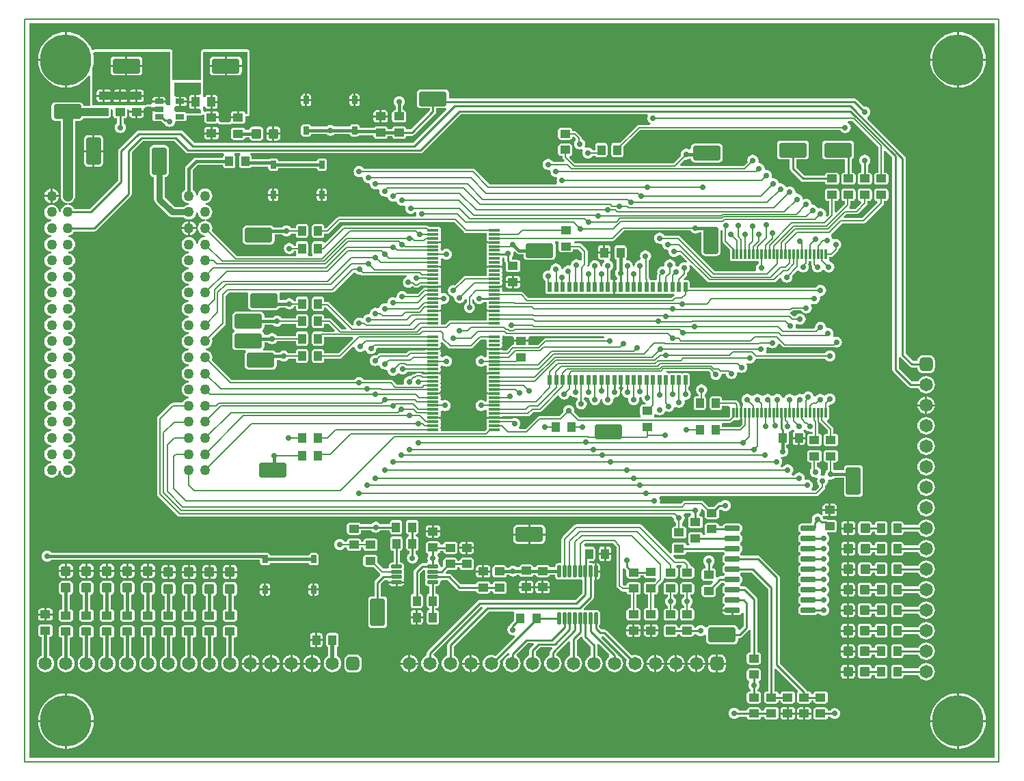
<source format=gtl>
G04*
G04 #@! TF.GenerationSoftware,Altium Limited,Altium Designer,19.1.9 (167)*
G04*
G04 Layer_Physical_Order=1*
G04 Layer_Color=255*
%FSLAX25Y25*%
%MOIN*%
G70*
G01*
G75*
%ADD13C,0.00500*%
%ADD15C,0.01000*%
%ADD16C,0.00600*%
%ADD17C,0.00800*%
%ADD18C,0.02000*%
G04:AMPARAMS|DCode=19|XSize=39.37mil|YSize=29.53mil|CornerRadius=2.95mil|HoleSize=0mil|Usage=FLASHONLY|Rotation=90.000|XOffset=0mil|YOffset=0mil|HoleType=Round|Shape=RoundedRectangle|*
%AMROUNDEDRECTD19*
21,1,0.03937,0.02362,0,0,90.0*
21,1,0.03347,0.02953,0,0,90.0*
1,1,0.00591,0.01181,0.01673*
1,1,0.00591,0.01181,-0.01673*
1,1,0.00591,-0.01181,-0.01673*
1,1,0.00591,-0.01181,0.01673*
%
%ADD19ROUNDEDRECTD19*%
G04:AMPARAMS|DCode=20|XSize=17.72mil|YSize=59.06mil|CornerRadius=2.22mil|HoleSize=0mil|Usage=FLASHONLY|Rotation=180.000|XOffset=0mil|YOffset=0mil|HoleType=Round|Shape=RoundedRectangle|*
%AMROUNDEDRECTD20*
21,1,0.01772,0.05463,0,0,180.0*
21,1,0.01329,0.05906,0,0,180.0*
1,1,0.00443,-0.00664,0.02731*
1,1,0.00443,0.00664,0.02731*
1,1,0.00443,0.00664,-0.02731*
1,1,0.00443,-0.00664,-0.02731*
%
%ADD20ROUNDEDRECTD20*%
G04:AMPARAMS|DCode=21|XSize=23.62mil|YSize=43.31mil|CornerRadius=2.36mil|HoleSize=0mil|Usage=FLASHONLY|Rotation=90.000|XOffset=0mil|YOffset=0mil|HoleType=Round|Shape=RoundedRectangle|*
%AMROUNDEDRECTD21*
21,1,0.02362,0.03858,0,0,90.0*
21,1,0.01890,0.04331,0,0,90.0*
1,1,0.00472,0.01929,0.00945*
1,1,0.00472,0.01929,-0.00945*
1,1,0.00472,-0.01929,-0.00945*
1,1,0.00472,-0.01929,0.00945*
%
%ADD21ROUNDEDRECTD21*%
G04:AMPARAMS|DCode=22|XSize=17.72mil|YSize=53.15mil|CornerRadius=4.43mil|HoleSize=0mil|Usage=FLASHONLY|Rotation=90.000|XOffset=0mil|YOffset=0mil|HoleType=Round|Shape=RoundedRectangle|*
%AMROUNDEDRECTD22*
21,1,0.01772,0.04429,0,0,90.0*
21,1,0.00886,0.05315,0,0,90.0*
1,1,0.00886,0.02215,0.00443*
1,1,0.00886,0.02215,-0.00443*
1,1,0.00886,-0.02215,-0.00443*
1,1,0.00886,-0.02215,0.00443*
%
%ADD22ROUNDEDRECTD22*%
G04:AMPARAMS|DCode=23|XSize=11.81mil|YSize=55.12mil|CornerRadius=1.18mil|HoleSize=0mil|Usage=FLASHONLY|Rotation=270.000|XOffset=0mil|YOffset=0mil|HoleType=Round|Shape=RoundedRectangle|*
%AMROUNDEDRECTD23*
21,1,0.01181,0.05276,0,0,270.0*
21,1,0.00945,0.05512,0,0,270.0*
1,1,0.00236,-0.02638,-0.00472*
1,1,0.00236,-0.02638,0.00472*
1,1,0.00236,0.02638,0.00472*
1,1,0.00236,0.02638,-0.00472*
%
%ADD23ROUNDEDRECTD23*%
G04:AMPARAMS|DCode=24|XSize=23.62mil|YSize=74.8mil|CornerRadius=3.54mil|HoleSize=0mil|Usage=FLASHONLY|Rotation=90.000|XOffset=0mil|YOffset=0mil|HoleType=Round|Shape=RoundedRectangle|*
%AMROUNDEDRECTD24*
21,1,0.02362,0.06772,0,0,90.0*
21,1,0.01654,0.07480,0,0,90.0*
1,1,0.00709,0.03386,0.00827*
1,1,0.00709,0.03386,-0.00827*
1,1,0.00709,-0.03386,-0.00827*
1,1,0.00709,-0.03386,0.00827*
%
%ADD24ROUNDEDRECTD24*%
G04:AMPARAMS|DCode=25|XSize=135.04mil|YSize=70.08mil|CornerRadius=7.01mil|HoleSize=0mil|Usage=FLASHONLY|Rotation=90.000|XOffset=0mil|YOffset=0mil|HoleType=Round|Shape=RoundedRectangle|*
%AMROUNDEDRECTD25*
21,1,0.13504,0.05606,0,0,90.0*
21,1,0.12102,0.07008,0,0,90.0*
1,1,0.01402,0.02803,0.06051*
1,1,0.01402,0.02803,-0.06051*
1,1,0.01402,-0.02803,-0.06051*
1,1,0.01402,-0.02803,0.06051*
%
%ADD25ROUNDEDRECTD25*%
G04:AMPARAMS|DCode=26|XSize=47.24mil|YSize=47.24mil|CornerRadius=4.72mil|HoleSize=0mil|Usage=FLASHONLY|Rotation=0.000|XOffset=0mil|YOffset=0mil|HoleType=Round|Shape=RoundedRectangle|*
%AMROUNDEDRECTD26*
21,1,0.04724,0.03780,0,0,0.0*
21,1,0.03780,0.04724,0,0,0.0*
1,1,0.00945,0.01890,-0.01890*
1,1,0.00945,-0.01890,-0.01890*
1,1,0.00945,-0.01890,0.01890*
1,1,0.00945,0.01890,0.01890*
%
%ADD26ROUNDEDRECTD26*%
G04:AMPARAMS|DCode=27|XSize=11.81mil|YSize=49.21mil|CornerRadius=1.18mil|HoleSize=0mil|Usage=FLASHONLY|Rotation=0.000|XOffset=0mil|YOffset=0mil|HoleType=Round|Shape=RoundedRectangle|*
%AMROUNDEDRECTD27*
21,1,0.01181,0.04685,0,0,0.0*
21,1,0.00945,0.04921,0,0,0.0*
1,1,0.00236,0.00472,-0.02343*
1,1,0.00236,-0.00472,-0.02343*
1,1,0.00236,-0.00472,0.02343*
1,1,0.00236,0.00472,0.02343*
%
%ADD27ROUNDEDRECTD27*%
G04:AMPARAMS|DCode=28|XSize=21.65mil|YSize=47.24mil|CornerRadius=2.17mil|HoleSize=0mil|Usage=FLASHONLY|Rotation=180.000|XOffset=0mil|YOffset=0mil|HoleType=Round|Shape=RoundedRectangle|*
%AMROUNDEDRECTD28*
21,1,0.02165,0.04291,0,0,180.0*
21,1,0.01732,0.04724,0,0,180.0*
1,1,0.00433,-0.00866,0.02146*
1,1,0.00433,0.00866,0.02146*
1,1,0.00433,0.00866,-0.02146*
1,1,0.00433,-0.00866,-0.02146*
%
%ADD28ROUNDEDRECTD28*%
G04:AMPARAMS|DCode=29|XSize=39.37mil|YSize=49.21mil|CornerRadius=3.94mil|HoleSize=0mil|Usage=FLASHONLY|Rotation=180.000|XOffset=0mil|YOffset=0mil|HoleType=Round|Shape=RoundedRectangle|*
%AMROUNDEDRECTD29*
21,1,0.03937,0.04134,0,0,180.0*
21,1,0.03150,0.04921,0,0,180.0*
1,1,0.00787,-0.01575,0.02067*
1,1,0.00787,0.01575,0.02067*
1,1,0.00787,0.01575,-0.02067*
1,1,0.00787,-0.01575,-0.02067*
%
%ADD29ROUNDEDRECTD29*%
G04:AMPARAMS|DCode=30|XSize=135.04mil|YSize=70.08mil|CornerRadius=7.01mil|HoleSize=0mil|Usage=FLASHONLY|Rotation=0.000|XOffset=0mil|YOffset=0mil|HoleType=Round|Shape=RoundedRectangle|*
%AMROUNDEDRECTD30*
21,1,0.13504,0.05606,0,0,0.0*
21,1,0.12102,0.07008,0,0,0.0*
1,1,0.01402,0.06051,-0.02803*
1,1,0.01402,-0.06051,-0.02803*
1,1,0.01402,-0.06051,0.02803*
1,1,0.01402,0.06051,0.02803*
%
%ADD30ROUNDEDRECTD30*%
G04:AMPARAMS|DCode=31|XSize=39.37mil|YSize=49.21mil|CornerRadius=3.94mil|HoleSize=0mil|Usage=FLASHONLY|Rotation=270.000|XOffset=0mil|YOffset=0mil|HoleType=Round|Shape=RoundedRectangle|*
%AMROUNDEDRECTD31*
21,1,0.03937,0.04134,0,0,270.0*
21,1,0.03150,0.04921,0,0,270.0*
1,1,0.00787,-0.02067,-0.01575*
1,1,0.00787,-0.02067,0.01575*
1,1,0.00787,0.02067,0.01575*
1,1,0.00787,0.02067,-0.01575*
%
%ADD31ROUNDEDRECTD31*%
G04:AMPARAMS|DCode=32|XSize=47.24mil|YSize=47.24mil|CornerRadius=4.72mil|HoleSize=0mil|Usage=FLASHONLY|Rotation=90.000|XOffset=0mil|YOffset=0mil|HoleType=Round|Shape=RoundedRectangle|*
%AMROUNDEDRECTD32*
21,1,0.04724,0.03780,0,0,90.0*
21,1,0.03780,0.04724,0,0,90.0*
1,1,0.00945,0.01890,0.01890*
1,1,0.00945,0.01890,-0.01890*
1,1,0.00945,-0.01890,-0.01890*
1,1,0.00945,-0.01890,0.01890*
%
%ADD32ROUNDEDRECTD32*%
%ADD52C,0.01500*%
%ADD53C,0.03000*%
%ADD54C,0.04000*%
%ADD55C,0.05000*%
%ADD56C,0.05000*%
G04:AMPARAMS|DCode=57|XSize=65mil|YSize=65mil|CornerRadius=16.25mil|HoleSize=0mil|Usage=FLASHONLY|Rotation=90.000|XOffset=0mil|YOffset=0mil|HoleType=Round|Shape=RoundedRectangle|*
%AMROUNDEDRECTD57*
21,1,0.06500,0.03250,0,0,90.0*
21,1,0.03250,0.06500,0,0,90.0*
1,1,0.03250,0.01625,0.01625*
1,1,0.03250,0.01625,-0.01625*
1,1,0.03250,-0.01625,-0.01625*
1,1,0.03250,-0.01625,0.01625*
%
%ADD57ROUNDEDRECTD57*%
%ADD58C,0.06500*%
G04:AMPARAMS|DCode=59|XSize=65mil|YSize=65mil|CornerRadius=16.25mil|HoleSize=0mil|Usage=FLASHONLY|Rotation=180.000|XOffset=0mil|YOffset=0mil|HoleType=Round|Shape=RoundedRectangle|*
%AMROUNDEDRECTD59*
21,1,0.06500,0.03250,0,0,180.0*
21,1,0.03250,0.06500,0,0,180.0*
1,1,0.03250,-0.01625,0.01625*
1,1,0.03250,0.01625,0.01625*
1,1,0.03250,0.01625,-0.01625*
1,1,0.03250,-0.01625,-0.01625*
%
%ADD59ROUNDEDRECTD59*%
%ADD60C,0.25000*%
%ADD61C,0.02800*%
G36*
X472961Y2039D02*
X2039D01*
Y360461D01*
X472961D01*
X472961Y2039D01*
D02*
G37*
%LPC*%
G36*
X455500Y356002D02*
Y343000D01*
X468502D01*
X468375Y344618D01*
X467879Y346685D01*
X467066Y348648D01*
X465955Y350460D01*
X464575Y352076D01*
X462960Y353455D01*
X461148Y354566D01*
X459185Y355379D01*
X457118Y355875D01*
X455500Y356002D01*
D02*
G37*
G36*
X454500D02*
X452882Y355875D01*
X450815Y355379D01*
X448852Y354566D01*
X447040Y353455D01*
X445425Y352076D01*
X444044Y350460D01*
X442934Y348648D01*
X442121Y346685D01*
X441625Y344618D01*
X441498Y343000D01*
X454500D01*
Y356002D01*
D02*
G37*
G36*
X19500D02*
X17882Y355875D01*
X15815Y355379D01*
X13852Y354566D01*
X12040Y353455D01*
X10424Y352076D01*
X9044Y350460D01*
X7934Y348648D01*
X7121Y346685D01*
X6625Y344618D01*
X6498Y343000D01*
X19500D01*
Y356002D01*
D02*
G37*
G36*
X468502Y342000D02*
X455500D01*
Y328998D01*
X457118Y329125D01*
X459185Y329621D01*
X461148Y330434D01*
X462960Y331544D01*
X464575Y332925D01*
X465955Y334540D01*
X467066Y336352D01*
X467879Y338315D01*
X468375Y340382D01*
X468502Y342000D01*
D02*
G37*
G36*
X454500D02*
X441498D01*
X441625Y340382D01*
X442121Y338315D01*
X442934Y336352D01*
X444044Y334540D01*
X445425Y332925D01*
X447040Y331544D01*
X448852Y330434D01*
X450815Y329621D01*
X452882Y329125D01*
X454500Y328998D01*
Y342000D01*
D02*
G37*
G36*
X19500D02*
X6498D01*
X6625Y340382D01*
X7121Y338315D01*
X7934Y336352D01*
X9044Y334540D01*
X10424Y332925D01*
X12040Y331544D01*
X13852Y330434D01*
X15815Y329621D01*
X17882Y329125D01*
X19500Y328998D01*
Y342000D01*
D02*
G37*
G36*
X161992Y325876D02*
X161311D01*
Y323382D01*
X163313D01*
Y324555D01*
X163212Y325061D01*
X162926Y325489D01*
X162497Y325775D01*
X161992Y325876D01*
D02*
G37*
G36*
X160311D02*
X159630D01*
X159125Y325775D01*
X158696Y325489D01*
X158410Y325061D01*
X158309Y324555D01*
Y323382D01*
X160311D01*
Y325876D01*
D02*
G37*
G36*
X138370D02*
X137689D01*
Y323382D01*
X139691D01*
Y324555D01*
X139590Y325061D01*
X139304Y325489D01*
X138875Y325775D01*
X138370Y325876D01*
D02*
G37*
G36*
X136689D02*
X136008D01*
X135503Y325775D01*
X135074Y325489D01*
X134788Y325061D01*
X134687Y324555D01*
Y323382D01*
X136689D01*
Y325876D01*
D02*
G37*
G36*
X20500Y356002D02*
Y342500D01*
Y328998D01*
X22118Y329125D01*
X24185Y329621D01*
X26148Y330434D01*
X27960Y331544D01*
X29575Y332925D01*
X30955Y334540D01*
X31210Y334956D01*
X31980Y334739D01*
X31980Y320361D01*
X31808Y320152D01*
X28494D01*
X28376Y320744D01*
X28000Y321307D01*
X27437Y321683D01*
X26774Y321815D01*
X14671D01*
X14008Y321683D01*
X13445Y321307D01*
X13069Y320744D01*
X12937Y320081D01*
Y314474D01*
X13069Y313811D01*
X13445Y313248D01*
X14008Y312872D01*
X14671Y312740D01*
X17415D01*
Y276313D01*
X17389Y276114D01*
X17510Y275194D01*
X17865Y274336D01*
X18430Y273599D01*
X19167Y273034D01*
X20024Y272679D01*
X20771Y272581D01*
Y271774D01*
X20024Y271675D01*
X19167Y271320D01*
X18430Y270755D01*
X17865Y270018D01*
X17510Y269161D01*
X17411Y268414D01*
X16604D01*
X16506Y269161D01*
X16151Y270018D01*
X15586Y270755D01*
X14849Y271320D01*
X13991Y271675D01*
X13071Y271797D01*
X12150Y271675D01*
X11293Y271320D01*
X10556Y270755D01*
X9991Y270018D01*
X9636Y269161D01*
X9515Y268240D01*
X9636Y267320D01*
X9991Y266462D01*
X10556Y265725D01*
X11293Y265160D01*
X12150Y264805D01*
X12897Y264707D01*
Y263900D01*
X12150Y263801D01*
X11293Y263446D01*
X10556Y262881D01*
X9991Y262144D01*
X9636Y261287D01*
X9515Y260366D01*
X9636Y259446D01*
X9991Y258588D01*
X10556Y257851D01*
X11293Y257286D01*
X12150Y256931D01*
X12897Y256833D01*
Y256026D01*
X12150Y255927D01*
X11293Y255572D01*
X10556Y255007D01*
X9991Y254270D01*
X9636Y253413D01*
X9515Y252492D01*
X9636Y251572D01*
X9991Y250714D01*
X10556Y249977D01*
X11293Y249412D01*
X12150Y249057D01*
X12897Y248959D01*
Y248152D01*
X12150Y248053D01*
X11293Y247698D01*
X10556Y247133D01*
X9991Y246396D01*
X9636Y245539D01*
X9515Y244618D01*
X9636Y243698D01*
X9991Y242840D01*
X10556Y242103D01*
X11293Y241538D01*
X12150Y241183D01*
X12897Y241085D01*
Y240278D01*
X12150Y240179D01*
X11293Y239824D01*
X10556Y239259D01*
X9991Y238522D01*
X9636Y237665D01*
X9515Y236744D01*
X9636Y235824D01*
X9991Y234966D01*
X10556Y234229D01*
X11293Y233664D01*
X12150Y233309D01*
X12897Y233210D01*
Y232404D01*
X12150Y232305D01*
X11293Y231950D01*
X10556Y231385D01*
X9991Y230648D01*
X9636Y229790D01*
X9515Y228870D01*
X9636Y227950D01*
X9991Y227092D01*
X10556Y226355D01*
X11293Y225790D01*
X12150Y225435D01*
X12897Y225337D01*
Y224530D01*
X12150Y224431D01*
X11293Y224076D01*
X10556Y223511D01*
X9991Y222774D01*
X9636Y221917D01*
X9515Y220996D01*
X9636Y220076D01*
X9991Y219218D01*
X10556Y218481D01*
X11293Y217916D01*
X12150Y217561D01*
X12897Y217462D01*
Y216656D01*
X12150Y216557D01*
X11293Y216202D01*
X10556Y215637D01*
X9991Y214900D01*
X9636Y214042D01*
X9515Y213122D01*
X9636Y212202D01*
X9991Y211344D01*
X10556Y210607D01*
X11293Y210042D01*
X12150Y209687D01*
X12897Y209589D01*
Y208782D01*
X12150Y208683D01*
X11293Y208328D01*
X10556Y207763D01*
X9991Y207026D01*
X9636Y206169D01*
X9515Y205248D01*
X9636Y204328D01*
X9991Y203470D01*
X10556Y202733D01*
X11293Y202168D01*
X12150Y201813D01*
X12897Y201714D01*
Y200908D01*
X12150Y200809D01*
X11293Y200454D01*
X10556Y199889D01*
X9991Y199152D01*
X9636Y198294D01*
X9515Y197374D01*
X9636Y196453D01*
X9991Y195596D01*
X10556Y194859D01*
X11293Y194294D01*
X12150Y193939D01*
X12897Y193840D01*
Y193034D01*
X12150Y192935D01*
X11293Y192580D01*
X10556Y192015D01*
X9991Y191278D01*
X9636Y190420D01*
X9515Y189500D01*
X9636Y188579D01*
X9991Y187722D01*
X10556Y186985D01*
X11293Y186420D01*
X12150Y186065D01*
X12897Y185966D01*
Y185160D01*
X12150Y185061D01*
X11293Y184706D01*
X10556Y184141D01*
X9991Y183404D01*
X9636Y182546D01*
X9515Y181626D01*
X9636Y180705D01*
X9991Y179848D01*
X10556Y179111D01*
X11293Y178546D01*
X12150Y178191D01*
X12897Y178092D01*
Y177286D01*
X12150Y177187D01*
X11293Y176832D01*
X10556Y176267D01*
X9991Y175530D01*
X9636Y174672D01*
X9515Y173752D01*
X9636Y172831D01*
X9991Y171974D01*
X10556Y171237D01*
X11293Y170672D01*
X12150Y170317D01*
X12897Y170218D01*
Y169412D01*
X12150Y169313D01*
X11293Y168958D01*
X10556Y168393D01*
X9991Y167656D01*
X9636Y166798D01*
X9515Y165878D01*
X9636Y164957D01*
X9991Y164100D01*
X10556Y163363D01*
X11293Y162798D01*
X12150Y162443D01*
X12897Y162344D01*
Y161538D01*
X12150Y161439D01*
X11293Y161084D01*
X10556Y160519D01*
X9991Y159782D01*
X9636Y158924D01*
X9515Y158004D01*
X9636Y157083D01*
X9991Y156226D01*
X10556Y155489D01*
X11293Y154924D01*
X12150Y154569D01*
X12897Y154470D01*
Y153664D01*
X12150Y153565D01*
X11293Y153210D01*
X10556Y152645D01*
X9991Y151908D01*
X9636Y151050D01*
X9515Y150130D01*
X9636Y149209D01*
X9991Y148352D01*
X10556Y147615D01*
X11293Y147050D01*
X12150Y146695D01*
X12897Y146596D01*
Y145790D01*
X12150Y145691D01*
X11293Y145336D01*
X10556Y144771D01*
X9991Y144034D01*
X9636Y143176D01*
X9515Y142256D01*
X9636Y141335D01*
X9991Y140478D01*
X10556Y139741D01*
X11293Y139176D01*
X12150Y138821D01*
X13071Y138699D01*
X13991Y138821D01*
X14849Y139176D01*
X15586Y139741D01*
X16151Y140478D01*
X16506Y141335D01*
X16604Y142082D01*
X17411D01*
X17510Y141335D01*
X17865Y140478D01*
X18430Y139741D01*
X19167Y139176D01*
X20024Y138821D01*
X20945Y138699D01*
X21865Y138821D01*
X22723Y139176D01*
X23460Y139741D01*
X24025Y140478D01*
X24380Y141335D01*
X24501Y142256D01*
X24380Y143176D01*
X24025Y144034D01*
X23460Y144771D01*
X22723Y145336D01*
X21865Y145691D01*
X21118Y145790D01*
Y146596D01*
X21865Y146695D01*
X22723Y147050D01*
X23460Y147615D01*
X24025Y148352D01*
X24380Y149209D01*
X24501Y150130D01*
X24380Y151050D01*
X24025Y151908D01*
X23460Y152645D01*
X22723Y153210D01*
X21865Y153565D01*
X21118Y153664D01*
Y154470D01*
X21865Y154569D01*
X22723Y154924D01*
X23460Y155489D01*
X24025Y156226D01*
X24380Y157083D01*
X24501Y158004D01*
X24380Y158924D01*
X24025Y159782D01*
X23460Y160519D01*
X22723Y161084D01*
X21865Y161439D01*
X21118Y161538D01*
Y162344D01*
X21865Y162443D01*
X22723Y162798D01*
X23460Y163363D01*
X24025Y164100D01*
X24380Y164957D01*
X24501Y165878D01*
X24380Y166798D01*
X24025Y167656D01*
X23460Y168393D01*
X22723Y168958D01*
X21865Y169313D01*
X21118Y169412D01*
Y170218D01*
X21865Y170317D01*
X22723Y170672D01*
X23460Y171237D01*
X24025Y171974D01*
X24380Y172831D01*
X24501Y173752D01*
X24380Y174672D01*
X24025Y175530D01*
X23460Y176267D01*
X22723Y176832D01*
X21865Y177187D01*
X21118Y177286D01*
Y178092D01*
X21865Y178191D01*
X22723Y178546D01*
X23460Y179111D01*
X24025Y179848D01*
X24380Y180705D01*
X24501Y181626D01*
X24380Y182546D01*
X24025Y183404D01*
X23460Y184141D01*
X22723Y184706D01*
X21865Y185061D01*
X21118Y185160D01*
Y185966D01*
X21865Y186065D01*
X22723Y186420D01*
X23460Y186985D01*
X24025Y187722D01*
X24380Y188579D01*
X24501Y189500D01*
X24380Y190420D01*
X24025Y191278D01*
X23460Y192015D01*
X22723Y192580D01*
X21865Y192935D01*
X21118Y193034D01*
Y193840D01*
X21865Y193939D01*
X22723Y194294D01*
X23460Y194859D01*
X24025Y195596D01*
X24380Y196453D01*
X24501Y197374D01*
X24380Y198294D01*
X24025Y199152D01*
X23460Y199889D01*
X22723Y200454D01*
X21865Y200809D01*
X21118Y200908D01*
Y201714D01*
X21865Y201813D01*
X22723Y202168D01*
X23460Y202733D01*
X24025Y203470D01*
X24380Y204328D01*
X24501Y205248D01*
X24380Y206169D01*
X24025Y207026D01*
X23460Y207763D01*
X22723Y208328D01*
X21865Y208683D01*
X21118Y208782D01*
Y209589D01*
X21865Y209687D01*
X22723Y210042D01*
X23460Y210607D01*
X24025Y211344D01*
X24380Y212202D01*
X24501Y213122D01*
X24380Y214042D01*
X24025Y214900D01*
X23460Y215637D01*
X22723Y216202D01*
X21865Y216557D01*
X21118Y216656D01*
Y217462D01*
X21865Y217561D01*
X22723Y217916D01*
X23460Y218481D01*
X24025Y219218D01*
X24380Y220076D01*
X24501Y220996D01*
X24380Y221917D01*
X24025Y222774D01*
X23460Y223511D01*
X22723Y224076D01*
X21865Y224431D01*
X21118Y224530D01*
Y225337D01*
X21865Y225435D01*
X22723Y225790D01*
X23460Y226355D01*
X24025Y227092D01*
X24380Y227950D01*
X24501Y228870D01*
X24380Y229790D01*
X24025Y230648D01*
X23460Y231385D01*
X22723Y231950D01*
X21865Y232305D01*
X21118Y232404D01*
Y233210D01*
X21865Y233309D01*
X22723Y233664D01*
X23460Y234229D01*
X24025Y234966D01*
X24380Y235824D01*
X24501Y236744D01*
X24380Y237665D01*
X24025Y238522D01*
X23460Y239259D01*
X22723Y239824D01*
X21865Y240179D01*
X21118Y240278D01*
Y241085D01*
X21865Y241183D01*
X22723Y241538D01*
X23460Y242103D01*
X24025Y242840D01*
X24380Y243698D01*
X24501Y244618D01*
X24380Y245539D01*
X24025Y246396D01*
X23460Y247133D01*
X22723Y247698D01*
X21865Y248053D01*
X21118Y248152D01*
Y248959D01*
X21865Y249057D01*
X22723Y249412D01*
X23460Y249977D01*
X24025Y250714D01*
X24380Y251572D01*
X24501Y252492D01*
X24380Y253413D01*
X24025Y254270D01*
X23460Y255007D01*
X22723Y255572D01*
X21865Y255927D01*
X21118Y256026D01*
Y256833D01*
X21865Y256931D01*
X22723Y257286D01*
X23460Y257851D01*
X24025Y258588D01*
X24128Y258837D01*
X33866D01*
X34451Y258953D01*
X34948Y259285D01*
X51581Y275919D01*
X51913Y276415D01*
X52029Y277000D01*
Y297366D01*
X57634Y302971D01*
X72866D01*
X78419Y297419D01*
X78915Y297087D01*
X79500Y296971D01*
X96950D01*
X97193Y296171D01*
X97045Y296072D01*
X96737Y295611D01*
X96629Y295067D01*
Y294784D01*
X83500D01*
X83500Y294784D01*
X82817Y294649D01*
X82238Y294262D01*
X82238Y294262D01*
X78738Y290762D01*
X78351Y290183D01*
X78216Y289500D01*
Y279189D01*
X77485Y278629D01*
X76920Y277892D01*
X76565Y277035D01*
X76444Y276114D01*
X76565Y275194D01*
X76920Y274336D01*
X77485Y273599D01*
X78222Y273034D01*
X79080Y272679D01*
X79826Y272581D01*
Y271774D01*
X79080Y271675D01*
X78222Y271320D01*
X77530Y270789D01*
X72816D01*
X68049Y275556D01*
Y285358D01*
X68303D01*
X68967Y285490D01*
X69529Y285865D01*
X69905Y286428D01*
X70037Y287092D01*
Y299194D01*
X69905Y299858D01*
X69529Y300420D01*
X68967Y300796D01*
X68303Y300928D01*
X62697D01*
X62033Y300796D01*
X61471Y300420D01*
X61095Y299858D01*
X60963Y299194D01*
Y287092D01*
X61095Y286428D01*
X61471Y285865D01*
X62033Y285490D01*
X62697Y285358D01*
X62951D01*
Y274500D01*
X63145Y273524D01*
X63698Y272698D01*
X69957Y266438D01*
X70784Y265885D01*
X71760Y265691D01*
X77530D01*
X78222Y265160D01*
X79080Y264805D01*
X80000Y264684D01*
X80920Y264805D01*
X81778Y265160D01*
X82515Y265725D01*
X83080Y266462D01*
X83435Y267320D01*
X83534Y268067D01*
X84340D01*
X84439Y267320D01*
X84794Y266462D01*
X85359Y265725D01*
X86096Y265160D01*
X86954Y264805D01*
X87700Y264707D01*
Y263900D01*
X86954Y263801D01*
X86096Y263446D01*
X85359Y262881D01*
X84794Y262144D01*
X84439Y261287D01*
X84318Y260366D01*
X84439Y259446D01*
X84794Y258588D01*
X85359Y257851D01*
X86096Y257286D01*
X86954Y256931D01*
X87700Y256833D01*
Y256026D01*
X86954Y255927D01*
X86096Y255572D01*
X85359Y255007D01*
X84794Y254270D01*
X84439Y253413D01*
X84340Y252666D01*
X83534D01*
X83435Y253413D01*
X83080Y254270D01*
X82515Y255007D01*
X81778Y255572D01*
X80920Y255927D01*
X80000Y256048D01*
X79080Y255927D01*
X78222Y255572D01*
X77485Y255007D01*
X76920Y254270D01*
X76565Y253413D01*
X76444Y252492D01*
X76565Y251572D01*
X76920Y250714D01*
X77485Y249977D01*
X78222Y249412D01*
X79080Y249057D01*
X79826Y248959D01*
Y248152D01*
X79080Y248053D01*
X78222Y247698D01*
X77485Y247133D01*
X76920Y246396D01*
X76565Y245539D01*
X76444Y244618D01*
X76565Y243698D01*
X76920Y242840D01*
X77485Y242103D01*
X78222Y241538D01*
X79080Y241183D01*
X79826Y241085D01*
Y240278D01*
X79080Y240179D01*
X78222Y239824D01*
X77485Y239259D01*
X76920Y238522D01*
X76565Y237665D01*
X76444Y236744D01*
X76565Y235824D01*
X76920Y234966D01*
X77485Y234229D01*
X78222Y233664D01*
X79080Y233309D01*
X79826Y233210D01*
Y232404D01*
X79080Y232305D01*
X78222Y231950D01*
X77485Y231385D01*
X76920Y230648D01*
X76565Y229790D01*
X76444Y228870D01*
X76565Y227950D01*
X76920Y227092D01*
X77485Y226355D01*
X78222Y225790D01*
X79080Y225435D01*
X79826Y225337D01*
Y224530D01*
X79080Y224431D01*
X78222Y224076D01*
X77485Y223511D01*
X76920Y222774D01*
X76565Y221917D01*
X76444Y220996D01*
X76565Y220076D01*
X76920Y219218D01*
X77485Y218481D01*
X78222Y217916D01*
X79080Y217561D01*
X79826Y217462D01*
Y216656D01*
X79080Y216557D01*
X78222Y216202D01*
X77485Y215637D01*
X76920Y214900D01*
X76565Y214042D01*
X76444Y213122D01*
X76565Y212202D01*
X76920Y211344D01*
X77485Y210607D01*
X78222Y210042D01*
X79080Y209687D01*
X79826Y209589D01*
Y208782D01*
X79080Y208683D01*
X78222Y208328D01*
X77485Y207763D01*
X76920Y207026D01*
X76565Y206169D01*
X76444Y205248D01*
X76565Y204328D01*
X76920Y203470D01*
X77485Y202733D01*
X78222Y202168D01*
X79080Y201813D01*
X79826Y201714D01*
Y200908D01*
X79080Y200809D01*
X78222Y200454D01*
X77485Y199889D01*
X76920Y199152D01*
X76565Y198294D01*
X76444Y197374D01*
X76565Y196453D01*
X76920Y195596D01*
X77485Y194859D01*
X78222Y194294D01*
X79080Y193939D01*
X79826Y193840D01*
Y193034D01*
X79080Y192935D01*
X78222Y192580D01*
X77485Y192015D01*
X76920Y191278D01*
X76565Y190420D01*
X76444Y189500D01*
X76565Y188579D01*
X76920Y187722D01*
X77485Y186985D01*
X78222Y186420D01*
X79080Y186065D01*
X79826Y185966D01*
Y185160D01*
X79080Y185061D01*
X78222Y184706D01*
X77485Y184141D01*
X76920Y183404D01*
X76565Y182546D01*
X76444Y181626D01*
X76565Y180705D01*
X76920Y179848D01*
X77485Y179111D01*
X78222Y178546D01*
X79080Y178191D01*
X79826Y178092D01*
Y177286D01*
X79080Y177187D01*
X78222Y176832D01*
X77485Y176267D01*
X76920Y175530D01*
X76775Y175179D01*
X72252D01*
X72252Y175179D01*
X71706Y175071D01*
X71243Y174761D01*
X71243Y174761D01*
X64991Y168509D01*
X64681Y168046D01*
X64573Y167500D01*
X64573Y167500D01*
Y130550D01*
X64573Y130550D01*
X64681Y130004D01*
X64991Y129541D01*
X74541Y119991D01*
X74541Y119991D01*
X75004Y119681D01*
X75550Y119573D01*
X315569Y119573D01*
X316301Y119000D01*
X316393Y118301D01*
X316663Y117650D01*
X317091Y117092D01*
X317573Y116722D01*
Y114870D01*
X316933D01*
X316389Y114762D01*
X315928Y114454D01*
X315620Y113993D01*
X315512Y113449D01*
Y110299D01*
X315620Y109755D01*
X315928Y109294D01*
X316389Y108986D01*
X316933Y108878D01*
X321067D01*
X321611Y108986D01*
X322072Y109294D01*
X322380Y109755D01*
X322488Y110299D01*
Y113449D01*
X322380Y113993D01*
X322072Y114454D01*
X321611Y114762D01*
X321067Y114870D01*
X320427D01*
Y116722D01*
X320908Y117092D01*
X321338Y117650D01*
X321607Y118301D01*
X321699Y119000D01*
X321607Y119699D01*
X321338Y120350D01*
X321312Y120382D01*
X321707Y121182D01*
X324475D01*
X324927Y120639D01*
X324651Y119877D01*
X324389Y119825D01*
X323928Y119517D01*
X323620Y119056D01*
X323512Y118512D01*
Y115362D01*
X323620Y114818D01*
X323928Y114357D01*
X324389Y114049D01*
X324933Y113941D01*
X329067D01*
X329611Y114049D01*
X330072Y114357D01*
X330380Y114818D01*
X330488Y115362D01*
Y118512D01*
X330380Y119056D01*
X330072Y119517D01*
X329611Y119825D01*
X329189Y119908D01*
X329001Y120288D01*
X328933Y120733D01*
X329338Y121260D01*
X329607Y121911D01*
X329699Y122610D01*
X329625Y123169D01*
X329944Y123432D01*
X330346Y123580D01*
X331512Y122414D01*
Y119862D01*
X331620Y119318D01*
X331928Y118857D01*
X332389Y118549D01*
X332933Y118441D01*
X337067D01*
X337611Y118549D01*
X338072Y118857D01*
X338380Y119318D01*
X338488Y119862D01*
Y122762D01*
X338685Y122959D01*
X339592Y123091D01*
X340150Y122662D01*
X340801Y122393D01*
X341500Y122301D01*
X342199Y122393D01*
X342849Y122662D01*
X343408Y123091D01*
X343837Y123651D01*
X344107Y124301D01*
X344199Y125000D01*
X344107Y125699D01*
X343837Y126349D01*
X343408Y126909D01*
X342849Y127338D01*
X342199Y127607D01*
X341500Y127699D01*
X340801Y127607D01*
X340150Y127338D01*
X339592Y126909D01*
X339300Y126529D01*
X338563D01*
X337978Y126413D01*
X337482Y126081D01*
X335833Y124433D01*
X333531D01*
X330954Y127009D01*
X330491Y127319D01*
X329945Y127427D01*
X329945Y127427D01*
X322000D01*
X322000Y127427D01*
X321454Y127319D01*
X320991Y127009D01*
X319909Y125927D01*
X310111D01*
X309577Y126727D01*
X309607Y126801D01*
X309699Y127500D01*
X309607Y128199D01*
X309337Y128849D01*
X309318Y128875D01*
X309713Y129674D01*
X386000D01*
X386507Y129775D01*
X386937Y130063D01*
X389937Y133063D01*
X390225Y133493D01*
X390325Y134000D01*
Y134653D01*
X390350Y134662D01*
X390909Y135091D01*
X391337Y135651D01*
X391607Y136301D01*
X391699Y137000D01*
X391661Y137292D01*
X392241Y137837D01*
X392352Y137886D01*
X393000Y137801D01*
X393699Y137893D01*
X394350Y138163D01*
X394908Y138592D01*
X395004Y138716D01*
X399463D01*
Y130949D01*
X399595Y130285D01*
X399971Y129723D01*
X400533Y129347D01*
X401197Y129215D01*
X406803D01*
X407467Y129347D01*
X408029Y129723D01*
X408405Y130285D01*
X408537Y130949D01*
Y143051D01*
X408405Y143715D01*
X408029Y144277D01*
X407467Y144653D01*
X406803Y144785D01*
X401197D01*
X400533Y144653D01*
X399971Y144277D01*
X399595Y143715D01*
X399463Y143051D01*
Y142284D01*
X395004D01*
X394908Y142409D01*
X394350Y142838D01*
X394325Y142847D01*
Y146130D01*
X395067D01*
X395611Y146238D01*
X396072Y146546D01*
X396380Y147007D01*
X396488Y147551D01*
Y150701D01*
X396380Y151245D01*
X396072Y151706D01*
X395611Y152014D01*
X395067Y152122D01*
X390933D01*
X390389Y152014D01*
X389928Y151706D01*
X389620Y151245D01*
X389512Y150701D01*
Y147551D01*
X389620Y147007D01*
X389928Y146546D01*
X390389Y146238D01*
X390933Y146130D01*
X391674D01*
Y142847D01*
X391651Y142838D01*
X391091Y142409D01*
X390663Y141850D01*
X390393Y141199D01*
X390301Y140500D01*
X390339Y140208D01*
X389759Y139663D01*
X389648Y139614D01*
X389000Y139699D01*
X388443Y139626D01*
X388143Y139886D01*
X387903Y140308D01*
X388107Y140801D01*
X388199Y141500D01*
X388107Y142199D01*
X387838Y142850D01*
X387408Y143409D01*
X386849Y143837D01*
X386326Y144054D01*
Y146130D01*
X387067D01*
X387611Y146238D01*
X388072Y146546D01*
X388380Y147007D01*
X388488Y147551D01*
Y150701D01*
X388380Y151245D01*
X388072Y151706D01*
X387611Y152014D01*
X387067Y152122D01*
X382933D01*
X382389Y152014D01*
X381928Y151706D01*
X381620Y151245D01*
X381512Y150701D01*
Y147551D01*
X381620Y147007D01*
X381928Y146546D01*
X382389Y146238D01*
X382933Y146130D01*
X383675D01*
Y143472D01*
X383592Y143409D01*
X383162Y142850D01*
X382893Y142199D01*
X382801Y141500D01*
X382893Y140801D01*
X383162Y140150D01*
X383592Y139592D01*
X384151Y139163D01*
X384801Y138893D01*
X385500Y138801D01*
X386057Y138874D01*
X386357Y138614D01*
X386597Y138192D01*
X386393Y137699D01*
X386301Y137000D01*
X386393Y136301D01*
X386663Y135651D01*
X387091Y135091D01*
X387158Y134032D01*
X385451Y132325D01*
X383918D01*
X383696Y132690D01*
X383586Y133125D01*
X383928Y133571D01*
X384198Y134222D01*
X384290Y134921D01*
X384198Y135619D01*
X383928Y136270D01*
X383500Y136829D01*
X382941Y137258D01*
X382290Y137528D01*
X381591Y137620D01*
X380892Y137528D01*
X380846Y137509D01*
X380671Y137578D01*
X380144Y138084D01*
X380199Y138500D01*
X380107Y139199D01*
X379837Y139849D01*
X379409Y140409D01*
X378850Y140838D01*
X378199Y141107D01*
X377500Y141199D01*
X376801Y141107D01*
X376150Y140838D01*
X375591Y140409D01*
X375163Y139849D01*
X375153Y139825D01*
X374224D01*
X373959Y140469D01*
X373935Y140626D01*
X374338Y141150D01*
X374607Y141801D01*
X374699Y142500D01*
X374607Y143199D01*
X374338Y143850D01*
X373908Y144409D01*
X373349Y144837D01*
X372699Y145107D01*
X372000Y145199D01*
X371301Y145107D01*
X370651Y144837D01*
X370092Y144409D01*
X369662Y143850D01*
X369653Y143825D01*
X368724D01*
X368459Y144469D01*
X368435Y144625D01*
X368837Y145150D01*
X369107Y145801D01*
X369199Y146500D01*
X369107Y147199D01*
X368837Y147850D01*
X368604Y148153D01*
X369073Y148857D01*
X369500Y148801D01*
X370199Y148893D01*
X370849Y149162D01*
X371409Y149592D01*
X371837Y150151D01*
X372107Y150801D01*
X372199Y151500D01*
X372107Y152199D01*
X371837Y152849D01*
X371409Y153409D01*
X371316Y153480D01*
Y154548D01*
X371682Y154620D01*
X372143Y154928D01*
X372451Y155389D01*
X372559Y155933D01*
Y160067D01*
X372496Y160384D01*
X372572Y160792D01*
X372933Y161328D01*
X373302Y161481D01*
X373861Y161910D01*
X374051Y162157D01*
X374910Y162092D01*
X375212Y161638D01*
X375154Y161354D01*
X375073Y161215D01*
X374857Y161072D01*
X374549Y160611D01*
X374441Y160067D01*
Y158500D01*
X377437D01*
Y158000D01*
D01*
Y158500D01*
X380433D01*
Y160067D01*
X380325Y160611D01*
X380017Y161072D01*
X379751Y161249D01*
X379678Y161355D01*
X379611Y161625D01*
X379876Y162067D01*
X380717Y162173D01*
X380918Y161910D01*
X381477Y161481D01*
X382128Y161212D01*
X382827Y161120D01*
X383375Y161192D01*
X384169Y160782D01*
X384174Y160778D01*
Y159996D01*
X382933D01*
X382389Y159888D01*
X381928Y159580D01*
X381620Y159119D01*
X381512Y158575D01*
Y155425D01*
X381620Y154881D01*
X381928Y154420D01*
X382389Y154112D01*
X382933Y154004D01*
X387067D01*
X387611Y154112D01*
X388072Y154420D01*
X388380Y154881D01*
X388488Y155425D01*
Y158575D01*
X388380Y159119D01*
X388072Y159580D01*
X387611Y159888D01*
X387067Y159996D01*
X386825D01*
Y162566D01*
X386852Y162700D01*
Y164937D01*
X386825Y165072D01*
Y165685D01*
X387626Y165928D01*
X387732Y165768D01*
X391674Y161826D01*
Y159996D01*
X390933D01*
X390389Y159888D01*
X389928Y159580D01*
X389620Y159119D01*
X389512Y158575D01*
Y155425D01*
X389620Y154881D01*
X389928Y154420D01*
X390389Y154112D01*
X390933Y154004D01*
X395067D01*
X395611Y154112D01*
X396072Y154420D01*
X396380Y154881D01*
X396488Y155425D01*
Y158575D01*
X396380Y159119D01*
X396072Y159580D01*
X395611Y159888D01*
X395067Y159996D01*
X394325D01*
Y162374D01*
X394225Y162882D01*
X393937Y163312D01*
X391180Y166069D01*
X391472Y166908D01*
X391547Y166923D01*
X391916Y167170D01*
X392163Y167540D01*
X392250Y167976D01*
Y172661D01*
X392163Y173098D01*
X391963Y173397D01*
Y173830D01*
X392500Y174301D01*
X393199Y174393D01*
X393849Y174662D01*
X394408Y175092D01*
X394837Y175651D01*
X395107Y176301D01*
X395199Y177000D01*
X395107Y177699D01*
X394837Y178349D01*
X394408Y178909D01*
X393849Y179338D01*
X393199Y179607D01*
X392500Y179699D01*
X391801Y179607D01*
X391150Y179338D01*
X390592Y178909D01*
X390582Y178897D01*
X389704Y178727D01*
X389145Y179156D01*
X388494Y179426D01*
X387795Y179518D01*
X387097Y179426D01*
X386446Y179156D01*
X385887Y178727D01*
X385480Y178197D01*
X385361Y178187D01*
X384656Y178324D01*
X384607Y178699D01*
X384337Y179350D01*
X383909Y179909D01*
X383349Y180338D01*
X382699Y180607D01*
X382000Y180699D01*
X381301Y180607D01*
X380650Y180338D01*
X380092Y179909D01*
X379662Y179350D01*
X378788Y179330D01*
X378557Y179426D01*
X377858Y179518D01*
X377160Y179426D01*
X376509Y179156D01*
X375950Y178727D01*
X375894Y178654D01*
X374886D01*
X374830Y178727D01*
X374271Y179156D01*
X373620Y179426D01*
X372921Y179518D01*
X372223Y179426D01*
X371572Y179156D01*
X371013Y178727D01*
X370584Y178168D01*
X370382Y177681D01*
X370159Y177633D01*
X369778D01*
X369555Y177681D01*
X369353Y178168D01*
X368924Y178727D01*
X368365Y179156D01*
X367714Y179426D01*
X367016Y179518D01*
X366317Y179426D01*
X365666Y179156D01*
X365107Y178727D01*
X365051Y178654D01*
X364043D01*
X363987Y178727D01*
X363428Y179156D01*
X362777Y179426D01*
X362079Y179518D01*
X361380Y179426D01*
X360729Y179156D01*
X360170Y178727D01*
X360114Y178654D01*
X359106D01*
X359050Y178727D01*
X358491Y179156D01*
X357840Y179426D01*
X357142Y179518D01*
X356443Y179426D01*
X355792Y179156D01*
X355233Y178727D01*
X355177Y178654D01*
X354169D01*
X354113Y178727D01*
X353554Y179156D01*
X352903Y179426D01*
X352205Y179518D01*
X351506Y179426D01*
X350855Y179156D01*
X350296Y178727D01*
X349867Y178168D01*
X349598Y177517D01*
X349506Y176819D01*
X349598Y176120D01*
X349867Y175469D01*
X350296Y174910D01*
X350333Y174819D01*
X350261Y173937D01*
X350014Y173753D01*
X349799Y173796D01*
Y173184D01*
X349742Y173098D01*
X349655Y172661D01*
Y170319D01*
Y167976D01*
X349742Y167540D01*
X349799Y167454D01*
Y166814D01*
X349942Y166696D01*
Y164817D01*
X348451Y163326D01*
X339996D01*
Y164067D01*
X339888Y164611D01*
X339860Y164653D01*
X340287Y165453D01*
X343821D01*
X344328Y165553D01*
X344759Y165841D01*
X345754Y166836D01*
X345835D01*
X346271Y166923D01*
X346346Y166974D01*
X346422Y166923D01*
X346858Y166836D01*
X347803D01*
X348239Y166923D01*
X348315Y166974D01*
X348391Y166923D01*
X348799Y166842D01*
Y167454D01*
X348857Y167540D01*
X348943Y167976D01*
Y170319D01*
Y172661D01*
X348857Y173098D01*
X348799Y173184D01*
Y173824D01*
X348656Y173942D01*
Y174169D01*
X348555Y174677D01*
X348268Y175107D01*
X347437Y175937D01*
X347007Y176225D01*
X346500Y176326D01*
X339996D01*
Y177067D01*
X339888Y177611D01*
X339580Y178072D01*
X339119Y178380D01*
X338575Y178488D01*
X335425D01*
X334881Y178380D01*
X334420Y178072D01*
X334112Y177611D01*
X334004Y177067D01*
Y172933D01*
X334112Y172389D01*
X334420Y171928D01*
X334881Y171620D01*
X335425Y171512D01*
X338575D01*
X339119Y171620D01*
X339580Y171928D01*
X339888Y172389D01*
X339996Y172933D01*
Y173674D01*
X343260D01*
X343432Y173503D01*
X343792Y172874D01*
X343750Y172661D01*
Y168581D01*
X343272Y168103D01*
X307054D01*
X306938Y168249D01*
X306700Y168903D01*
X306880Y169173D01*
X306933Y169441D01*
X307166Y169602D01*
X307563Y169738D01*
X307788Y169746D01*
X308151Y169468D01*
X308801Y169198D01*
X309500Y169106D01*
X310199Y169198D01*
X310849Y169468D01*
X311408Y169897D01*
X311838Y170456D01*
X311939Y170700D01*
X312524Y171080D01*
X312907Y171056D01*
X313301Y170893D01*
X314000Y170801D01*
X314699Y170893D01*
X315350Y171162D01*
X315909Y171591D01*
X316337Y172151D01*
X316607Y172801D01*
X316625Y172941D01*
X317479Y173294D01*
X317651Y173162D01*
X318301Y172893D01*
X319000Y172801D01*
X319699Y172893D01*
X320350Y173162D01*
X320908Y173591D01*
X321338Y174151D01*
X321607Y174801D01*
X321699Y175500D01*
X321645Y175912D01*
X321952Y176454D01*
X322270Y176689D01*
X322769Y176755D01*
X323420Y177025D01*
X323979Y177454D01*
X324408Y178013D01*
X324678Y178664D01*
X324770Y179362D01*
X324678Y180061D01*
X324408Y180712D01*
X323979Y181271D01*
X323420Y181700D01*
X323396Y181710D01*
Y183068D01*
X323412Y183071D01*
X323814Y183340D01*
X324083Y183742D01*
X324177Y184216D01*
Y188508D01*
X324083Y188982D01*
X323814Y189385D01*
X323412Y189654D01*
X322937Y189748D01*
X321205D01*
X320730Y189654D01*
X320496Y189497D01*
X320262Y189654D01*
X319787Y189748D01*
X318055D01*
X317581Y189654D01*
X317347Y189497D01*
X317112Y189654D01*
X316638Y189748D01*
X314906D01*
X314431Y189654D01*
X314197Y189497D01*
X313963Y189654D01*
X313488Y189748D01*
X313105D01*
X312677Y190548D01*
X312690Y190568D01*
X333558D01*
X334403Y189723D01*
X334393Y189699D01*
X334301Y189000D01*
X334393Y188301D01*
X334663Y187651D01*
X335091Y187092D01*
X335650Y186662D01*
X336301Y186393D01*
X337000Y186301D01*
X337699Y186393D01*
X338350Y186662D01*
X338909Y187092D01*
X339337Y187651D01*
X339607Y188301D01*
X339699Y189000D01*
X340012Y189357D01*
X341820D01*
X341893Y188801D01*
X342162Y188151D01*
X342592Y187592D01*
X343150Y187162D01*
X343801Y186893D01*
X344500Y186801D01*
X345199Y186893D01*
X345849Y187162D01*
X346409Y187592D01*
X346837Y188151D01*
X347107Y188801D01*
X347199Y189500D01*
X347143Y189927D01*
X347847Y190395D01*
X348150Y190163D01*
X348801Y189893D01*
X349500Y189801D01*
X350199Y189893D01*
X350850Y190163D01*
X351409Y190592D01*
X351837Y191150D01*
X352107Y191801D01*
X352199Y192500D01*
X352107Y193199D01*
X351837Y193850D01*
X352201Y194586D01*
X352255Y194619D01*
X352801Y194393D01*
X353500Y194301D01*
X354199Y194393D01*
X354850Y194662D01*
X355409Y195091D01*
X355837Y195650D01*
X356107Y196301D01*
X356120Y196403D01*
X356500Y196675D01*
X390237D01*
X390642Y196147D01*
X391201Y195718D01*
X391852Y195448D01*
X392551Y195356D01*
X393250Y195448D01*
X393901Y195718D01*
X394460Y196147D01*
X394888Y196706D01*
X395158Y197357D01*
X395250Y198055D01*
X395158Y198754D01*
X394888Y199405D01*
X394460Y199964D01*
X393901Y200393D01*
X393250Y200662D01*
X392551Y200754D01*
X391852Y200662D01*
X391201Y200393D01*
X390642Y199964D01*
X390214Y199405D01*
X390181Y199326D01*
X361873D01*
X361656Y199575D01*
X361414Y200126D01*
X361607Y200593D01*
X361699Y201291D01*
X361631Y201810D01*
X361836Y202251D01*
X362195Y202662D01*
X362508Y202691D01*
X362587Y202587D01*
X363146Y202158D01*
X363797Y201889D01*
X364496Y201797D01*
X365194Y201889D01*
X365845Y202158D01*
X366404Y202587D01*
X366833Y203146D01*
X367103Y203797D01*
X367945Y204068D01*
X369451Y202563D01*
X369881Y202275D01*
X370388Y202174D01*
X394447D01*
X394890Y202263D01*
X395051Y202196D01*
X395750Y202104D01*
X396449Y202196D01*
X397099Y202466D01*
X397658Y202894D01*
X398088Y203453D01*
X398357Y204104D01*
X398449Y204803D01*
X398357Y205502D01*
X398088Y206153D01*
X397658Y206712D01*
X397099Y207140D01*
X396449Y207410D01*
X395750Y207502D01*
X395051Y207410D01*
X394616Y207230D01*
X394466Y207327D01*
X394033Y207818D01*
X394233Y208301D01*
X394325Y209000D01*
X394233Y209699D01*
X393964Y210349D01*
X393535Y210909D01*
X392976Y211337D01*
X392325Y211607D01*
X391626Y211699D01*
X391463Y211678D01*
X390797Y211959D01*
X390653Y212346D01*
X390607Y212699D01*
X390337Y213350D01*
X389909Y213909D01*
X389350Y214337D01*
X388699Y214607D01*
X388000Y214699D01*
X387301Y214607D01*
X386650Y214337D01*
X386091Y213909D01*
X385663Y213350D01*
X385393Y212699D01*
X385301Y212000D01*
X385307Y211951D01*
X384780Y211350D01*
X376393D01*
X375927Y211887D01*
X375823Y212150D01*
X375899Y212724D01*
X375825Y213288D01*
X376123Y213564D01*
X376538Y213749D01*
X376651Y213663D01*
X377301Y213393D01*
X378000Y213301D01*
X378699Y213393D01*
X379349Y213663D01*
X379908Y214091D01*
X380338Y214651D01*
X380607Y215301D01*
X380699Y216000D01*
X380607Y216699D01*
X380338Y217350D01*
X379908Y217909D01*
X379349Y218337D01*
X378699Y218607D01*
X378000Y218699D01*
X377301Y218607D01*
X376651Y218337D01*
X376092Y217909D01*
X375662Y217350D01*
X375653Y217325D01*
X374760D01*
X373648Y218437D01*
X373293Y218674D01*
X373268Y219036D01*
X373337Y219475D01*
X373844Y219575D01*
X374274Y219863D01*
X374586Y220175D01*
X378653D01*
X378662Y220150D01*
X379092Y219591D01*
X379650Y219163D01*
X380301Y218893D01*
X381000Y218801D01*
X381699Y218893D01*
X382349Y219163D01*
X382909Y219591D01*
X383337Y220150D01*
X383607Y220801D01*
X383699Y221500D01*
X383607Y222199D01*
X383337Y222849D01*
X383701Y223586D01*
X383755Y223619D01*
X384301Y223393D01*
X385000Y223301D01*
X385699Y223393D01*
X386350Y223662D01*
X386909Y224092D01*
X387337Y224651D01*
X387607Y225301D01*
X387699Y226000D01*
X387628Y226543D01*
X387806Y226905D01*
X388212Y227329D01*
X388699Y227393D01*
X389350Y227662D01*
X389909Y228092D01*
X390337Y228650D01*
X390607Y229301D01*
X390699Y230000D01*
X390607Y230699D01*
X390337Y231349D01*
X389909Y231908D01*
X389350Y232337D01*
X388699Y232607D01*
X388000Y232699D01*
X387301Y232607D01*
X386650Y232337D01*
X386091Y231908D01*
X385663Y231349D01*
X385653Y231326D01*
X324177D01*
Y233784D01*
X324083Y234258D01*
X323814Y234661D01*
X323412Y234929D01*
X322937Y235024D01*
X321530D01*
X321194Y235819D01*
X322437Y237063D01*
X322725Y237493D01*
X322826Y238000D01*
Y238653D01*
X322849Y238663D01*
X323409Y239091D01*
X323837Y239651D01*
X324107Y240301D01*
X324199Y241000D01*
X324107Y241699D01*
X323974Y242020D01*
X324652Y242474D01*
X332763Y234363D01*
X333193Y234075D01*
X333700Y233975D01*
X365300D01*
X365807Y234075D01*
X366237Y234363D01*
X368038Y236164D01*
X368883Y235877D01*
X368893Y235801D01*
X369163Y235151D01*
X369591Y234592D01*
X370150Y234162D01*
X370801Y233893D01*
X371500Y233801D01*
X372199Y233893D01*
X372849Y234162D01*
X373409Y234592D01*
X373837Y235151D01*
X374107Y235801D01*
X374199Y236500D01*
X374107Y237199D01*
X374097Y237223D01*
X376532Y239658D01*
X377591Y239592D01*
X378151Y239162D01*
X378801Y238893D01*
X379500Y238801D01*
X380199Y238893D01*
X380850Y239162D01*
X381409Y239592D01*
X381838Y240150D01*
X382107Y240801D01*
X382199Y241500D01*
X382107Y242199D01*
X381899Y242702D01*
X382020Y242883D01*
X382121Y243391D01*
Y244059D01*
X382291Y244199D01*
X383236D01*
X383407Y244059D01*
Y242681D01*
X383508Y242174D01*
X383795Y241744D01*
X383829Y241710D01*
X383801Y241500D01*
X383893Y240801D01*
X384162Y240150D01*
X384592Y239592D01*
X385151Y239162D01*
X385801Y238893D01*
X386500Y238801D01*
X387199Y238893D01*
X387849Y239162D01*
X388408Y239592D01*
X388811Y240116D01*
X389041Y240150D01*
X389459D01*
X389689Y240116D01*
X390091Y239592D01*
X390651Y239162D01*
X391301Y238893D01*
X392000Y238801D01*
X392699Y238893D01*
X393350Y239162D01*
X393909Y239592D01*
X394338Y240150D01*
X394607Y240801D01*
X394699Y241500D01*
X394607Y242199D01*
X394338Y242849D01*
X393909Y243408D01*
X393350Y243837D01*
X392699Y244107D01*
X392603Y244120D01*
X392191Y244854D01*
X392179Y244982D01*
X392250Y245339D01*
Y246356D01*
X393181D01*
X393688Y246457D01*
X394118Y246744D01*
X396312Y248938D01*
X396600Y249368D01*
X396701Y249875D01*
Y250097D01*
X396725Y250106D01*
X397284Y250535D01*
X397712Y251094D01*
X397982Y251745D01*
X398074Y252444D01*
X397982Y253142D01*
X397712Y253793D01*
X397284Y254352D01*
X396725Y254781D01*
X396074Y255051D01*
X395375Y255143D01*
X394761Y255062D01*
X393956Y255048D01*
X393687Y255699D01*
X393258Y256258D01*
X393172Y256324D01*
X393139Y257215D01*
X393192Y257317D01*
X398401Y262526D01*
X408852D01*
X409359Y262627D01*
X409789Y262915D01*
X418477Y271602D01*
X418764Y272032D01*
X418865Y272539D01*
Y273638D01*
X419606D01*
X420150Y273746D01*
X420611Y274054D01*
X420919Y274515D01*
X421027Y275059D01*
Y278209D01*
X420919Y278753D01*
X420611Y279214D01*
X420150Y279522D01*
X419606Y279630D01*
X415472D01*
X414929Y279522D01*
X414468Y279214D01*
X414160Y278753D01*
X414051Y278209D01*
Y275059D01*
X414160Y274515D01*
X414468Y274054D01*
X414929Y273746D01*
X415472Y273638D01*
X415632D01*
X415964Y272838D01*
X408303Y265177D01*
X399597D01*
X399291Y265916D01*
X400549Y267175D01*
X405500D01*
X406007Y267275D01*
X406437Y267563D01*
X410477Y271602D01*
X410764Y272032D01*
X410865Y272539D01*
Y273638D01*
X411606D01*
X412150Y273746D01*
X412611Y274054D01*
X412919Y274515D01*
X413027Y275059D01*
Y278209D01*
X412919Y278753D01*
X412611Y279214D01*
X412150Y279522D01*
X411606Y279630D01*
X407472D01*
X406929Y279522D01*
X406468Y279214D01*
X406160Y278753D01*
X406051Y278209D01*
Y275059D01*
X406160Y274515D01*
X406468Y274054D01*
X406929Y273746D01*
X407472Y273638D01*
X407632D01*
X407964Y272838D01*
X404951Y269826D01*
X402245D01*
X402059Y270276D01*
X401995Y270625D01*
X402272Y271040D01*
X402373Y271547D01*
Y273638D01*
X403606D01*
X404150Y273746D01*
X404611Y274054D01*
X404919Y274515D01*
X405027Y275059D01*
Y278209D01*
X404919Y278753D01*
X404611Y279214D01*
X404150Y279522D01*
X403606Y279630D01*
X399472D01*
X398929Y279522D01*
X398468Y279214D01*
X398160Y278753D01*
X398051Y278209D01*
Y275059D01*
X398160Y274515D01*
X398468Y274054D01*
X398929Y273746D01*
X399472Y273638D01*
X399722D01*
Y272096D01*
X395604Y267979D01*
X394865Y268285D01*
Y273638D01*
X395606D01*
X396150Y273746D01*
X396611Y274054D01*
X396919Y274515D01*
X397027Y275059D01*
Y278209D01*
X396919Y278753D01*
X396611Y279214D01*
X396150Y279522D01*
X395606Y279630D01*
X391472D01*
X390929Y279522D01*
X390468Y279214D01*
X390160Y278753D01*
X390051Y278209D01*
Y275059D01*
X390160Y274515D01*
X390468Y274054D01*
X390929Y273746D01*
X391472Y273638D01*
X392214D01*
Y267088D01*
X391152Y266026D01*
X390474Y266480D01*
X390607Y266801D01*
X390699Y267500D01*
X390607Y268199D01*
X390337Y268849D01*
X389909Y269408D01*
X389350Y269837D01*
X388699Y270107D01*
X388000Y270199D01*
X387301Y270107D01*
X386423Y270350D01*
X386301Y270509D01*
X385995Y270908D01*
X385436Y271338D01*
X384785Y271607D01*
X384458Y271650D01*
X383978Y271881D01*
X383642Y272448D01*
X383607Y272714D01*
X383337Y273365D01*
X382909Y273924D01*
X382349Y274353D01*
X381699Y274623D01*
X381000Y274715D01*
X380301Y274623D01*
X379968Y274485D01*
X379951Y274485D01*
X379236Y274850D01*
X379137Y274968D01*
X379107Y275199D01*
X378837Y275850D01*
X378409Y276409D01*
X377850Y276837D01*
X377199Y277107D01*
X376500Y277199D01*
X376393Y277185D01*
X375685Y277893D01*
X375699Y278000D01*
X375607Y278699D01*
X375338Y279349D01*
X374908Y279908D01*
X374349Y280338D01*
X373699Y280607D01*
X373000Y280699D01*
X372301Y280607D01*
X371836Y280414D01*
X371624Y280352D01*
X370878Y280753D01*
X370837Y280850D01*
X370409Y281409D01*
X369849Y281838D01*
X369199Y282107D01*
X368500Y282199D01*
X367801Y282107D01*
X367613Y282651D01*
X367607Y282699D01*
X367337Y283349D01*
X366909Y283909D01*
X366350Y284337D01*
X365699Y284607D01*
X365000Y284699D01*
X364708Y284661D01*
X364163Y285241D01*
X364114Y285352D01*
X364199Y286000D01*
X364107Y286699D01*
X363838Y287350D01*
X363408Y287909D01*
X362849Y288337D01*
X362199Y288607D01*
X361500Y288699D01*
X361393Y288685D01*
X360685Y289393D01*
X360699Y289500D01*
X360607Y290199D01*
X360337Y290849D01*
X359909Y291408D01*
X359349Y291838D01*
X358699Y292107D01*
X358212Y292171D01*
X357806Y292595D01*
X357628Y292957D01*
X357699Y293500D01*
X357607Y294199D01*
X357337Y294849D01*
X356908Y295409D01*
X356349Y295837D01*
X355699Y296107D01*
X355000Y296199D01*
X354301Y296107D01*
X353650Y295837D01*
X353092Y295409D01*
X352662Y294849D01*
X352393Y294199D01*
X352301Y293500D01*
X352393Y292801D01*
X352403Y292777D01*
X350451Y290826D01*
X319774D01*
X319468Y291565D01*
X321792Y293888D01*
X321816Y293878D01*
X322515Y293787D01*
X323213Y293878D01*
X323864Y294148D01*
X323918Y294189D01*
X324046Y294191D01*
X324784Y293846D01*
X324847Y293533D01*
X325223Y292971D01*
X325785Y292595D01*
X326449Y292463D01*
X338551D01*
X339215Y292595D01*
X339777Y292971D01*
X340153Y293533D01*
X340285Y294197D01*
Y299803D01*
X340153Y300467D01*
X339777Y301029D01*
X339215Y301405D01*
X338551Y301537D01*
X326449D01*
X325785Y301405D01*
X325223Y301029D01*
X324847Y300467D01*
X324715Y299803D01*
Y299179D01*
X323915Y298784D01*
X323864Y298823D01*
X323213Y299093D01*
X322515Y299185D01*
X321816Y299093D01*
X321165Y298823D01*
X320606Y298394D01*
X320177Y297835D01*
X319907Y297184D01*
X319815Y296485D01*
X319907Y295787D01*
X319917Y295763D01*
X316180Y292025D01*
X268349D01*
X265596Y294779D01*
X265591Y294897D01*
X265877Y295629D01*
X266111Y295675D01*
X266572Y295983D01*
X266880Y296444D01*
X266988Y296988D01*
Y300138D01*
X266880Y300682D01*
X266572Y301143D01*
X266111Y301451D01*
X265567Y301559D01*
X261433D01*
X260889Y301451D01*
X260428Y301143D01*
X260120Y300682D01*
X260012Y300138D01*
Y296988D01*
X260120Y296444D01*
X260428Y295983D01*
X260889Y295675D01*
X261433Y295567D01*
X262175D01*
Y295000D01*
X262275Y294493D01*
X262563Y294063D01*
X263061Y293565D01*
X262755Y292826D01*
X257436D01*
X257426Y292849D01*
X256997Y293408D01*
X256438Y293837D01*
X255787Y294107D01*
X255089Y294199D01*
X254390Y294107D01*
X253739Y293837D01*
X253180Y293408D01*
X252751Y292849D01*
X252482Y292199D01*
X252390Y291500D01*
X252482Y290801D01*
X252751Y290150D01*
X253180Y289592D01*
X253739Y289162D01*
X254390Y288893D01*
X255089Y288801D01*
X255641Y288874D01*
X256066Y288567D01*
X256334Y288253D01*
X256301Y288000D01*
X256393Y287301D01*
X256663Y286650D01*
X257091Y286091D01*
X257650Y285663D01*
X258301Y285393D01*
X258927Y285311D01*
X259036Y285245D01*
X259479Y284557D01*
X259393Y284349D01*
X259301Y283651D01*
X259393Y282952D01*
X259528Y282626D01*
X259093Y281825D01*
X226549D01*
X219437Y288937D01*
X219007Y289225D01*
X218500Y289325D01*
X165347D01*
X165338Y289350D01*
X164909Y289909D01*
X164349Y290337D01*
X163699Y290607D01*
X163000Y290699D01*
X162301Y290607D01*
X161651Y290337D01*
X161091Y289909D01*
X160662Y289350D01*
X160393Y288699D01*
X160301Y288000D01*
X160393Y287301D01*
X160662Y286650D01*
X161091Y286091D01*
X161651Y285663D01*
X162301Y285393D01*
X163000Y285301D01*
X163699Y285393D01*
X164066Y285545D01*
X164721Y285135D01*
X164803Y285019D01*
X164801Y285000D01*
X164893Y284301D01*
X165163Y283650D01*
X165592Y283091D01*
X166150Y282663D01*
X166801Y282393D01*
X167500Y282301D01*
X167534Y282305D01*
X168275Y282010D01*
X168347Y281654D01*
X168393Y281301D01*
X168663Y280650D01*
X169091Y280092D01*
X169650Y279663D01*
X170301Y279393D01*
X171000Y279301D01*
X171699Y279393D01*
X172192Y279597D01*
X172614Y279357D01*
X172874Y279057D01*
X172801Y278500D01*
X172893Y277801D01*
X173162Y277151D01*
X173591Y276591D01*
X174151Y276163D01*
X174801Y275893D01*
X175500Y275801D01*
X176199Y275893D01*
X176891Y275314D01*
X176893Y275301D01*
X177163Y274651D01*
X177592Y274092D01*
X178150Y273662D01*
X178801Y273393D01*
X179500Y273301D01*
X180199Y273393D01*
X180554Y273540D01*
X181202Y273356D01*
X181465Y273127D01*
X181662Y272651D01*
X182091Y272092D01*
X182650Y271662D01*
X183301Y271393D01*
X184000Y271301D01*
X184699Y271393D01*
X184909Y271480D01*
X185522Y270868D01*
X185493Y270799D01*
X185401Y270100D01*
X185493Y269401D01*
X185763Y268751D01*
X186191Y268192D01*
X186750Y267762D01*
X187401Y267493D01*
X188100Y267401D01*
X188799Y267493D01*
X189450Y267762D01*
X190008Y268192D01*
X190120Y268336D01*
X190829Y267959D01*
X190737Y267261D01*
X190813Y266686D01*
X190709Y266423D01*
X190243Y265886D01*
X153061D01*
X152553Y265785D01*
X152123Y265498D01*
X146951Y260326D01*
X145996D01*
Y261067D01*
X145888Y261611D01*
X145580Y262072D01*
X145119Y262380D01*
X144575Y262488D01*
X141425D01*
X140881Y262380D01*
X140420Y262072D01*
X140112Y261611D01*
X140004Y261067D01*
Y256933D01*
X140112Y256389D01*
X140420Y255928D01*
X140881Y255620D01*
X141425Y255512D01*
X144575D01*
X145119Y255620D01*
X145580Y255928D01*
X145888Y256389D01*
X145996Y256933D01*
Y257675D01*
X147500D01*
X148007Y257775D01*
X148437Y258063D01*
X153610Y263235D01*
X209390D01*
X214185Y258441D01*
X214615Y258153D01*
X215122Y258052D01*
X225021D01*
X225161Y257882D01*
Y256937D01*
X225247Y256501D01*
X225298Y256425D01*
X225247Y256350D01*
X225161Y255913D01*
Y254969D01*
X225247Y254532D01*
X225298Y254457D01*
X225247Y254381D01*
X225166Y253972D01*
X225778D01*
X225864Y253915D01*
X226301Y253828D01*
X228938D01*
Y253117D01*
X226301D01*
X225864Y253030D01*
X225778Y252972D01*
X225166D01*
X225247Y252564D01*
X225298Y252488D01*
X225247Y252413D01*
X225161Y251976D01*
Y251031D01*
X225247Y250595D01*
X225298Y250520D01*
X225247Y250444D01*
X225161Y250008D01*
Y249063D01*
X225247Y248627D01*
X225298Y248551D01*
X225247Y248476D01*
X225161Y248039D01*
Y247094D01*
X225247Y246658D01*
X225298Y246583D01*
X225247Y246507D01*
X225161Y246071D01*
Y245126D01*
X225247Y244690D01*
X225298Y244614D01*
X225247Y244539D01*
X225161Y244102D01*
Y243158D01*
X225247Y242721D01*
X225298Y242646D01*
X225247Y242570D01*
X225166Y242161D01*
X225778D01*
X225864Y242104D01*
X226301Y242017D01*
X228938D01*
X231576D01*
X232012Y242104D01*
X232098Y242161D01*
X232711D01*
X232629Y242570D01*
X232579Y242646D01*
X232629Y242721D01*
X232716Y243158D01*
Y244102D01*
X232629Y244539D01*
X232579Y244614D01*
X232629Y244690D01*
X232716Y245126D01*
Y246071D01*
X232763Y246128D01*
X233563D01*
X233592Y246092D01*
X233971Y245800D01*
Y244437D01*
X234087Y243852D01*
X234419Y243356D01*
X234512Y243262D01*
Y240362D01*
X234620Y239818D01*
X234928Y239357D01*
X235389Y239049D01*
X235933Y238941D01*
X240067D01*
X240611Y239049D01*
X241072Y239357D01*
X241380Y239818D01*
X241488Y240362D01*
Y243512D01*
X241380Y244056D01*
X241072Y244517D01*
X240611Y244825D01*
X240067Y244933D01*
X237820D01*
X237559Y245207D01*
X237408Y246092D01*
X237838Y246651D01*
X238107Y247301D01*
X238199Y248000D01*
X238107Y248699D01*
X238079Y248766D01*
X238757Y249219D01*
X239738Y248238D01*
X240317Y247851D01*
X241000Y247716D01*
X243215D01*
Y246697D01*
X243347Y246033D01*
X243723Y245471D01*
X244285Y245095D01*
X244949Y244963D01*
X257051D01*
X257715Y245095D01*
X258277Y245471D01*
X258653Y246033D01*
X258785Y246697D01*
Y252303D01*
X258653Y252967D01*
X258420Y253315D01*
X258693Y254020D01*
X258775Y254116D01*
X259820D01*
X259962Y254005D01*
X260392Y253315D01*
X260345Y253079D01*
Y249929D01*
X260453Y249385D01*
X260761Y248924D01*
X261222Y248616D01*
X261766Y248508D01*
X265899D01*
X266443Y248616D01*
X266904Y248924D01*
X267212Y249385D01*
X267320Y249929D01*
Y250077D01*
X269905D01*
X271573Y248409D01*
Y244857D01*
X271268Y244651D01*
X270773Y244513D01*
X270350Y244837D01*
X269699Y245107D01*
X269000Y245199D01*
X268301Y245107D01*
X267651Y244837D01*
X267091Y244408D01*
X266663Y243849D01*
X266393Y243199D01*
X266329Y242712D01*
X265905Y242306D01*
X265543Y242128D01*
X265000Y242199D01*
X264301Y242107D01*
X263650Y241838D01*
X263091Y241408D01*
X262663Y240849D01*
X262485Y240422D01*
X261699Y240500D01*
X261607Y241199D01*
X261337Y241849D01*
X260909Y242408D01*
X260349Y242838D01*
X259699Y243107D01*
X259000Y243199D01*
X258301Y243107D01*
X257650Y242838D01*
X257091Y242408D01*
X256663Y241849D01*
X256393Y241199D01*
X256301Y240500D01*
X256340Y240202D01*
X256044Y239860D01*
X255680Y239590D01*
X255654Y239582D01*
X255089Y239657D01*
X254390Y239565D01*
X253739Y239295D01*
X253180Y238866D01*
X252751Y238307D01*
X252482Y237656D01*
X252390Y236958D01*
X252482Y236259D01*
X252751Y235608D01*
X253180Y235049D01*
X253739Y234620D01*
X253764Y234610D01*
Y232478D01*
X253823Y232181D01*
Y229492D01*
X253917Y229017D01*
X254186Y228615D01*
X254588Y228346D01*
X255063Y228252D01*
X256795D01*
X257270Y228346D01*
X257504Y228502D01*
X257738Y228346D01*
X258213Y228252D01*
X259945D01*
X260420Y228346D01*
X260653Y228502D01*
X260888Y228346D01*
X261362Y228252D01*
X263094D01*
X263569Y228346D01*
X263803Y228502D01*
X264037Y228346D01*
X264512Y228252D01*
X266244D01*
X266719Y228346D01*
X266953Y228502D01*
X267187Y228346D01*
X267661Y228252D01*
X269394D01*
X269868Y228346D01*
X270102Y228502D01*
X270336Y228346D01*
X270811Y228252D01*
X272543D01*
X273018Y228346D01*
X273252Y228502D01*
X273486Y228346D01*
X273961Y228252D01*
X275693D01*
X276168Y228346D01*
X276402Y228502D01*
X276636Y228346D01*
X277110Y228252D01*
X278842D01*
X279317Y228346D01*
X279551Y228502D01*
X279785Y228346D01*
X280260Y228252D01*
X281992D01*
X282467Y228346D01*
X282701Y228502D01*
X282935Y228346D01*
X283410Y228252D01*
X285142D01*
X285616Y228346D01*
X285850Y228502D01*
X286084Y228346D01*
X286559Y228252D01*
X286925D01*
Y231638D01*
Y235024D01*
X286559D01*
X286401Y234992D01*
X285707Y235429D01*
X285601Y235569D01*
Y239790D01*
X285625Y239800D01*
X286184Y240229D01*
X286613Y240788D01*
X286883Y241439D01*
X286975Y242138D01*
X286883Y242836D01*
X286613Y243487D01*
X286184Y244046D01*
X285625Y244475D01*
X285297Y244611D01*
X285150Y245164D01*
X285120Y245450D01*
X285132Y245507D01*
X285388Y245889D01*
X285496Y246433D01*
Y248000D01*
X279504D01*
Y246433D01*
X279612Y245889D01*
X279920Y245428D01*
X280381Y245120D01*
X280925Y245012D01*
X282312D01*
X282583Y244212D01*
X282367Y244046D01*
X281938Y243487D01*
X281668Y242836D01*
X281576Y242138D01*
X281126Y241742D01*
X280675Y242138D01*
X280584Y242836D01*
X280314Y243487D01*
X279885Y244046D01*
X279326Y244475D01*
X278675Y244745D01*
X277976Y244837D01*
X277278Y244745D01*
X276627Y244475D01*
X276068Y244046D01*
X275639Y243487D01*
X275369Y242836D01*
X275277Y242138D01*
X275312Y241875D01*
X274755Y241130D01*
X274699Y241123D01*
X274364Y241495D01*
X274310Y241981D01*
X274319Y241994D01*
X274427Y242540D01*
X274427Y242540D01*
Y249000D01*
X274427Y249000D01*
X274319Y249546D01*
X274009Y250009D01*
X274009Y250009D01*
X271505Y252513D01*
X271042Y252823D01*
X270496Y252931D01*
X270496Y252931D01*
X267977D01*
X267739Y253359D01*
X268234Y254116D01*
X286441D01*
X286948Y254216D01*
X287378Y254504D01*
X292049Y259174D01*
X324653D01*
X324662Y259151D01*
X325092Y258592D01*
X325651Y258162D01*
X326301Y257893D01*
X327000Y257801D01*
X327699Y257893D01*
X328349Y258162D01*
X328746Y258467D01*
X329963D01*
Y248449D01*
X330095Y247785D01*
X330471Y247223D01*
X331033Y246847D01*
X331697Y246715D01*
X337303D01*
X337967Y246847D01*
X338529Y247223D01*
X338905Y247785D01*
X339037Y248449D01*
Y259451D01*
X339797Y259750D01*
X340305Y259352D01*
Y253873D01*
X340406Y253366D01*
X340693Y252936D01*
X343750Y249880D01*
Y245339D01*
X343836Y244902D01*
X344084Y244532D01*
X344454Y244285D01*
X344890Y244199D01*
X345835D01*
X346271Y244285D01*
X346346Y244336D01*
X346422Y244285D01*
X346858Y244199D01*
X347803D01*
X348239Y244285D01*
X348315Y244336D01*
X348391Y244285D01*
X348827Y244199D01*
X349772D01*
X350208Y244285D01*
X350284Y244336D01*
X350359Y244285D01*
X350795Y244199D01*
X351740D01*
X352176Y244285D01*
X352252Y244336D01*
X352327Y244285D01*
X352764Y244199D01*
X353709D01*
X354145Y244285D01*
X354221Y244336D01*
X354296Y244285D01*
X354732Y244199D01*
X355677D01*
X356113Y244285D01*
X356189Y244336D01*
X356264Y244285D01*
X356701Y244199D01*
X357646D01*
X357816Y244059D01*
Y243206D01*
X357792Y243196D01*
X357233Y242767D01*
X356804Y242208D01*
X356535Y241557D01*
X356443Y240858D01*
X356535Y240160D01*
X356549Y240125D01*
X356014Y239325D01*
X336549D01*
X319437Y256437D01*
X319007Y256725D01*
X318500Y256825D01*
X311847D01*
X311838Y256850D01*
X311408Y257408D01*
X310849Y257838D01*
X310199Y258107D01*
X309500Y258199D01*
X308801Y258107D01*
X308151Y257838D01*
X307592Y257408D01*
X307162Y256850D01*
X306893Y256199D01*
X306801Y255500D01*
X306893Y254801D01*
X307162Y254151D01*
X307592Y253591D01*
X308151Y253163D01*
X308801Y252893D01*
X309500Y252801D01*
X310043Y252872D01*
X310405Y252694D01*
X310829Y252288D01*
X310893Y251801D01*
X311162Y251150D01*
X311592Y250591D01*
X312151Y250163D01*
X312801Y249893D01*
X313154Y249847D01*
X313510Y249775D01*
X313805Y249034D01*
X313801Y249000D01*
X313893Y248301D01*
X314162Y247651D01*
X314592Y247092D01*
X315150Y246662D01*
X315801Y246393D01*
X316500Y246301D01*
X317199Y246393D01*
X317849Y246662D01*
X318408Y247092D01*
X318723Y247501D01*
X319531Y247547D01*
X319586Y247539D01*
X322973Y244152D01*
X322520Y243474D01*
X322199Y243607D01*
X321500Y243699D01*
X320801Y243607D01*
X320150Y243337D01*
X319591Y242909D01*
X319163Y242350D01*
X318893Y241699D01*
X318076Y241623D01*
X317846Y241653D01*
X317490Y241725D01*
X317195Y242466D01*
X317199Y242500D01*
X317107Y243199D01*
X316838Y243849D01*
X316408Y244408D01*
X315849Y244837D01*
X315199Y245107D01*
X314500Y245199D01*
X313801Y245107D01*
X313151Y244837D01*
X312592Y244408D01*
X312162Y243849D01*
X311893Y243199D01*
X311801Y242500D01*
X311815Y242393D01*
X311107Y241685D01*
X311000Y241699D01*
X310301Y241607D01*
X309650Y241337D01*
X309091Y240909D01*
X308663Y240350D01*
X308393Y239699D01*
X308301Y239000D01*
X308393Y238301D01*
X308470Y238115D01*
X308248Y237782D01*
X308147Y237275D01*
Y235569D01*
X308041Y235429D01*
X307347Y234992D01*
X307189Y235024D01*
X305457D01*
X305299Y234992D01*
X304679Y235291D01*
X304465Y235546D01*
X304398Y235885D01*
X304111Y236315D01*
X304049Y236377D01*
Y244519D01*
X304576Y244924D01*
X305005Y245483D01*
X305275Y246134D01*
X305367Y246832D01*
X305275Y247531D01*
X305005Y248182D01*
X304576Y248741D01*
X304017Y249170D01*
X303366Y249439D01*
X302668Y249531D01*
X301969Y249439D01*
X301318Y249170D01*
X300759Y248741D01*
X300330Y248182D01*
X300061Y247531D01*
X299969Y246832D01*
X300061Y246134D01*
X300277Y245610D01*
X300159Y245251D01*
X299836Y244812D01*
X299325Y244745D01*
X298674Y244475D01*
X298115Y244046D01*
X297686Y243487D01*
X297416Y242836D01*
X297324Y242138D01*
X296874Y241742D01*
X296424Y242138D01*
X296332Y242836D01*
X296062Y243487D01*
X295633Y244046D01*
X295074Y244475D01*
X294423Y244745D01*
X293724Y244837D01*
X293421Y244797D01*
X293210Y245082D01*
X293037Y245553D01*
X293262Y245889D01*
X293370Y246433D01*
Y250567D01*
X293262Y251111D01*
X292954Y251572D01*
X292493Y251880D01*
X291949Y251988D01*
X288799D01*
X288255Y251880D01*
X287794Y251572D01*
X287486Y251111D01*
X287378Y250567D01*
Y246433D01*
X287486Y245889D01*
X287794Y245428D01*
X288255Y245120D01*
X288653Y245041D01*
Y240456D01*
X288592Y240408D01*
X288162Y239849D01*
X287893Y239199D01*
X287801Y238500D01*
X287893Y237801D01*
X288162Y237151D01*
X288592Y236592D01*
X288896Y236358D01*
X288902Y235516D01*
X288291Y235024D01*
X287925D01*
Y231638D01*
Y228252D01*
X288291D01*
X288766Y228346D01*
X289000Y228502D01*
X289234Y228346D01*
X289709Y228252D01*
X291441D01*
X291916Y228346D01*
X292150Y228502D01*
X292384Y228346D01*
X292858Y228252D01*
X294590D01*
X295065Y228346D01*
X295299Y228502D01*
X295533Y228346D01*
X296008Y228252D01*
X297740D01*
X298215Y228346D01*
X298449Y228502D01*
X298683Y228346D01*
X299158Y228252D01*
X300890D01*
X301364Y228346D01*
X301598Y228502D01*
X301832Y228346D01*
X302307Y228252D01*
X304039D01*
X304514Y228346D01*
X304748Y228502D01*
X304982Y228346D01*
X305457Y228252D01*
X307189D01*
X307664Y228346D01*
X307898Y228502D01*
X308132Y228346D01*
X308606Y228252D01*
X310339D01*
X310813Y228346D01*
X311047Y228502D01*
X311281Y228346D01*
X311756Y228252D01*
X313488D01*
X313963Y228346D01*
X314197Y228502D01*
X314431Y228346D01*
X314906Y228252D01*
X316638D01*
X316776Y227471D01*
X316544Y227425D01*
X316114Y227137D01*
X315302Y226325D01*
X245549D01*
X243055Y228819D01*
X242625Y229106D01*
X242118Y229207D01*
X232856D01*
X232716Y229378D01*
Y230323D01*
X232629Y230759D01*
X232579Y230835D01*
X232629Y230910D01*
X232711Y231319D01*
X232098D01*
X232012Y231376D01*
X231576Y231463D01*
X228938D01*
Y232175D01*
X231576D01*
X232012Y232261D01*
X232098Y232319D01*
X232711D01*
X232629Y232728D01*
X232579Y232803D01*
X232629Y232879D01*
X232716Y233315D01*
Y234260D01*
X232629Y234696D01*
X232579Y234772D01*
X232629Y234847D01*
X232716Y235283D01*
Y236228D01*
X232629Y236665D01*
X232579Y236740D01*
X232629Y236816D01*
X232716Y237252D01*
Y238197D01*
X232629Y238633D01*
X232579Y238709D01*
X232629Y238784D01*
X232716Y239220D01*
Y240165D01*
X232629Y240602D01*
X232579Y240677D01*
X232629Y240753D01*
X232711Y241161D01*
X232098D01*
X232012Y241219D01*
X231576Y241306D01*
X228938D01*
X226301D01*
X225864Y241219D01*
X225778Y241161D01*
X225166D01*
X225247Y240753D01*
X225298Y240677D01*
X225247Y240602D01*
X225161Y240165D01*
Y239220D01*
X225247Y238784D01*
X225298Y238709D01*
X225247Y238633D01*
X225161Y238197D01*
Y237252D01*
X225021Y237081D01*
X214906D01*
X214398Y236981D01*
X213968Y236693D01*
X209723Y232448D01*
X209699Y232457D01*
X209000Y232550D01*
X208301Y232457D01*
X207650Y232188D01*
X207091Y231759D01*
X206663Y231200D01*
X206393Y230549D01*
X206301Y229850D01*
X206393Y229152D01*
X206663Y228501D01*
X207091Y227942D01*
X207650Y227513D01*
X208301Y227243D01*
X208654Y227197D01*
X209000Y227151D01*
X209301Y226500D01*
X209393Y225801D01*
X209663Y225150D01*
X210091Y224591D01*
X210650Y224163D01*
X211301Y223893D01*
X212000Y223801D01*
X212699Y223893D01*
X213350Y224163D01*
X213909Y224591D01*
X214337Y225150D01*
X214607Y225801D01*
X215405Y225732D01*
Y224117D01*
X215381Y224107D01*
X214822Y223678D01*
X214393Y223119D01*
X214123Y222468D01*
X214031Y221770D01*
X214123Y221071D01*
X214393Y220420D01*
X214822Y219861D01*
X215381Y219432D01*
X216032Y219163D01*
X216730Y219071D01*
X217429Y219163D01*
X218080Y219432D01*
X218639Y219861D01*
X219068Y220420D01*
X219337Y221071D01*
X219429Y221770D01*
X219337Y222468D01*
X219068Y223119D01*
X218639Y223678D01*
X218080Y224107D01*
X218056Y224117D01*
Y225531D01*
X218856Y225583D01*
X218893Y225301D01*
X219163Y224651D01*
X219591Y224092D01*
X220150Y223662D01*
X220801Y223393D01*
X221500Y223301D01*
X222199Y223393D01*
X222849Y223662D01*
X223409Y224092D01*
X223666Y224427D01*
X225152D01*
X225161Y224417D01*
Y223472D01*
X225247Y223036D01*
X225298Y222961D01*
X225247Y222885D01*
X225161Y222449D01*
Y221504D01*
X225247Y221068D01*
X225298Y220992D01*
X225247Y220917D01*
X225166Y220508D01*
X225778D01*
X225864Y220450D01*
X226301Y220364D01*
X228938D01*
Y219652D01*
X226301D01*
X225864Y219565D01*
X225778Y219508D01*
X225166D01*
X225247Y219099D01*
X225298Y219024D01*
X225247Y218948D01*
X225161Y218512D01*
Y217567D01*
X225247Y217131D01*
X225298Y217055D01*
X225247Y216980D01*
X225161Y216543D01*
Y215598D01*
X225021Y215428D01*
X207602D01*
X207095Y215327D01*
X206665Y215040D01*
X204951Y213326D01*
X203045D01*
X202795Y213630D01*
Y214575D01*
X202708Y215011D01*
X202658Y215087D01*
X202708Y215162D01*
X202795Y215598D01*
Y216543D01*
X202708Y216980D01*
X202658Y217055D01*
X202708Y217131D01*
X202795Y217567D01*
Y218512D01*
X202708Y218948D01*
X202658Y219024D01*
X202708Y219099D01*
X202789Y219508D01*
X202177D01*
X202091Y219565D01*
X201655Y219652D01*
X199017D01*
Y220364D01*
X201655D01*
X202091Y220450D01*
X202177Y220508D01*
X202789D01*
X202708Y220917D01*
X202658Y220992D01*
X202708Y221068D01*
X202795Y221504D01*
Y222449D01*
X202734Y222757D01*
X203018Y223119D01*
X203074Y223161D01*
X203497Y223306D01*
X204196Y223214D01*
X204894Y223306D01*
X205545Y223576D01*
X206104Y224005D01*
X206533Y224564D01*
X206803Y225215D01*
X206895Y225913D01*
X206803Y226612D01*
X206533Y227263D01*
X206104Y227822D01*
X205545Y228251D01*
X204894Y228520D01*
X204196Y228612D01*
X203497Y228520D01*
X203074Y228665D01*
X203018Y228707D01*
X202734Y229070D01*
X202795Y229378D01*
Y230323D01*
X202708Y230759D01*
X202658Y230835D01*
X202708Y230910D01*
X202789Y231319D01*
X202177D01*
X202091Y231376D01*
X201655Y231463D01*
X199017D01*
X196379D01*
X195943Y231376D01*
X195857Y231319D01*
X195217D01*
X195099Y231176D01*
X194850D01*
X194343Y231075D01*
X193913Y230788D01*
X191451Y228326D01*
X186347D01*
X186337Y228349D01*
X185908Y228908D01*
X185350Y229338D01*
X184699Y229607D01*
X184000Y229699D01*
X183301Y229607D01*
X182650Y229338D01*
X182091Y228908D01*
X181662Y228349D01*
X181393Y227699D01*
X181301Y227000D01*
X181303Y226981D01*
X181221Y226865D01*
X180566Y226455D01*
X180199Y226607D01*
X179500Y226699D01*
X178801Y226607D01*
X178150Y226338D01*
X177592Y225908D01*
X177163Y225349D01*
X176893Y224699D01*
X176829Y224212D01*
X176406Y223806D01*
X176043Y223628D01*
X175500Y223699D01*
X174801Y223607D01*
X174151Y223338D01*
X173591Y222908D01*
X173162Y222350D01*
X172911Y221742D01*
X172871Y221677D01*
X172843Y221650D01*
X172033Y221295D01*
X171699Y221434D01*
X171000Y221526D01*
X170301Y221434D01*
X169650Y221164D01*
X169091Y220735D01*
X168663Y220176D01*
X168393Y219525D01*
X168327Y219023D01*
X168292Y218821D01*
X167554Y218369D01*
X167500Y218376D01*
X166801Y218284D01*
X166150Y218015D01*
X165592Y217586D01*
X165163Y217027D01*
X165099Y216873D01*
X164409Y216474D01*
X164129Y216531D01*
X163699Y216709D01*
X163000Y216801D01*
X162301Y216709D01*
X161651Y216440D01*
X161091Y216011D01*
X160662Y215452D01*
X160393Y214801D01*
X160301Y214102D01*
X160393Y213404D01*
X159739Y212893D01*
X159526Y212848D01*
X148379Y223996D01*
X147949Y224283D01*
X147441Y224384D01*
X145996D01*
Y225567D01*
X145888Y226111D01*
X145580Y226572D01*
X145119Y226880D01*
X144575Y226988D01*
X141425D01*
X140881Y226880D01*
X140420Y226572D01*
X140112Y226111D01*
X140004Y225567D01*
Y221433D01*
X140112Y220889D01*
X140420Y220428D01*
X140881Y220120D01*
X141425Y220012D01*
X144575D01*
X145119Y220120D01*
X145580Y220428D01*
X145888Y220889D01*
X145996Y221433D01*
Y221733D01*
X146892D01*
X156854Y211772D01*
X156548Y211033D01*
X154342D01*
X149437Y215937D01*
X149007Y216225D01*
X148500Y216325D01*
X145996D01*
Y217067D01*
X145888Y217611D01*
X145580Y218072D01*
X145119Y218380D01*
X144575Y218488D01*
X141425D01*
X140881Y218380D01*
X140420Y218072D01*
X140112Y217611D01*
X140004Y217067D01*
Y212933D01*
X140112Y212389D01*
X140420Y211928D01*
X140881Y211620D01*
X141425Y211512D01*
X144575D01*
X145119Y211620D01*
X145580Y211928D01*
X145888Y212389D01*
X145996Y212933D01*
Y213674D01*
X147951D01*
X151054Y210572D01*
X150748Y209833D01*
X145189D01*
X145119Y209880D01*
X144575Y209988D01*
X141425D01*
X140881Y209880D01*
X140420Y209572D01*
X140112Y209111D01*
X140004Y208567D01*
Y204433D01*
X140112Y203889D01*
X140420Y203428D01*
X140881Y203120D01*
X141425Y203012D01*
X144575D01*
X145119Y203120D01*
X145580Y203428D01*
X145888Y203889D01*
X145996Y204433D01*
Y207182D01*
X159762D01*
X160068Y206442D01*
X152951Y199326D01*
X145996D01*
Y200067D01*
X145888Y200611D01*
X145580Y201072D01*
X145119Y201380D01*
X144575Y201488D01*
X141425D01*
X140881Y201380D01*
X140420Y201072D01*
X140112Y200611D01*
X140004Y200067D01*
Y195933D01*
X140112Y195389D01*
X140420Y194928D01*
X140881Y194620D01*
X141425Y194512D01*
X144575D01*
X145119Y194620D01*
X145580Y194928D01*
X145888Y195389D01*
X145996Y195933D01*
Y196675D01*
X153500D01*
X154007Y196775D01*
X154437Y197063D01*
X159993Y202618D01*
X160837Y202331D01*
X160870Y202079D01*
X161140Y201428D01*
X161569Y200869D01*
X162128Y200440D01*
X162779Y200170D01*
X163478Y200078D01*
X164176Y200170D01*
X164827Y200440D01*
X165303Y200805D01*
X165513Y200827D01*
X165539Y200824D01*
X166208Y200626D01*
X166369Y200238D01*
X166798Y199679D01*
X167357Y199250D01*
X168008Y198981D01*
X168706Y198889D01*
X169405Y198981D01*
X170056Y199250D01*
X170615Y199679D01*
X171044Y200238D01*
X171313Y200889D01*
X171405Y201588D01*
X171806Y202045D01*
X195082D01*
X195200Y201902D01*
X195840D01*
X195926Y201844D01*
X196362Y201757D01*
X199000D01*
X201638D01*
X202074Y201844D01*
X202160Y201902D01*
X202772D01*
X202691Y202310D01*
X202641Y202386D01*
X202691Y202461D01*
X202778Y202898D01*
Y203842D01*
X202691Y204279D01*
X202934Y204671D01*
X203825Y204800D01*
X206563Y202063D01*
X206993Y201775D01*
X207500Y201675D01*
X217500D01*
X218007Y201775D01*
X218437Y202063D01*
X222356Y205982D01*
X225004D01*
X225143Y205811D01*
Y204866D01*
X225230Y204430D01*
X225281Y204354D01*
X225230Y204279D01*
X225143Y203842D01*
Y202898D01*
X225230Y202461D01*
X225281Y202386D01*
X225230Y202310D01*
X225149Y201902D01*
X225761D01*
X225847Y201844D01*
X226284Y201757D01*
X228921D01*
X231559D01*
X231995Y201844D01*
X232081Y201902D01*
X232694D01*
X232612Y202310D01*
X232562Y202386D01*
X232612Y202461D01*
X232699Y202898D01*
Y203842D01*
X232612Y204279D01*
X232562Y204354D01*
X232612Y204430D01*
X232699Y204866D01*
Y205811D01*
X232612Y206247D01*
X232562Y206323D01*
X232612Y206398D01*
X232699Y206835D01*
Y207780D01*
X233424Y208092D01*
X233797Y208132D01*
X233866Y208063D01*
X234296Y207775D01*
X234803Y207675D01*
X237853D01*
X238512Y206949D01*
Y205874D01*
X242000D01*
X245488D01*
Y206949D01*
X246147Y207675D01*
X282244D01*
X282663Y206874D01*
X282420Y206525D01*
X253849D01*
X253342Y206425D01*
X252912Y206137D01*
X250100Y203326D01*
X245877D01*
X245488Y203799D01*
Y204874D01*
X242000D01*
X238512D01*
Y203799D01*
X237799Y203285D01*
X237493Y203225D01*
X237063Y202937D01*
X234884Y200759D01*
X232839D01*
X232722Y200902D01*
X232081D01*
X231995Y200959D01*
X231559Y201046D01*
X228921D01*
X226284D01*
X225847Y200959D01*
X225761Y200902D01*
X225149D01*
X225230Y200493D01*
X225281Y200417D01*
X225230Y200342D01*
X225143Y199906D01*
Y198961D01*
X225230Y198524D01*
X225281Y198449D01*
X225230Y198373D01*
X225143Y197937D01*
Y197623D01*
X224343Y197351D01*
X224302Y197405D01*
X223743Y197834D01*
X223092Y198103D01*
X222394Y198195D01*
X221695Y198103D01*
X221044Y197834D01*
X220485Y197405D01*
X220056Y196846D01*
X219787Y196195D01*
X219695Y195496D01*
X219787Y194798D01*
X220056Y194147D01*
X220485Y193588D01*
X221044Y193159D01*
X221695Y192889D01*
X222394Y192797D01*
X223092Y192889D01*
X223743Y193159D01*
X224302Y193588D01*
X224343Y193641D01*
X225143Y193370D01*
Y193055D01*
X225230Y192619D01*
X225281Y192543D01*
X225230Y192468D01*
X225143Y192032D01*
Y191087D01*
X225230Y190650D01*
X225281Y190575D01*
X225230Y190499D01*
X225149Y190091D01*
X225761D01*
X225847Y190033D01*
X226284Y189946D01*
X228921D01*
Y189235D01*
X226284D01*
X225847Y189148D01*
X225761Y189091D01*
X225149D01*
X225230Y188682D01*
X225281Y188606D01*
X225230Y188531D01*
X225143Y188094D01*
Y187150D01*
X225230Y186713D01*
X225281Y186638D01*
X225230Y186562D01*
X225143Y186126D01*
Y185181D01*
X225230Y184745D01*
X225281Y184669D01*
X225230Y184594D01*
X225143Y184158D01*
Y183213D01*
X225230Y182776D01*
X225281Y182701D01*
X225230Y182625D01*
X225143Y182189D01*
Y181244D01*
X225230Y180808D01*
X225281Y180732D01*
X225230Y180657D01*
X225149Y180248D01*
X225761D01*
X225847Y180191D01*
X226284Y180104D01*
X228921D01*
Y179392D01*
X226284D01*
X225847Y179305D01*
X225761Y179248D01*
X225149D01*
X225230Y178839D01*
X225281Y178764D01*
X225230Y178688D01*
X225143Y178252D01*
Y177307D01*
X225230Y176871D01*
X225281Y176795D01*
X225230Y176720D01*
X225143Y176284D01*
Y175969D01*
X224343Y175697D01*
X224302Y175751D01*
X223743Y176180D01*
X223092Y176450D01*
X222394Y176542D01*
X221695Y176450D01*
X221044Y176180D01*
X220485Y175751D01*
X220056Y175192D01*
X219787Y174541D01*
X219695Y173843D01*
X219787Y173144D01*
X220056Y172493D01*
X220485Y171934D01*
X221044Y171505D01*
X221695Y171235D01*
X222394Y171143D01*
X223092Y171235D01*
X223743Y171505D01*
X224302Y171934D01*
X224343Y171988D01*
X225143Y171716D01*
Y171402D01*
X225230Y170965D01*
X225281Y170890D01*
X225230Y170814D01*
X225143Y170378D01*
Y169433D01*
X225230Y168997D01*
X225281Y168921D01*
X225230Y168846D01*
X225149Y168437D01*
X225761D01*
X225847Y168380D01*
X226284Y168293D01*
X228921D01*
X231559D01*
X231995Y168380D01*
X232081Y168437D01*
X232722D01*
X232839Y168580D01*
X245299D01*
X245806Y168681D01*
X246236Y168968D01*
X248021Y170753D01*
X251079D01*
X251586Y170854D01*
X252016Y171142D01*
X259654Y178779D01*
X260514Y178508D01*
X260663Y178150D01*
X261091Y177592D01*
X261650Y177163D01*
X262301Y176893D01*
X263000Y176801D01*
X263699Y176893D01*
X264350Y177163D01*
X264909Y177592D01*
X265337Y178150D01*
X265542Y178645D01*
X266045Y178811D01*
X266416Y178820D01*
X266592Y178592D01*
X267150Y178163D01*
X267801Y177893D01*
X268500Y177801D01*
X268978Y177864D01*
X269650Y177315D01*
X269661Y177301D01*
X269668Y176680D01*
X269430Y176497D01*
X269001Y175938D01*
X268731Y175287D01*
X268639Y174589D01*
X268731Y173890D01*
X269001Y173239D01*
X269430Y172680D01*
X269989Y172251D01*
X270640Y171982D01*
X271339Y171889D01*
X272037Y171982D01*
X272688Y172251D01*
X273247Y172680D01*
X273676Y173239D01*
X273946Y173890D01*
X274038Y174589D01*
X273946Y175287D01*
X273676Y175938D01*
X273247Y176497D01*
X272688Y176926D01*
X272664Y176936D01*
Y177699D01*
X273464Y178094D01*
X273477Y178084D01*
X274128Y177814D01*
X274630Y177748D01*
X274873Y177651D01*
X275307Y176979D01*
X275277Y176754D01*
X275369Y176056D01*
X275639Y175405D01*
X276068Y174846D01*
X276627Y174417D01*
X277278Y174147D01*
X277976Y174055D01*
X278675Y174147D01*
X279326Y174417D01*
X279885Y174846D01*
X280314Y175405D01*
X280584Y176056D01*
X280675Y176754D01*
X281138Y177255D01*
X281587Y176719D01*
X281576Y176644D01*
X281668Y175945D01*
X281938Y175294D01*
X282367Y174735D01*
X282926Y174306D01*
X283577Y174037D01*
X284276Y173945D01*
X284974Y174037D01*
X285625Y174306D01*
X286184Y174735D01*
X286613Y175294D01*
X286883Y175945D01*
X286975Y176644D01*
X286918Y177071D01*
X287423Y177744D01*
X287460Y177771D01*
X287556Y177808D01*
X288199Y177893D01*
X288849Y178163D01*
X289408Y178592D01*
X289838Y179150D01*
X290107Y179801D01*
X290199Y180500D01*
X290107Y181199D01*
X289838Y181850D01*
X289572Y182195D01*
X289608Y182402D01*
X289865Y182902D01*
X289934Y182976D01*
X290075D01*
Y186362D01*
X291075D01*
Y182976D01*
X291423D01*
X291462Y182937D01*
X291752Y182389D01*
X291785Y182229D01*
X291387Y181710D01*
X291117Y181059D01*
X291025Y180361D01*
X291117Y179662D01*
X291387Y179011D01*
X291816Y178452D01*
X292375Y178023D01*
X293026Y177754D01*
X293537Y177686D01*
X293780Y177577D01*
X294209Y176919D01*
X294175Y176659D01*
X294267Y175960D01*
X294536Y175309D01*
X294966Y174750D01*
X295525Y174321D01*
X296175Y174052D01*
X296874Y173960D01*
X297573Y174052D01*
X298223Y174321D01*
X298782Y174750D01*
X299212Y175309D01*
X299481Y175960D01*
X299573Y176659D01*
X299481Y177357D01*
X300024Y178069D01*
X300048Y178072D01*
X300796Y177666D01*
X300833Y177421D01*
X300893Y176965D01*
X301163Y176314D01*
X301591Y175755D01*
X302151Y175326D01*
X302801Y175056D01*
X302655Y174287D01*
X301433D01*
X300889Y174179D01*
X300428Y173871D01*
X300120Y173410D01*
X300012Y172866D01*
Y169717D01*
X300120Y169173D01*
X300300Y168903D01*
X300062Y168249D01*
X299946Y168103D01*
X270379D01*
X267851Y170632D01*
X267861Y170656D01*
X267953Y171354D01*
X267861Y172053D01*
X267591Y172704D01*
X267162Y173263D01*
X266603Y173692D01*
X265952Y173961D01*
X265254Y174053D01*
X264555Y173961D01*
X263904Y173692D01*
X263345Y173263D01*
X262916Y172704D01*
X262647Y172053D01*
X262555Y171354D01*
X262647Y170656D01*
X262657Y170632D01*
X260705Y168680D01*
X250994D01*
X250487Y168579D01*
X250057Y168292D01*
X244091Y162326D01*
X241129D01*
X240864Y162969D01*
X240839Y163126D01*
X241242Y163651D01*
X241512Y164301D01*
X241604Y165000D01*
X241512Y165699D01*
X241242Y166349D01*
X240813Y166909D01*
X240254Y167338D01*
X239603Y167607D01*
X238905Y167699D01*
X238206Y167607D01*
X237555Y167338D01*
X237498Y167294D01*
X232839D01*
X232722Y167437D01*
X232081D01*
X231995Y167494D01*
X231559Y167581D01*
X228921D01*
X226284D01*
X225847Y167494D01*
X225761Y167437D01*
X225149D01*
X225230Y167028D01*
X225281Y166953D01*
X225230Y166877D01*
X225143Y166441D01*
Y165496D01*
X225230Y165060D01*
X225281Y164984D01*
X225230Y164909D01*
X225143Y164472D01*
Y163528D01*
X225230Y163091D01*
X225281Y163016D01*
X225230Y162940D01*
X225143Y162504D01*
Y162294D01*
X224175Y161326D01*
X202970D01*
X202778Y161559D01*
Y162504D01*
X202691Y162940D01*
X202641Y163016D01*
X202691Y163091D01*
X202778Y163528D01*
Y164472D01*
X202691Y164909D01*
X202641Y164984D01*
X202691Y165060D01*
X202778Y165496D01*
Y166441D01*
X202691Y166877D01*
X202641Y166953D01*
X202691Y167028D01*
X202772Y167437D01*
X202160D01*
X202074Y167494D01*
X201638Y167581D01*
X199000D01*
Y168293D01*
X201638D01*
X202074Y168380D01*
X202160Y168437D01*
X202772D01*
X202691Y168846D01*
X202641Y168921D01*
X202691Y168997D01*
X202778Y169433D01*
Y170378D01*
X202691Y170814D01*
X203248Y171373D01*
X203417Y171460D01*
X203578Y171475D01*
X204156Y171235D01*
X204854Y171143D01*
X205553Y171235D01*
X206204Y171505D01*
X206763Y171934D01*
X207192Y172493D01*
X207461Y173144D01*
X207553Y173843D01*
X207461Y174541D01*
X207192Y175192D01*
X206763Y175751D01*
X206204Y176180D01*
X205553Y176450D01*
X204854Y176542D01*
X204156Y176450D01*
X203578Y176210D01*
X203417Y176225D01*
X203248Y176312D01*
X202691Y176871D01*
X202778Y177307D01*
Y178252D01*
X202691Y178688D01*
X202641Y178764D01*
X202691Y178839D01*
X202772Y179248D01*
X202160D01*
X202074Y179305D01*
X201638Y179392D01*
X199000D01*
Y180104D01*
X201638D01*
X202074Y180191D01*
X202160Y180248D01*
X202772D01*
X202691Y180657D01*
X202641Y180732D01*
X202691Y180808D01*
X202778Y181244D01*
Y182189D01*
X202691Y182625D01*
X202641Y182701D01*
X202691Y182776D01*
X202778Y183213D01*
Y184158D01*
X202691Y184594D01*
X202641Y184669D01*
X202691Y184745D01*
X202778Y185181D01*
Y186126D01*
X202691Y186562D01*
X202641Y186638D01*
X202691Y186713D01*
X202778Y187150D01*
Y188094D01*
X202691Y188531D01*
X202641Y188606D01*
X202691Y188682D01*
X202772Y189091D01*
X202160D01*
X202074Y189148D01*
X201638Y189235D01*
X199000D01*
X196362D01*
X195926Y189148D01*
X195840Y189091D01*
X195200D01*
X195082Y188947D01*
X194245D01*
X194056Y189137D01*
X193626Y189425D01*
X193118Y189525D01*
X190882D01*
X190374Y189425D01*
X189944Y189137D01*
X189755Y188947D01*
X189622D01*
X189115Y188847D01*
X188685Y188559D01*
X188223Y188097D01*
X188199Y188107D01*
X187500Y188199D01*
X186801Y188107D01*
X186151Y187838D01*
X185591Y187408D01*
X185162Y186849D01*
X184893Y186199D01*
X184801Y185500D01*
X184877Y184925D01*
X184773Y184662D01*
X184307Y184125D01*
X181174D01*
X179362Y185937D01*
X178932Y186225D01*
X178425Y186326D01*
X165347D01*
X165338Y186349D01*
X164909Y186908D01*
X164349Y187338D01*
X163699Y187607D01*
X163000Y187699D01*
X162301Y187607D01*
X161651Y187338D01*
X161091Y186908D01*
X160662Y186349D01*
X160653Y186326D01*
X100797D01*
X91122Y196001D01*
X91309Y196453D01*
X91430Y197374D01*
X91309Y198294D01*
X90954Y199152D01*
X90389Y199889D01*
X89652Y200454D01*
X88794Y200809D01*
X88048Y200908D01*
Y201714D01*
X88794Y201813D01*
X89652Y202168D01*
X90389Y202733D01*
X90954Y203470D01*
X91309Y204328D01*
X91430Y205248D01*
X91309Y206169D01*
X91122Y206621D01*
X97437Y212937D01*
X97725Y213367D01*
X97825Y213874D01*
Y227451D01*
X99449Y229075D01*
X108291D01*
X108477Y228871D01*
X108809Y228274D01*
X108715Y227803D01*
Y222197D01*
X108847Y221533D01*
X109223Y220971D01*
X109785Y220595D01*
X110449Y220463D01*
X122551D01*
X123215Y220595D01*
X123777Y220971D01*
X124153Y221533D01*
X124190Y221716D01*
X126996D01*
X127092Y221591D01*
X127650Y221163D01*
X128301Y220893D01*
X129000Y220801D01*
X129699Y220893D01*
X130350Y221163D01*
X130909Y221591D01*
X131337Y222150D01*
X131347Y222175D01*
X132130D01*
Y221433D01*
X132238Y220889D01*
X132546Y220428D01*
X133007Y220120D01*
X133551Y220012D01*
X136701D01*
X137245Y220120D01*
X137706Y220428D01*
X138014Y220889D01*
X138122Y221433D01*
Y225567D01*
X138014Y226111D01*
X137706Y226572D01*
X137245Y226880D01*
X136701Y226988D01*
X133551D01*
X133007Y226880D01*
X132546Y226572D01*
X132238Y226111D01*
X132130Y225567D01*
Y224826D01*
X131347D01*
X131337Y224850D01*
X130909Y225409D01*
X130350Y225837D01*
X129699Y226107D01*
X129000Y226199D01*
X128301Y226107D01*
X127650Y225837D01*
X127092Y225409D01*
X126996Y225284D01*
X124285D01*
Y227803D01*
X124191Y228274D01*
X124523Y228871D01*
X124709Y229075D01*
X149872D01*
X150379Y229175D01*
X150809Y229463D01*
X160057Y238711D01*
X160105Y238734D01*
X161054Y238671D01*
X161191Y238492D01*
X161750Y238063D01*
X162401Y237793D01*
X163100Y237701D01*
X163799Y237793D01*
X163823Y237803D01*
X163863Y237763D01*
X164293Y237475D01*
X164800Y237374D01*
X186152D01*
X186301Y236607D01*
X185651Y236337D01*
X185091Y235909D01*
X184662Y235349D01*
X184393Y234699D01*
X184301Y234000D01*
X184393Y233301D01*
X184662Y232650D01*
X185091Y232091D01*
X185651Y231663D01*
X186301Y231393D01*
X187000Y231301D01*
X187699Y231393D01*
X188349Y231663D01*
X188909Y232091D01*
X189033Y232100D01*
X189270Y231863D01*
X189700Y231575D01*
X190207Y231474D01*
X191618D01*
X192126Y231575D01*
X192556Y231863D01*
X193155Y232462D01*
X195099D01*
X195217Y232319D01*
X195857D01*
X195943Y232261D01*
X196379Y232175D01*
X199017D01*
X201655D01*
X202091Y232261D01*
X202177Y232319D01*
X202789D01*
X202708Y232728D01*
X202658Y232803D01*
X202708Y232879D01*
X202795Y233315D01*
Y234260D01*
X202708Y234696D01*
X202658Y234772D01*
X202708Y234847D01*
X202795Y235283D01*
Y236228D01*
X202708Y236665D01*
X202658Y236740D01*
X202708Y236816D01*
X202795Y237252D01*
Y238197D01*
X202708Y238633D01*
X202658Y238709D01*
X202708Y238784D01*
X202795Y239220D01*
Y240165D01*
X202708Y240602D01*
X202658Y240677D01*
X202708Y240753D01*
X202789Y241161D01*
X202177D01*
X202091Y241219D01*
X201655Y241306D01*
X199017D01*
Y242017D01*
X201655D01*
X202091Y242104D01*
X202177Y242161D01*
X202789D01*
X202708Y242570D01*
X202658Y242646D01*
X202708Y242721D01*
X202795Y243158D01*
Y244102D01*
X202708Y244539D01*
X202658Y244614D01*
X202708Y244690D01*
X202795Y245126D01*
Y245441D01*
X203595Y245712D01*
X203636Y245658D01*
X204195Y245230D01*
X204846Y244960D01*
X205545Y244868D01*
X206243Y244960D01*
X206894Y245230D01*
X207453Y245658D01*
X207882Y246217D01*
X208152Y246868D01*
X208244Y247567D01*
X208152Y248266D01*
X207882Y248917D01*
X207453Y249476D01*
X206894Y249904D01*
X206243Y250174D01*
X205545Y250266D01*
X204846Y250174D01*
X204195Y249904D01*
X203636Y249476D01*
X203595Y249422D01*
X202795Y249693D01*
Y250008D01*
X202708Y250444D01*
X202658Y250520D01*
X202708Y250595D01*
X202795Y251031D01*
Y251976D01*
X202708Y252413D01*
X202658Y252488D01*
X202708Y252564D01*
X202789Y252972D01*
X202177D01*
X202091Y253030D01*
X201655Y253117D01*
X199017D01*
Y253828D01*
X201655D01*
X202091Y253915D01*
X202177Y253972D01*
X202789D01*
X202708Y254381D01*
X202658Y254457D01*
X202708Y254532D01*
X202795Y254969D01*
Y255913D01*
X202708Y256350D01*
X202658Y256425D01*
X202708Y256501D01*
X202795Y256937D01*
Y257882D01*
X202708Y258318D01*
X202658Y258394D01*
X202708Y258469D01*
X202795Y258906D01*
Y259850D01*
X202708Y260287D01*
X202461Y260656D01*
X202091Y260904D01*
X201655Y260990D01*
X197114D01*
X196667Y261437D01*
X196237Y261725D01*
X195730Y261825D01*
X155500D01*
X154993Y261725D01*
X154563Y261437D01*
X146574Y253449D01*
X145580Y253572D01*
X145119Y253880D01*
X144575Y253988D01*
X141425D01*
X140881Y253880D01*
X140420Y253572D01*
X140112Y253111D01*
X140004Y252567D01*
Y248433D01*
X140112Y247889D01*
X140289Y247625D01*
X140041Y246958D01*
X139934Y246826D01*
X138192D01*
X138084Y246958D01*
X137837Y247625D01*
X138014Y247889D01*
X138122Y248433D01*
Y252567D01*
X138014Y253111D01*
X137706Y253572D01*
X137245Y253880D01*
X136701Y253988D01*
X133551D01*
X133007Y253880D01*
X132546Y253572D01*
X132238Y253111D01*
X132130Y252567D01*
Y251825D01*
X131347D01*
X131337Y251850D01*
X130909Y252409D01*
X130350Y252837D01*
X129699Y253107D01*
X129000Y253199D01*
X128301Y253107D01*
X127650Y252837D01*
X127092Y252409D01*
X126663Y251850D01*
X126393Y251199D01*
X126301Y250500D01*
X126393Y249801D01*
X126663Y249150D01*
X127092Y248591D01*
X127650Y248163D01*
X128301Y247893D01*
X129000Y247801D01*
X129699Y247893D01*
X130350Y248163D01*
X130909Y248591D01*
X131337Y249150D01*
X131347Y249174D01*
X132130D01*
Y248433D01*
X132238Y247889D01*
X132415Y247625D01*
X132167Y246958D01*
X132060Y246826D01*
X103289D01*
X91122Y258993D01*
X91309Y259446D01*
X91430Y260366D01*
X91309Y261287D01*
X90954Y262144D01*
X90389Y262881D01*
X89652Y263446D01*
X88794Y263801D01*
X88048Y263900D01*
Y264707D01*
X88794Y264805D01*
X89652Y265160D01*
X90389Y265725D01*
X90954Y266462D01*
X91309Y267320D01*
X91430Y268240D01*
X91309Y269161D01*
X90954Y270018D01*
X90389Y270755D01*
X89652Y271320D01*
X88794Y271675D01*
X88048Y271774D01*
Y272581D01*
X88794Y272679D01*
X89652Y273034D01*
X90389Y273599D01*
X90954Y274336D01*
X91309Y275194D01*
X91430Y276114D01*
X91309Y277035D01*
X90954Y277892D01*
X90389Y278629D01*
X89652Y279194D01*
X88794Y279549D01*
X87874Y279671D01*
X86954Y279549D01*
X86096Y279194D01*
X85359Y278629D01*
X84794Y277892D01*
X84439Y277035D01*
X84340Y276288D01*
X83534D01*
X83435Y277035D01*
X83080Y277892D01*
X82515Y278629D01*
X81784Y279189D01*
Y288761D01*
X84239Y291216D01*
X96629D01*
Y290933D01*
X96737Y290389D01*
X97045Y289928D01*
X97506Y289620D01*
X98050Y289512D01*
X101199D01*
X101743Y289620D01*
X102204Y289928D01*
X102512Y290389D01*
X102620Y290933D01*
Y295067D01*
X102512Y295611D01*
X102204Y296072D01*
X102056Y296171D01*
X102299Y296971D01*
X104824D01*
X105067Y296171D01*
X104919Y296072D01*
X104611Y295611D01*
X104503Y295067D01*
Y290933D01*
X104611Y290389D01*
X104919Y289928D01*
X105380Y289620D01*
X105924Y289512D01*
X109073D01*
X109617Y289620D01*
X110078Y289928D01*
X110386Y290389D01*
X110390Y290407D01*
X118687D01*
Y289709D01*
X118788Y289203D01*
X119074Y288775D01*
X119502Y288489D01*
X120008Y288388D01*
X122370D01*
X122875Y288489D01*
X123304Y288775D01*
X123590Y289203D01*
X123669Y289598D01*
X142331D01*
X142410Y289203D01*
X142696Y288775D01*
X143124Y288489D01*
X143630Y288388D01*
X145992D01*
X146497Y288489D01*
X146926Y288775D01*
X147212Y289203D01*
X147313Y289709D01*
Y293055D01*
X147212Y293561D01*
X146926Y293989D01*
X146497Y294275D01*
X145992Y294376D01*
X143630D01*
X143124Y294275D01*
X142696Y293989D01*
X142410Y293561D01*
X142331Y293166D01*
X123669D01*
X123590Y293561D01*
X123304Y293989D01*
X122875Y294275D01*
X122370Y294376D01*
X120008D01*
X119502Y294275D01*
X119074Y293989D01*
X119065Y293975D01*
X110494D01*
Y295067D01*
X110386Y295611D01*
X110078Y296072D01*
X109930Y296171D01*
X110173Y296971D01*
X193000D01*
X193585Y297087D01*
X194081Y297419D01*
X212633Y315971D01*
X303434D01*
X303657Y315707D01*
X303890Y315171D01*
X303693Y314695D01*
X303601Y313996D01*
X303693Y313297D01*
X303962Y312647D01*
X304392Y312087D01*
X304950Y311659D01*
X305030Y311626D01*
X304871Y310825D01*
X299445D01*
X298938Y310725D01*
X298508Y310437D01*
X290058Y301988D01*
X287362D01*
X286818Y301880D01*
X286357Y301572D01*
X286049Y301111D01*
X285941Y300567D01*
Y296433D01*
X286049Y295889D01*
X286357Y295428D01*
X286818Y295120D01*
X287362Y295012D01*
X290512D01*
X291056Y295120D01*
X291517Y295428D01*
X291825Y295889D01*
X291933Y296433D01*
Y300113D01*
X299994Y308174D01*
X397653D01*
X397662Y308151D01*
X398092Y307592D01*
X398651Y307162D01*
X399301Y306893D01*
X400000Y306801D01*
X400699Y306893D01*
X401349Y307162D01*
X401908Y307592D01*
X402338Y308151D01*
X402607Y308801D01*
X402699Y309500D01*
X402607Y310199D01*
X402338Y310849D01*
X401908Y311408D01*
X401349Y311838D01*
X401270Y311871D01*
X401429Y312670D01*
X403611D01*
X416214Y300068D01*
Y287504D01*
X415472D01*
X414929Y287396D01*
X414468Y287088D01*
X414160Y286627D01*
X414051Y286083D01*
Y282933D01*
X414160Y282389D01*
X414468Y281928D01*
X414929Y281620D01*
X415472Y281512D01*
X419606D01*
X420150Y281620D01*
X420611Y281928D01*
X420919Y282389D01*
X421027Y282933D01*
Y286083D01*
X420919Y286627D01*
X420611Y287088D01*
X420150Y287396D01*
X419606Y287504D01*
X418865D01*
Y298063D01*
X419604Y298369D01*
X422971Y295003D01*
Y191500D01*
X423087Y190915D01*
X423419Y190419D01*
X430919Y182919D01*
X431415Y182587D01*
X432000Y182471D01*
X435533D01*
X435788Y181857D01*
X436469Y180969D01*
X437357Y180288D01*
X438390Y179859D01*
X439500Y179713D01*
X440610Y179859D01*
X441643Y180288D01*
X442531Y180969D01*
X443212Y181857D01*
X443641Y182890D01*
X443787Y184000D01*
X443641Y185109D01*
X443212Y186143D01*
X442531Y187031D01*
X441643Y187712D01*
X440610Y188141D01*
X439500Y188287D01*
X438390Y188141D01*
X437357Y187712D01*
X436469Y187031D01*
X435788Y186143D01*
X435533Y185529D01*
X432633D01*
X426029Y192133D01*
Y197309D01*
X426829Y197552D01*
X426919Y197419D01*
X431419Y192919D01*
X431915Y192587D01*
X432500Y192471D01*
X435227D01*
Y192375D01*
X435318Y191690D01*
X435582Y191051D01*
X436003Y190503D01*
X436551Y190082D01*
X437190Y189818D01*
X437875Y189727D01*
X441125D01*
X441810Y189818D01*
X442449Y190082D01*
X442997Y190503D01*
X443418Y191051D01*
X443682Y191690D01*
X443773Y192375D01*
Y195625D01*
X443682Y196310D01*
X443418Y196949D01*
X442997Y197497D01*
X442449Y197918D01*
X441810Y198182D01*
X441125Y198273D01*
X437875D01*
X437190Y198182D01*
X436551Y197918D01*
X436003Y197497D01*
X435582Y196949D01*
X435318Y196310D01*
X435227Y195625D01*
Y195529D01*
X433134D01*
X429529Y199134D01*
Y294399D01*
X429413Y294984D01*
X429081Y295480D01*
X410800Y313762D01*
X410846Y314452D01*
X410962Y314731D01*
X411418Y315082D01*
X411847Y315641D01*
X412117Y316292D01*
X412209Y316990D01*
X412117Y317689D01*
X411847Y318340D01*
X411418Y318899D01*
X410859Y319328D01*
X410208Y319597D01*
X409510Y319689D01*
X409036Y319627D01*
X405581Y323081D01*
X405085Y323413D01*
X404500Y323529D01*
X206785Y323529D01*
Y326303D01*
X206653Y326967D01*
X206277Y327529D01*
X205715Y327905D01*
X205051Y328037D01*
X192949D01*
X192285Y327905D01*
X191723Y327529D01*
X191347Y326967D01*
X191215Y326303D01*
Y320697D01*
X191347Y320033D01*
X191723Y319471D01*
X192285Y319095D01*
X192949Y318963D01*
X197471D01*
Y317932D01*
X188068Y308529D01*
X185988D01*
Y308575D01*
X185880Y309119D01*
X185572Y309580D01*
X185111Y309888D01*
X184567Y309996D01*
X180433D01*
X179889Y309888D01*
X179428Y309580D01*
X179120Y309119D01*
X179054Y308784D01*
X176946D01*
X176880Y309119D01*
X176572Y309580D01*
X176111Y309888D01*
X175567Y309996D01*
X171433D01*
X170889Y309888D01*
X170428Y309580D01*
X170270Y309343D01*
X163313D01*
Y309791D01*
X163212Y310297D01*
X162926Y310725D01*
X162497Y311012D01*
X161992Y311112D01*
X159630D01*
X159125Y311012D01*
X158696Y310725D01*
X158410Y310297D01*
X158331Y309902D01*
X151004D01*
X150909Y310027D01*
X150349Y310456D01*
X149699Y310725D01*
X149000Y310817D01*
X148301Y310725D01*
X147651Y310456D01*
X147091Y310027D01*
X146996Y309902D01*
X139669D01*
X139590Y310297D01*
X139304Y310725D01*
X138875Y311012D01*
X138370Y311112D01*
X136008D01*
X135503Y311012D01*
X135074Y310725D01*
X134788Y310297D01*
X134687Y309791D01*
Y306445D01*
X134788Y305940D01*
X135074Y305511D01*
X135503Y305225D01*
X136008Y305124D01*
X138370D01*
X138875Y305225D01*
X139304Y305511D01*
X139590Y305940D01*
X139669Y306334D01*
X146996D01*
X147091Y306210D01*
X147651Y305781D01*
X148301Y305511D01*
X149000Y305419D01*
X149699Y305511D01*
X150349Y305781D01*
X150909Y306210D01*
X151004Y306334D01*
X158331D01*
X158410Y305940D01*
X158696Y305511D01*
X159125Y305225D01*
X159630Y305124D01*
X161992D01*
X162497Y305225D01*
X162926Y305511D01*
X163102Y305775D01*
X170012D01*
Y305425D01*
X170120Y304881D01*
X170428Y304420D01*
X170889Y304112D01*
X171433Y304004D01*
X175567D01*
X176111Y304112D01*
X176572Y304420D01*
X176880Y304881D01*
X176946Y305216D01*
X179054D01*
X179120Y304881D01*
X179428Y304420D01*
X179889Y304112D01*
X180433Y304004D01*
X184567D01*
X185111Y304112D01*
X185572Y304420D01*
X185880Y304881D01*
X185988Y305425D01*
Y305471D01*
X188701D01*
X189287Y305587D01*
X189783Y305919D01*
X200081Y316217D01*
X200413Y316713D01*
X200529Y317299D01*
Y318963D01*
X205051D01*
X205198Y318992D01*
X205592Y318255D01*
X189366Y302029D01*
X82634D01*
X77081Y307581D01*
X76585Y307913D01*
X76000Y308029D01*
X55500D01*
X54915Y307913D01*
X54419Y307581D01*
X45919Y299081D01*
X45587Y298585D01*
X45471Y298000D01*
Y283633D01*
X31607Y269770D01*
X24128D01*
X24025Y270018D01*
X23460Y270755D01*
X22723Y271320D01*
X21865Y271675D01*
X21118Y271774D01*
Y272581D01*
X21865Y272679D01*
X22723Y273034D01*
X23460Y273599D01*
X24025Y274336D01*
X24380Y275194D01*
X24501Y276114D01*
X24475Y276313D01*
Y312740D01*
X26774D01*
X27437Y312872D01*
X28000Y313248D01*
X28376Y313811D01*
X28433Y314100D01*
X38500D01*
X38729Y314130D01*
X40567D01*
X41111Y314238D01*
X41572Y314546D01*
X41880Y315007D01*
X41988Y315551D01*
Y318542D01*
X41993Y318553D01*
X42232Y318609D01*
X43012Y317974D01*
Y315425D01*
X43120Y314881D01*
X43428Y314420D01*
X43889Y314112D01*
X44433Y314004D01*
X44971D01*
Y311700D01*
X44592Y311408D01*
X44162Y310849D01*
X43893Y310199D01*
X43801Y309500D01*
X43893Y308801D01*
X44162Y308151D01*
X44592Y307592D01*
X45151Y307162D01*
X45801Y306893D01*
X46500Y306801D01*
X47199Y306893D01*
X47850Y307162D01*
X48408Y307592D01*
X48838Y308151D01*
X49107Y308801D01*
X49199Y309500D01*
X49107Y310199D01*
X48838Y310849D01*
X48408Y311408D01*
X48029Y311700D01*
Y314004D01*
X48567D01*
X49111Y314112D01*
X49572Y314420D01*
X49880Y314881D01*
X49988Y315425D01*
Y318542D01*
X49989Y318550D01*
X50211Y318723D01*
X50280Y318725D01*
X51012Y318037D01*
Y317563D01*
X54500D01*
X57988D01*
Y318542D01*
X58028Y318679D01*
X58662Y319342D01*
X58686D01*
X58784Y319361D01*
X58885Y319361D01*
X58959Y319392D01*
X59600Y319520D01*
X61360D01*
X61421Y319532D01*
X61434Y319530D01*
X61828Y319310D01*
X62077Y319105D01*
X62147Y319000D01*
X65382D01*
Y318000D01*
X62192D01*
Y317555D01*
X62288Y317073D01*
X62562Y316664D01*
Y316596D01*
X62288Y316187D01*
X62192Y315705D01*
Y313815D01*
X62288Y313333D01*
X62562Y312924D01*
X62970Y312650D01*
X63453Y312555D01*
X66409D01*
X67204Y311759D01*
X67700Y311427D01*
X68077Y311352D01*
X68163Y311146D01*
X68591Y310588D01*
X69151Y310159D01*
X69801Y309889D01*
X70500Y309797D01*
X71199Y309889D01*
X71850Y310159D01*
X72408Y310588D01*
X72838Y311146D01*
X73107Y311797D01*
X73114Y311853D01*
X73670Y312531D01*
X73980Y312555D01*
X77547D01*
X78030Y312650D01*
X78439Y312924D01*
X78712Y313333D01*
X78808Y313815D01*
Y315480D01*
X86000D01*
X86390Y315558D01*
X86721Y315779D01*
X87512Y315523D01*
Y312925D01*
X87620Y312381D01*
X87928Y311920D01*
X88389Y311612D01*
X88933Y311504D01*
X93067D01*
X93611Y311612D01*
X94018Y311885D01*
X94443Y311359D01*
X94485Y311324D01*
X94515Y311279D01*
X94637Y311198D01*
X94749Y311104D01*
X94801Y311088D01*
X94846Y311058D01*
X94989Y311030D01*
X95129Y310986D01*
X95183Y310991D01*
X95236Y310980D01*
X99693D01*
X99878Y311017D01*
X100064Y311050D01*
X100073Y311056D01*
X100083Y311058D01*
X100240Y311163D01*
X100399Y311265D01*
X100947Y311791D01*
X101403Y311486D01*
X101946Y311378D01*
X106080D01*
X106624Y311486D01*
X107085Y311794D01*
X107393Y312255D01*
X107501Y312799D01*
Y314927D01*
X107505Y314929D01*
X108503Y314932D01*
X108696Y314971D01*
X108890Y315010D01*
X108892Y315011D01*
X108893Y315011D01*
X109057Y315122D01*
X109221Y315231D01*
X109222Y315232D01*
X109223Y315233D01*
X109332Y315398D01*
X109442Y315562D01*
X109442Y315564D01*
X109443Y315565D01*
X109481Y315758D01*
X109520Y315952D01*
Y346500D01*
X109442Y346890D01*
X109221Y347221D01*
X108890Y347442D01*
X108500Y347520D01*
X87000D01*
X86610Y347442D01*
X86279Y347221D01*
X86058Y346890D01*
X85980Y346500D01*
Y332520D01*
X73000D01*
X72820Y332484D01*
X72205Y332832D01*
X72020Y333010D01*
X72020Y346500D01*
X71942Y346890D01*
X71721Y347221D01*
X71390Y347442D01*
X71000Y347520D01*
X33910Y347520D01*
X33837Y347505D01*
X33763Y347509D01*
X33644Y347467D01*
X33520Y347442D01*
X33458Y347401D01*
X33388Y347376D01*
X32886Y347428D01*
X32740Y347477D01*
X32492Y347618D01*
X32066Y348648D01*
X30955Y350460D01*
X29575Y352076D01*
X27960Y353455D01*
X26148Y354566D01*
X24185Y355379D01*
X22118Y355875D01*
X20500Y356002D01*
D02*
G37*
G36*
X163313Y322382D02*
X161311D01*
Y319888D01*
X161992D01*
X162497Y319988D01*
X162926Y320275D01*
X163212Y320703D01*
X163313Y321209D01*
Y322382D01*
D02*
G37*
G36*
X160311D02*
X158309D01*
Y321209D01*
X158410Y320703D01*
X158696Y320275D01*
X159125Y319988D01*
X159630Y319888D01*
X160311D01*
Y322382D01*
D02*
G37*
G36*
X139691Y322382D02*
X137689D01*
Y319888D01*
X138370D01*
X138875Y319988D01*
X139304Y320275D01*
X139590Y320703D01*
X139691Y321209D01*
Y322382D01*
D02*
G37*
G36*
X136689D02*
X134687D01*
Y321209D01*
X134788Y320703D01*
X135074Y320275D01*
X135503Y319988D01*
X136008Y319888D01*
X136689D01*
Y322382D01*
D02*
G37*
G36*
X175567Y317870D02*
X174000D01*
Y315374D01*
X176988D01*
Y316449D01*
X176880Y316993D01*
X176572Y317454D01*
X176111Y317762D01*
X175567Y317870D01*
D02*
G37*
G36*
X173000D02*
X171433D01*
X170889Y317762D01*
X170428Y317454D01*
X170120Y316993D01*
X170012Y316449D01*
Y315374D01*
X173000D01*
Y317870D01*
D02*
G37*
G36*
X57988Y316563D02*
X55000D01*
Y314067D01*
X56567D01*
X57111Y314175D01*
X57572Y314483D01*
X57880Y314944D01*
X57988Y315488D01*
Y316563D01*
D02*
G37*
G36*
X54000D02*
X51012D01*
Y315488D01*
X51120Y314944D01*
X51428Y314483D01*
X51889Y314175D01*
X52433Y314067D01*
X54000D01*
Y316563D01*
D02*
G37*
G36*
X182500Y324699D02*
X181801Y324607D01*
X181150Y324338D01*
X180591Y323908D01*
X180163Y323349D01*
X179893Y322699D01*
X179801Y322000D01*
X179893Y321301D01*
X180163Y320651D01*
X180591Y320092D01*
X180716Y319996D01*
Y317870D01*
X180433D01*
X179889Y317762D01*
X179428Y317454D01*
X179120Y316993D01*
X179012Y316449D01*
Y313299D01*
X179120Y312755D01*
X179428Y312294D01*
X179889Y311986D01*
X180433Y311878D01*
X184567D01*
X185111Y311986D01*
X185572Y312294D01*
X185880Y312755D01*
X185988Y313299D01*
Y316449D01*
X185880Y316993D01*
X185572Y317454D01*
X185111Y317762D01*
X184567Y317870D01*
X184284D01*
Y319996D01*
X184408Y320092D01*
X184837Y320651D01*
X185107Y321301D01*
X185199Y322000D01*
X185107Y322699D01*
X184837Y323349D01*
X184408Y323908D01*
X183850Y324338D01*
X183199Y324607D01*
X182500Y324699D01*
D02*
G37*
G36*
X176988Y314374D02*
X174000D01*
Y311878D01*
X175567D01*
X176111Y311986D01*
X176572Y312294D01*
X176880Y312755D01*
X176988Y313299D01*
Y314374D01*
D02*
G37*
G36*
X173000D02*
X170012D01*
Y313299D01*
X170120Y312755D01*
X170428Y312294D01*
X170889Y311986D01*
X171433Y311878D01*
X173000D01*
Y314374D01*
D02*
G37*
G36*
X114756Y309891D02*
X110976D01*
X110402Y309777D01*
X109915Y309451D01*
X109589Y308964D01*
X109475Y308390D01*
Y308284D01*
X107460D01*
X107393Y308619D01*
X107085Y309080D01*
X106624Y309388D01*
X106080Y309496D01*
X101946D01*
X101403Y309388D01*
X100942Y309080D01*
X100634Y308619D01*
X100525Y308075D01*
Y304925D01*
X100634Y304381D01*
X100942Y303920D01*
X101403Y303612D01*
X101946Y303504D01*
X106080D01*
X106624Y303612D01*
X107085Y303920D01*
X107393Y304381D01*
X107460Y304716D01*
X109475D01*
Y304610D01*
X109589Y304036D01*
X109915Y303549D01*
X110402Y303223D01*
X110976Y303109D01*
X114756D01*
X115330Y303223D01*
X115817Y303549D01*
X116143Y304036D01*
X116257Y304610D01*
Y308390D01*
X116143Y308964D01*
X115817Y309451D01*
X115330Y309777D01*
X114756Y309891D01*
D02*
G37*
G36*
X93067Y309622D02*
X91500D01*
Y307126D01*
X94488D01*
Y308201D01*
X94380Y308745D01*
X94072Y309206D01*
X93611Y309514D01*
X93067Y309622D01*
D02*
G37*
G36*
X90500D02*
X88933D01*
X88389Y309514D01*
X87928Y309206D01*
X87620Y308745D01*
X87512Y308201D01*
Y307126D01*
X90500D01*
Y309622D01*
D02*
G37*
G36*
X123024Y309891D02*
X121634D01*
Y307000D01*
X124525D01*
Y308390D01*
X124411Y308964D01*
X124085Y309451D01*
X123598Y309777D01*
X123024Y309891D01*
D02*
G37*
G36*
X120634D02*
X119244D01*
X118670Y309777D01*
X118183Y309451D01*
X117857Y308964D01*
X117743Y308390D01*
Y307000D01*
X120634D01*
Y309891D01*
D02*
G37*
G36*
X94488Y306126D02*
X91500D01*
Y303630D01*
X93067D01*
X93611Y303738D01*
X94072Y304046D01*
X94380Y304507D01*
X94488Y305051D01*
Y306126D01*
D02*
G37*
G36*
X90500D02*
X87512D01*
Y305051D01*
X87620Y304507D01*
X87928Y304046D01*
X88389Y303738D01*
X88933Y303630D01*
X90500D01*
Y306126D01*
D02*
G37*
G36*
X124525Y306000D02*
X121634D01*
Y303109D01*
X123024D01*
X123598Y303223D01*
X124085Y303549D01*
X124411Y304036D01*
X124525Y304610D01*
Y306000D01*
D02*
G37*
G36*
X120634D02*
X117743D01*
Y304610D01*
X117857Y304036D01*
X118183Y303549D01*
X118670Y303223D01*
X119244Y303109D01*
X120634D01*
Y306000D01*
D02*
G37*
G36*
X36303Y305785D02*
X34000D01*
Y298500D01*
X38037D01*
Y304051D01*
X37905Y304715D01*
X37529Y305277D01*
X36967Y305653D01*
X36303Y305785D01*
D02*
G37*
G36*
X33000D02*
X30697D01*
X30033Y305653D01*
X29471Y305277D01*
X29095Y304715D01*
X28963Y304051D01*
Y298500D01*
X33000D01*
Y305785D01*
D02*
G37*
G36*
X265567Y309433D02*
X261433D01*
X260889Y309325D01*
X260428Y309017D01*
X260120Y308556D01*
X260012Y308012D01*
Y304862D01*
X260120Y304318D01*
X260428Y303857D01*
X260889Y303549D01*
X261433Y303441D01*
X265567D01*
X266111Y303549D01*
X266572Y303857D01*
X266880Y304318D01*
X266933Y304584D01*
X267628Y304848D01*
X267781Y304845D01*
X268418Y304208D01*
X268591Y303409D01*
X268162Y302850D01*
X267893Y302199D01*
X267801Y301500D01*
X267893Y300801D01*
X268162Y300150D01*
X268591Y299591D01*
X269150Y299163D01*
X269801Y298893D01*
X270500Y298801D01*
X271199Y298893D01*
X271638Y299075D01*
X272121Y298495D01*
X272153Y298422D01*
X271893Y297794D01*
X271801Y297095D01*
X271893Y296397D01*
X272163Y295746D01*
X272591Y295187D01*
X273150Y294758D01*
X273801Y294488D01*
X274500Y294396D01*
X275199Y294488D01*
X275850Y294758D01*
X276409Y295187D01*
X276837Y295746D01*
X276847Y295770D01*
X278255D01*
X278483Y295428D01*
X278944Y295120D01*
X279488Y295012D01*
X282638D01*
X283182Y295120D01*
X283643Y295428D01*
X283951Y295889D01*
X284059Y296433D01*
Y300567D01*
X283951Y301111D01*
X283643Y301572D01*
X283182Y301880D01*
X282638Y301988D01*
X279488D01*
X278944Y301880D01*
X278483Y301572D01*
X278175Y301111D01*
X278067Y300567D01*
Y298421D01*
X276847D01*
X276837Y298445D01*
X276409Y299004D01*
X275850Y299433D01*
X275199Y299702D01*
X274500Y299794D01*
X273801Y299702D01*
X273362Y299520D01*
X272879Y300100D01*
X272847Y300173D01*
X273107Y300801D01*
X273199Y301500D01*
X273107Y302199D01*
X272837Y302850D01*
X272409Y303409D01*
X271849Y303837D01*
X271405Y304022D01*
Y304421D01*
X271304Y304928D01*
X271016Y305358D01*
X269000Y307374D01*
X268570Y307662D01*
X268063Y307763D01*
X266988D01*
Y308012D01*
X266880Y308556D01*
X266572Y309017D01*
X266111Y309325D01*
X265567Y309433D01*
D02*
G37*
G36*
X38037Y297500D02*
X34000D01*
Y290215D01*
X36303D01*
X36967Y290347D01*
X37529Y290723D01*
X37905Y291285D01*
X38037Y291949D01*
Y297500D01*
D02*
G37*
G36*
X33000D02*
X28963D01*
Y291949D01*
X29095Y291285D01*
X29471Y290723D01*
X30033Y290347D01*
X30697Y290215D01*
X33000D01*
Y297500D01*
D02*
G37*
G36*
X409520Y296179D02*
X408821Y296087D01*
X408170Y295818D01*
X407611Y295389D01*
X407182Y294830D01*
X406913Y294179D01*
X406821Y293480D01*
X406913Y292782D01*
X407182Y292131D01*
X407611Y291572D01*
X408010Y291266D01*
Y287504D01*
X407472D01*
X406929Y287396D01*
X406468Y287088D01*
X406160Y286627D01*
X406051Y286083D01*
Y282933D01*
X406160Y282389D01*
X406468Y281928D01*
X406929Y281620D01*
X407472Y281512D01*
X411606D01*
X412150Y281620D01*
X412611Y281928D01*
X412919Y282389D01*
X413027Y282933D01*
Y286083D01*
X412919Y286627D01*
X412611Y287088D01*
X412150Y287396D01*
X411606Y287504D01*
X411069D01*
Y291296D01*
X411428Y291572D01*
X411857Y292131D01*
X412127Y292782D01*
X412219Y293480D01*
X412127Y294179D01*
X411857Y294830D01*
X411428Y295389D01*
X410869Y295818D01*
X410218Y296087D01*
X409520Y296179D01*
D02*
G37*
G36*
X402551Y303037D02*
X390449D01*
X389785Y302905D01*
X389223Y302529D01*
X388847Y301967D01*
X388715Y301303D01*
Y295697D01*
X388847Y295033D01*
X389223Y294471D01*
X389785Y294095D01*
X390449Y293963D01*
X400010D01*
Y287504D01*
X399472D01*
X398929Y287396D01*
X398468Y287088D01*
X398160Y286627D01*
X398051Y286083D01*
Y282933D01*
X398160Y282389D01*
X398468Y281928D01*
X398929Y281620D01*
X399472Y281512D01*
X403606D01*
X404150Y281620D01*
X404611Y281928D01*
X404919Y282389D01*
X405027Y282933D01*
Y286083D01*
X404919Y286627D01*
X404611Y287088D01*
X404150Y287396D01*
X403606Y287504D01*
X403069D01*
Y294066D01*
X403215Y294095D01*
X403777Y294471D01*
X404153Y295033D01*
X404285Y295697D01*
Y301303D01*
X404153Y301967D01*
X403777Y302529D01*
X403215Y302905D01*
X402551Y303037D01*
D02*
G37*
G36*
X380551D02*
X368449D01*
X367785Y302905D01*
X367223Y302529D01*
X366847Y301967D01*
X366715Y301303D01*
Y295697D01*
X366847Y295033D01*
X367223Y294471D01*
X367785Y294095D01*
X368449Y293963D01*
X372971D01*
Y289500D01*
X373087Y288915D01*
X373419Y288419D01*
X378411Y283426D01*
X378907Y283095D01*
X379492Y282979D01*
X390051D01*
Y282933D01*
X390160Y282389D01*
X390468Y281928D01*
X390929Y281620D01*
X391472Y281512D01*
X395606D01*
X396150Y281620D01*
X396611Y281928D01*
X396919Y282389D01*
X397027Y282933D01*
Y286083D01*
X396919Y286627D01*
X396611Y287088D01*
X396150Y287396D01*
X395606Y287504D01*
X391472D01*
X390929Y287396D01*
X390468Y287088D01*
X390160Y286627D01*
X390051Y286083D01*
Y286037D01*
X380125D01*
X376029Y290134D01*
Y293963D01*
X380551D01*
X381215Y294095D01*
X381777Y294471D01*
X382153Y295033D01*
X382285Y295697D01*
Y301303D01*
X382153Y301967D01*
X381777Y302529D01*
X381215Y302905D01*
X380551Y303037D01*
D02*
G37*
G36*
X122370Y279612D02*
X121689D01*
Y277118D01*
X123691D01*
Y278291D01*
X123590Y278797D01*
X123304Y279225D01*
X122875Y279511D01*
X122370Y279612D01*
D02*
G37*
G36*
X120689D02*
X120008D01*
X119502Y279511D01*
X119074Y279225D01*
X118788Y278797D01*
X118687Y278291D01*
Y277118D01*
X120689D01*
Y279612D01*
D02*
G37*
G36*
X145992D02*
X145311D01*
Y277118D01*
X147313D01*
Y278291D01*
X147212Y278797D01*
X146926Y279225D01*
X146497Y279511D01*
X145992Y279612D01*
D02*
G37*
G36*
X144311D02*
X143630D01*
X143124Y279511D01*
X142696Y279225D01*
X142410Y278797D01*
X142309Y278291D01*
Y277118D01*
X144311D01*
Y279612D01*
D02*
G37*
G36*
X13571Y279578D02*
Y276614D01*
X16535D01*
X16481Y277028D01*
X16128Y277879D01*
X15567Y278610D01*
X14836Y279171D01*
X13984Y279524D01*
X13571Y279578D01*
D02*
G37*
G36*
X12571D02*
X12157Y279524D01*
X11306Y279171D01*
X10575Y278610D01*
X10014Y277879D01*
X9661Y277028D01*
X9606Y276614D01*
X12571D01*
Y279578D01*
D02*
G37*
G36*
X147313Y276118D02*
X145311D01*
Y273624D01*
X145992D01*
X146497Y273725D01*
X146926Y274011D01*
X147212Y274440D01*
X147313Y274945D01*
Y276118D01*
D02*
G37*
G36*
X144311D02*
X142309D01*
Y274945D01*
X142410Y274440D01*
X142696Y274011D01*
X143124Y273725D01*
X143630Y273624D01*
X144311D01*
Y276118D01*
D02*
G37*
G36*
X123691Y276118D02*
X121689D01*
Y273624D01*
X122370D01*
X122875Y273725D01*
X123304Y274011D01*
X123590Y274440D01*
X123691Y274945D01*
Y276118D01*
D02*
G37*
G36*
X120689D02*
X118687D01*
Y274945D01*
X118788Y274440D01*
X119074Y274011D01*
X119502Y273725D01*
X120008Y273624D01*
X120689D01*
Y276118D01*
D02*
G37*
G36*
X16535Y275614D02*
X13571D01*
Y272650D01*
X13984Y272704D01*
X14836Y273057D01*
X15567Y273618D01*
X16128Y274349D01*
X16481Y275201D01*
X16535Y275614D01*
D02*
G37*
G36*
X12571D02*
X9606D01*
X9661Y275201D01*
X10014Y274349D01*
X10575Y273618D01*
X11306Y273057D01*
X12157Y272704D01*
X12571Y272650D01*
Y275614D01*
D02*
G37*
G36*
X80500Y263830D02*
Y260866D01*
X83464D01*
X83410Y261280D01*
X83057Y262131D01*
X82496Y262862D01*
X81765Y263423D01*
X80914Y263776D01*
X80500Y263830D01*
D02*
G37*
G36*
X79500D02*
X79086Y263776D01*
X78235Y263423D01*
X77504Y262862D01*
X76943Y262131D01*
X76590Y261280D01*
X76536Y260866D01*
X79500D01*
Y263830D01*
D02*
G37*
G36*
X136701Y262488D02*
X133551D01*
X133007Y262380D01*
X132546Y262072D01*
X132238Y261611D01*
X132130Y261067D01*
Y260326D01*
X129847D01*
X129838Y260349D01*
X129409Y260909D01*
X128849Y261337D01*
X128199Y261607D01*
X127500Y261699D01*
X126801Y261607D01*
X126151Y261337D01*
X125592Y260909D01*
X125496Y260784D01*
X121441D01*
X121277Y261029D01*
X120715Y261405D01*
X120051Y261537D01*
X107949D01*
X107285Y261405D01*
X106723Y261029D01*
X106347Y260467D01*
X106215Y259803D01*
Y254197D01*
X106347Y253533D01*
X106723Y252971D01*
X107285Y252595D01*
X107949Y252463D01*
X120051D01*
X120715Y252595D01*
X121277Y252971D01*
X121653Y253533D01*
X121785Y254197D01*
Y257216D01*
X125496D01*
X125592Y257091D01*
X126151Y256663D01*
X126801Y256393D01*
X127500Y256301D01*
X128199Y256393D01*
X128849Y256663D01*
X129409Y257091D01*
X129838Y257650D01*
X129847Y257675D01*
X132130D01*
Y256933D01*
X132238Y256389D01*
X132546Y255928D01*
X133007Y255620D01*
X133551Y255512D01*
X136701D01*
X137245Y255620D01*
X137706Y255928D01*
X138014Y256389D01*
X138122Y256933D01*
Y261067D01*
X138014Y261611D01*
X137706Y262072D01*
X137245Y262380D01*
X136701Y262488D01*
D02*
G37*
G36*
X83464Y259866D02*
X80500D01*
Y256902D01*
X80914Y256956D01*
X81765Y257309D01*
X82496Y257870D01*
X83057Y258601D01*
X83410Y259453D01*
X83464Y259866D01*
D02*
G37*
G36*
X79500D02*
X76536D01*
X76590Y259453D01*
X76943Y258601D01*
X77504Y257870D01*
X78235Y257309D01*
X79086Y256956D01*
X79500Y256902D01*
Y259866D01*
D02*
G37*
G36*
X284075Y251988D02*
X283000D01*
Y249000D01*
X285496D01*
Y250567D01*
X285388Y251111D01*
X285080Y251572D01*
X284619Y251880D01*
X284075Y251988D01*
D02*
G37*
G36*
X282000D02*
X280925D01*
X280381Y251880D01*
X279920Y251572D01*
X279612Y251111D01*
X279504Y250567D01*
Y249000D01*
X282000D01*
Y251988D01*
D02*
G37*
G36*
X240067Y237059D02*
X238500D01*
Y234563D01*
X241488D01*
Y235638D01*
X241380Y236182D01*
X241072Y236643D01*
X240611Y236951D01*
X240067Y237059D01*
D02*
G37*
G36*
X237500D02*
X235933D01*
X235389Y236951D01*
X234928Y236643D01*
X234620Y236182D01*
X234512Y235638D01*
Y234563D01*
X237500D01*
Y237059D01*
D02*
G37*
G36*
X241488Y233563D02*
X238500D01*
Y231067D01*
X240067D01*
X240611Y231175D01*
X241072Y231483D01*
X241380Y231944D01*
X241488Y232488D01*
Y233563D01*
D02*
G37*
G36*
X237500D02*
X234512D01*
Y232488D01*
X234620Y231944D01*
X234928Y231483D01*
X235389Y231175D01*
X235933Y231067D01*
X237500D01*
Y233563D01*
D02*
G37*
G36*
X115051Y219537D02*
X102949D01*
X102285Y219405D01*
X101723Y219029D01*
X101347Y218467D01*
X101215Y217803D01*
Y212197D01*
X101347Y211533D01*
X101723Y210971D01*
X102140Y210692D01*
X102211Y210305D01*
Y210195D01*
X102140Y209808D01*
X101723Y209529D01*
X101347Y208967D01*
X101215Y208303D01*
Y202697D01*
X101347Y202033D01*
X101723Y201471D01*
X102285Y201095D01*
X102949Y200963D01*
X107680D01*
X107922Y200163D01*
X107723Y200029D01*
X107347Y199467D01*
X107215Y198803D01*
Y193197D01*
X107347Y192533D01*
X107723Y191971D01*
X108285Y191595D01*
X108949Y191463D01*
X121051D01*
X121715Y191595D01*
X122277Y191971D01*
X122653Y192533D01*
X122785Y193197D01*
Y196141D01*
X124296D01*
X124391Y196017D01*
X124951Y195588D01*
X125601Y195319D01*
X126300Y195227D01*
X126999Y195319D01*
X127649Y195588D01*
X128208Y196017D01*
X128638Y196576D01*
X128647Y196600D01*
X132130D01*
Y195933D01*
X132238Y195389D01*
X132546Y194928D01*
X133007Y194620D01*
X133551Y194512D01*
X136701D01*
X137245Y194620D01*
X137706Y194928D01*
X138014Y195389D01*
X138122Y195933D01*
Y200067D01*
X138014Y200611D01*
X137706Y201072D01*
X137245Y201380D01*
X136701Y201488D01*
X133551D01*
X133007Y201380D01*
X132546Y201072D01*
X132238Y200611D01*
X132130Y200067D01*
Y199251D01*
X128647D01*
X128638Y199275D01*
X128208Y199834D01*
X127649Y200263D01*
X126999Y200533D01*
X126300Y200625D01*
X125601Y200533D01*
X124951Y200263D01*
X124391Y199834D01*
X124296Y199710D01*
X122491D01*
X122277Y200029D01*
X121715Y200405D01*
X121051Y200537D01*
X116320D01*
X116078Y201337D01*
X116277Y201471D01*
X116653Y202033D01*
X116785Y202697D01*
Y204716D01*
X118496D01*
X118591Y204591D01*
X119150Y204163D01*
X119801Y203893D01*
X120500Y203801D01*
X121199Y203893D01*
X121850Y204163D01*
X122408Y204591D01*
X122837Y205151D01*
X122847Y205174D01*
X132130D01*
Y204433D01*
X132238Y203889D01*
X132546Y203428D01*
X133007Y203120D01*
X133551Y203012D01*
X136701D01*
X137245Y203120D01*
X137706Y203428D01*
X138014Y203889D01*
X138122Y204433D01*
Y208567D01*
X138014Y209111D01*
X137706Y209572D01*
X137245Y209880D01*
X136701Y209988D01*
X133551D01*
X133007Y209880D01*
X132546Y209572D01*
X132238Y209111D01*
X132130Y208567D01*
Y207825D01*
X122847D01*
X122837Y207850D01*
X122408Y208408D01*
X121850Y208838D01*
X121199Y209107D01*
X120500Y209199D01*
X119801Y209107D01*
X119150Y208838D01*
X118591Y208408D01*
X118496Y208284D01*
X116785D01*
Y208303D01*
X116653Y208967D01*
X116277Y209529D01*
X115860Y209808D01*
X115789Y210195D01*
Y210305D01*
X115860Y210692D01*
X116277Y210971D01*
X116653Y211533D01*
X116785Y212197D01*
Y213216D01*
X120996D01*
X121091Y213091D01*
X121651Y212663D01*
X122301Y212393D01*
X123000Y212301D01*
X123699Y212393D01*
X124349Y212663D01*
X124908Y213091D01*
X125338Y213650D01*
X125347Y213674D01*
X132130D01*
Y212933D01*
X132238Y212389D01*
X132546Y211928D01*
X133007Y211620D01*
X133551Y211512D01*
X136701D01*
X137245Y211620D01*
X137706Y211928D01*
X138014Y212389D01*
X138122Y212933D01*
Y217067D01*
X138014Y217611D01*
X137706Y218072D01*
X137245Y218380D01*
X136701Y218488D01*
X133551D01*
X133007Y218380D01*
X132546Y218072D01*
X132238Y217611D01*
X132130Y217067D01*
Y216325D01*
X125347D01*
X125338Y216350D01*
X124908Y216909D01*
X124349Y217337D01*
X123699Y217607D01*
X123000Y217699D01*
X122301Y217607D01*
X121651Y217337D01*
X121091Y216909D01*
X120996Y216784D01*
X116785D01*
Y217803D01*
X116653Y218467D01*
X116277Y219029D01*
X115715Y219405D01*
X115051Y219537D01*
D02*
G37*
G36*
X201638Y201046D02*
X199000D01*
X196362D01*
X195926Y200959D01*
X195840Y200902D01*
X195200D01*
X195137Y200826D01*
X188000D01*
X187493Y200725D01*
X187063Y200437D01*
X185951Y199326D01*
X173124D01*
X172617Y199225D01*
X172187Y198937D01*
X171635Y198385D01*
X171611Y198395D01*
X170913Y198487D01*
X170214Y198395D01*
X169563Y198126D01*
X169004Y197697D01*
X168575Y197138D01*
X168306Y196487D01*
X168213Y195788D01*
X168306Y195090D01*
X168575Y194439D01*
X169004Y193880D01*
X169563Y193451D01*
X170214Y193181D01*
X170913Y193089D01*
X171611Y193181D01*
X172092Y193380D01*
X172368Y193397D01*
X173050Y193047D01*
X173162Y192777D01*
X173591Y192218D01*
X174151Y191788D01*
X174801Y191519D01*
X175500Y191427D01*
X176063Y191501D01*
X176627Y191133D01*
X176744Y191028D01*
X176810Y190906D01*
X176893Y190278D01*
X177163Y189627D01*
X177592Y189068D01*
X178150Y188639D01*
X178801Y188369D01*
X179500Y188277D01*
X180199Y188369D01*
X180850Y188639D01*
X181409Y189068D01*
X181664Y189401D01*
X181966Y189620D01*
X182686Y189584D01*
X182871Y189442D01*
X183522Y189172D01*
X184221Y189081D01*
X184919Y189172D01*
X185570Y189442D01*
X186129Y189871D01*
X186558Y190430D01*
X186568Y190454D01*
X194901D01*
X195200Y190091D01*
X195840D01*
X195926Y190033D01*
X196362Y189946D01*
X199000D01*
X201638D01*
X202074Y190033D01*
X202160Y190091D01*
X202772D01*
X202691Y190499D01*
X202641Y190575D01*
X202691Y190650D01*
X202778Y191087D01*
Y192032D01*
X202691Y192468D01*
X202641Y192543D01*
X202691Y192619D01*
X202778Y193055D01*
Y193370D01*
X203578Y193641D01*
X203619Y193588D01*
X204178Y193159D01*
X204829Y192889D01*
X205528Y192797D01*
X206226Y192889D01*
X206877Y193159D01*
X207436Y193588D01*
X207865Y194147D01*
X208135Y194798D01*
X208227Y195496D01*
X208135Y196195D01*
X207865Y196846D01*
X207436Y197405D01*
X206877Y197834D01*
X206226Y198103D01*
X205528Y198195D01*
X204829Y198103D01*
X204178Y197834D01*
X203619Y197405D01*
X203578Y197351D01*
X202778Y197623D01*
Y197937D01*
X202691Y198373D01*
X202641Y198449D01*
X202691Y198524D01*
X202778Y198961D01*
Y199906D01*
X202691Y200342D01*
X202641Y200417D01*
X202691Y200493D01*
X202772Y200902D01*
X202160D01*
X202074Y200959D01*
X201638Y201046D01*
D02*
G37*
G36*
X440000Y178221D02*
Y174500D01*
X443721D01*
X443641Y175110D01*
X443212Y176143D01*
X442531Y177031D01*
X441643Y177712D01*
X440610Y178141D01*
X440000Y178221D01*
D02*
G37*
G36*
X439000D02*
X438390Y178141D01*
X437357Y177712D01*
X436469Y177031D01*
X435788Y176143D01*
X435359Y175110D01*
X435279Y174500D01*
X439000D01*
Y178221D01*
D02*
G37*
G36*
X330000Y184199D02*
X329301Y184107D01*
X328650Y183837D01*
X328092Y183408D01*
X327662Y182850D01*
X327393Y182199D01*
X327301Y181500D01*
X327393Y180801D01*
X327662Y180150D01*
X328092Y179592D01*
X328487Y179288D01*
X328458Y178488D01*
X327551D01*
X327007Y178380D01*
X326546Y178072D01*
X326238Y177611D01*
X326130Y177067D01*
Y172933D01*
X326238Y172389D01*
X326546Y171928D01*
X327007Y171620D01*
X327551Y171512D01*
X330701D01*
X331245Y171620D01*
X331706Y171928D01*
X332014Y172389D01*
X332122Y172933D01*
Y177067D01*
X332014Y177611D01*
X331706Y178072D01*
X331427Y178258D01*
Y179222D01*
X331908Y179592D01*
X332337Y180150D01*
X332607Y180801D01*
X332699Y181500D01*
X332607Y182199D01*
X332337Y182850D01*
X331908Y183408D01*
X331349Y183837D01*
X330699Y184107D01*
X330000Y184199D01*
D02*
G37*
G36*
X443721Y173500D02*
X440000D01*
Y169779D01*
X440610Y169859D01*
X441643Y170288D01*
X442531Y170969D01*
X443212Y171857D01*
X443641Y172890D01*
X443721Y173500D01*
D02*
G37*
G36*
X439000D02*
X435279D01*
X435359Y172890D01*
X435788Y171857D01*
X436469Y170969D01*
X437357Y170288D01*
X438390Y169859D01*
X439000Y169779D01*
Y173500D01*
D02*
G37*
G36*
X439500Y168287D02*
X438390Y168141D01*
X437357Y167712D01*
X436469Y167031D01*
X435788Y166143D01*
X435359Y165110D01*
X435213Y164000D01*
X435359Y162891D01*
X435788Y161857D01*
X436469Y160969D01*
X437357Y160288D01*
X438390Y159859D01*
X439500Y159713D01*
X440610Y159859D01*
X441643Y160288D01*
X442531Y160969D01*
X443212Y161857D01*
X443641Y162891D01*
X443787Y164000D01*
X443641Y165110D01*
X443212Y166143D01*
X442531Y167031D01*
X441643Y167712D01*
X440610Y168141D01*
X439500Y168287D01*
D02*
G37*
G36*
X380433Y157500D02*
X377937D01*
Y154512D01*
X379012D01*
X379556Y154620D01*
X380017Y154928D01*
X380325Y155389D01*
X380433Y155933D01*
Y157500D01*
D02*
G37*
G36*
X376937D02*
X374441D01*
Y155933D01*
X374549Y155389D01*
X374857Y154928D01*
X375318Y154620D01*
X375862Y154512D01*
X376937D01*
Y157500D01*
D02*
G37*
G36*
X439500Y158287D02*
X438390Y158141D01*
X437357Y157712D01*
X436469Y157031D01*
X435788Y156143D01*
X435359Y155110D01*
X435213Y154000D01*
X435359Y152891D01*
X435788Y151857D01*
X436469Y150969D01*
X437357Y150288D01*
X438390Y149859D01*
X439500Y149713D01*
X440610Y149859D01*
X441643Y150288D01*
X442531Y150969D01*
X443212Y151857D01*
X443641Y152891D01*
X443787Y154000D01*
X443641Y155110D01*
X443212Y156143D01*
X442531Y157031D01*
X441643Y157712D01*
X440610Y158141D01*
X439500Y158287D01*
D02*
G37*
G36*
Y148287D02*
X438390Y148141D01*
X437357Y147712D01*
X436469Y147031D01*
X435788Y146143D01*
X435359Y145109D01*
X435213Y144000D01*
X435359Y142891D01*
X435788Y141857D01*
X436469Y140969D01*
X437357Y140288D01*
X438390Y139859D01*
X439500Y139713D01*
X440610Y139859D01*
X441643Y140288D01*
X442531Y140969D01*
X443212Y141857D01*
X443641Y142891D01*
X443787Y144000D01*
X443641Y145109D01*
X443212Y146143D01*
X442531Y147031D01*
X441643Y147712D01*
X440610Y148141D01*
X439500Y148287D01*
D02*
G37*
G36*
Y138287D02*
X438390Y138141D01*
X437357Y137712D01*
X436469Y137031D01*
X435788Y136143D01*
X435359Y135109D01*
X435213Y134000D01*
X435359Y132890D01*
X435788Y131857D01*
X436469Y130969D01*
X437357Y130288D01*
X438390Y129859D01*
X439500Y129713D01*
X440610Y129859D01*
X441643Y130288D01*
X442531Y130969D01*
X443212Y131857D01*
X443641Y132890D01*
X443787Y134000D01*
X443641Y135109D01*
X443212Y136143D01*
X442531Y137031D01*
X441643Y137712D01*
X440610Y138141D01*
X439500Y138287D01*
D02*
G37*
G36*
X394567Y125870D02*
X393000D01*
Y123374D01*
X395988D01*
Y124449D01*
X395880Y124993D01*
X395572Y125454D01*
X395111Y125762D01*
X394567Y125870D01*
D02*
G37*
G36*
X392000D02*
X390433D01*
X389889Y125762D01*
X389428Y125454D01*
X389120Y124993D01*
X389012Y124449D01*
Y123374D01*
X392000D01*
Y125870D01*
D02*
G37*
G36*
Y122374D02*
X389012D01*
Y121299D01*
X389085Y120934D01*
X389109Y120810D01*
X389109Y120809D01*
X389112Y120751D01*
X388462Y120371D01*
X388408Y120408D01*
X388386Y120426D01*
X387849Y120837D01*
X387199Y121107D01*
X386500Y121199D01*
X385801Y121107D01*
X385151Y120837D01*
X384592Y120408D01*
X384162Y119850D01*
X383893Y119199D01*
X383801Y118500D01*
X383893Y117801D01*
X383977Y117598D01*
X383755Y117266D01*
X383639Y116681D01*
Y116208D01*
X379514D01*
X379500Y116210D01*
X379486Y116208D01*
X378618D01*
X378090Y116103D01*
X377642Y115803D01*
X377342Y115355D01*
X377237Y114827D01*
Y113173D01*
X377342Y112645D01*
X377642Y112197D01*
X378066Y111913D01*
X378090Y111766D01*
Y111234D01*
X378066Y111087D01*
X377642Y110803D01*
X377342Y110355D01*
X377237Y109827D01*
Y108173D01*
X377342Y107645D01*
X377642Y107197D01*
X378066Y106913D01*
X378090Y106766D01*
Y106234D01*
X378066Y106087D01*
X377642Y105803D01*
X377342Y105355D01*
X377237Y104827D01*
Y103173D01*
X377342Y102645D01*
X377642Y102197D01*
X378066Y101913D01*
X378090Y101766D01*
Y101234D01*
X378066Y101087D01*
X377642Y100803D01*
X377342Y100355D01*
X377237Y99827D01*
Y98173D01*
X377342Y97645D01*
X377642Y97197D01*
X378066Y96913D01*
X378090Y96766D01*
Y96234D01*
X378066Y96087D01*
X377642Y95803D01*
X377342Y95355D01*
X377237Y94827D01*
Y93173D01*
X377342Y92645D01*
X377642Y92197D01*
X378066Y91913D01*
X378090Y91766D01*
Y91234D01*
X378066Y91087D01*
X377642Y90803D01*
X377342Y90355D01*
X377237Y89827D01*
Y88173D01*
X377342Y87645D01*
X377642Y87197D01*
X378066Y86913D01*
X378090Y86766D01*
Y86234D01*
X378066Y86087D01*
X377642Y85803D01*
X377342Y85355D01*
X377237Y84827D01*
Y83173D01*
X377342Y82645D01*
X377642Y82197D01*
X378066Y81913D01*
X378090Y81766D01*
Y81234D01*
X378066Y81087D01*
X377642Y80803D01*
X377342Y80355D01*
X377237Y79827D01*
Y78173D01*
X377342Y77645D01*
X377642Y77197D01*
X378066Y76913D01*
X378090Y76766D01*
Y76234D01*
X378066Y76087D01*
X377642Y75803D01*
X377342Y75355D01*
X377237Y74827D01*
Y73173D01*
X377342Y72645D01*
X377642Y72197D01*
X378090Y71898D01*
X378618Y71792D01*
X385390D01*
X385918Y71898D01*
X386366Y72197D01*
X386549Y72471D01*
X387304D01*
X387595Y72092D01*
X388154Y71662D01*
X388805Y71393D01*
X389504Y71301D01*
X390202Y71393D01*
X390854Y71662D01*
X391412Y72092D01*
X391841Y72650D01*
X392111Y73301D01*
X392203Y74000D01*
X392111Y74699D01*
X391841Y75349D01*
X391412Y75908D01*
X391279Y76011D01*
Y76989D01*
X391412Y77091D01*
X391841Y77650D01*
X392111Y78301D01*
X392203Y79000D01*
X392111Y79699D01*
X391841Y80349D01*
X391412Y80909D01*
X391279Y81011D01*
Y81989D01*
X391412Y82091D01*
X391841Y82651D01*
X392111Y83301D01*
X392203Y84000D01*
X392111Y84699D01*
X391841Y85350D01*
X391412Y85909D01*
X391279Y86011D01*
Y86989D01*
X391412Y87091D01*
X391841Y87651D01*
X392111Y88301D01*
X392203Y89000D01*
X392111Y89699D01*
X391841Y90350D01*
X391412Y90908D01*
X391279Y91011D01*
Y91989D01*
X391412Y92092D01*
X391841Y92651D01*
X392111Y93301D01*
X392203Y94000D01*
X392111Y94699D01*
X391841Y95350D01*
X391412Y95908D01*
X391279Y96011D01*
Y96989D01*
X391412Y97092D01*
X391841Y97650D01*
X392111Y98301D01*
X392203Y99000D01*
X392111Y99699D01*
X391841Y100349D01*
X391412Y100909D01*
X391279Y101011D01*
Y101989D01*
X391412Y102092D01*
X391841Y102650D01*
X392111Y103301D01*
X392203Y104000D01*
X392111Y104699D01*
X391841Y105350D01*
X391412Y105909D01*
X391279Y106011D01*
Y106989D01*
X391412Y107091D01*
X391841Y107650D01*
X392111Y108301D01*
X392203Y109000D01*
X392111Y109699D01*
X391841Y110350D01*
X391412Y110908D01*
X391027Y111204D01*
X391213Y111970D01*
X391232Y112004D01*
X394567D01*
X395111Y112112D01*
X395572Y112420D01*
X395880Y112881D01*
X395988Y113425D01*
Y116575D01*
X395880Y117119D01*
X395572Y117580D01*
X395111Y117888D01*
X394567Y117996D01*
X391637D01*
X391232Y118266D01*
X390647Y118383D01*
X389990D01*
X389199Y118500D01*
X389107Y119199D01*
X388899Y119700D01*
X388866Y119781D01*
X389146Y120037D01*
X389495Y120249D01*
X389604Y120177D01*
X389889Y119986D01*
X390433Y119878D01*
X392000D01*
Y122374D01*
D02*
G37*
G36*
X395988D02*
X393000D01*
Y119878D01*
X394567D01*
X395111Y119986D01*
X395572Y120294D01*
X395880Y120755D01*
X395988Y121299D01*
Y122374D01*
D02*
G37*
G36*
X439500Y128287D02*
X438390Y128141D01*
X437357Y127712D01*
X436469Y127031D01*
X435788Y126143D01*
X435359Y125110D01*
X435213Y124000D01*
X435359Y122890D01*
X435788Y121857D01*
X436469Y120969D01*
X437357Y120288D01*
X438390Y119859D01*
X439500Y119713D01*
X440610Y119859D01*
X441643Y120288D01*
X442531Y120969D01*
X443212Y121857D01*
X443641Y122890D01*
X443787Y124000D01*
X443641Y125110D01*
X443212Y126143D01*
X442531Y127031D01*
X441643Y127712D01*
X440610Y128141D01*
X439500Y128287D01*
D02*
G37*
G36*
X182575Y117988D02*
X179425D01*
X178881Y117880D01*
X178420Y117572D01*
X178112Y117111D01*
X178004Y116567D01*
Y116029D01*
X173294D01*
X173003Y116409D01*
X172444Y116838D01*
X171793Y117107D01*
X171095Y117199D01*
X170396Y117107D01*
X169745Y116838D01*
X169186Y116409D01*
X168895Y116029D01*
X163813D01*
X163572Y116391D01*
X163111Y116699D01*
X162567Y116807D01*
X158433D01*
X157889Y116699D01*
X157428Y116391D01*
X157120Y115930D01*
X157012Y115386D01*
Y112236D01*
X157120Y111692D01*
X157428Y111231D01*
X157889Y110923D01*
X158433Y110815D01*
X162567D01*
X163111Y110923D01*
X163572Y111231D01*
X163880Y111692D01*
X163988Y112236D01*
Y112971D01*
X168895D01*
X169186Y112592D01*
X169745Y112162D01*
X170396Y111893D01*
X171095Y111801D01*
X171793Y111893D01*
X172444Y112162D01*
X173003Y112592D01*
X173294Y112971D01*
X178004D01*
Y112433D01*
X178112Y111889D01*
X178420Y111428D01*
X178881Y111120D01*
X179425Y111012D01*
X182575D01*
X183119Y111120D01*
X183580Y111428D01*
X183888Y111889D01*
X183996Y112433D01*
Y116567D01*
X183888Y117111D01*
X183580Y117572D01*
X183119Y117880D01*
X182575Y117988D01*
D02*
G37*
G36*
X439500Y118287D02*
X438390Y118141D01*
X437357Y117712D01*
X436469Y117031D01*
X435788Y116143D01*
X435533Y115529D01*
X428370D01*
Y116067D01*
X428262Y116611D01*
X427954Y117072D01*
X427493Y117380D01*
X426949Y117488D01*
X423799D01*
X423255Y117380D01*
X422794Y117072D01*
X422486Y116611D01*
X422378Y116067D01*
Y111933D01*
X422486Y111389D01*
X422794Y110928D01*
X423255Y110620D01*
X423799Y110512D01*
X426949D01*
X427493Y110620D01*
X427954Y110928D01*
X428262Y111389D01*
X428370Y111933D01*
Y112471D01*
X435533D01*
X435788Y111857D01*
X436469Y110969D01*
X437357Y110288D01*
X438390Y109859D01*
X439500Y109713D01*
X440610Y109859D01*
X441643Y110288D01*
X442531Y110969D01*
X443212Y111857D01*
X443641Y112891D01*
X443787Y114000D01*
X443641Y115110D01*
X443212Y116143D01*
X442531Y117031D01*
X441643Y117712D01*
X440610Y118141D01*
X439500Y118287D01*
D02*
G37*
G36*
X419075Y117488D02*
X415925D01*
X415381Y117380D01*
X414920Y117072D01*
X414612Y116611D01*
X414504Y116067D01*
Y115529D01*
X413088D01*
Y115890D01*
X412974Y116464D01*
X412648Y116951D01*
X412161Y117277D01*
X411587Y117391D01*
X407807D01*
X407233Y117277D01*
X406745Y116951D01*
X406420Y116464D01*
X406306Y115890D01*
Y112110D01*
X406420Y111536D01*
X406745Y111049D01*
X407233Y110723D01*
X407807Y110609D01*
X411587D01*
X412161Y110723D01*
X412648Y111049D01*
X412974Y111536D01*
X413088Y112110D01*
Y112471D01*
X414504D01*
Y111933D01*
X414612Y111389D01*
X414920Y110928D01*
X415381Y110620D01*
X415925Y110512D01*
X419075D01*
X419619Y110620D01*
X420080Y110928D01*
X420388Y111389D01*
X420496Y111933D01*
Y116067D01*
X420388Y116611D01*
X420080Y117072D01*
X419619Y117380D01*
X419075Y117488D01*
D02*
G37*
G36*
X403319Y117391D02*
X401929D01*
Y114500D01*
X404820D01*
Y115890D01*
X404706Y116464D01*
X404381Y116951D01*
X403893Y117277D01*
X403319Y117391D01*
D02*
G37*
G36*
X400929D02*
X399539D01*
X398965Y117277D01*
X398478Y116951D01*
X398152Y116464D01*
X398038Y115890D01*
Y114500D01*
X400929D01*
Y117391D01*
D02*
G37*
G36*
X201067Y115433D02*
X199500D01*
Y112937D01*
X202488D01*
Y114012D01*
X202380Y114556D01*
X202072Y115017D01*
X201611Y115325D01*
X201067Y115433D01*
D02*
G37*
G36*
X198500D02*
X196933D01*
X196389Y115325D01*
X195928Y115017D01*
X195620Y114556D01*
X195512Y114012D01*
Y112937D01*
X198500D01*
Y115433D01*
D02*
G37*
G36*
X252051Y115537D02*
X246500D01*
Y111500D01*
X253785D01*
Y113803D01*
X253653Y114467D01*
X253277Y115029D01*
X252715Y115405D01*
X252051Y115537D01*
D02*
G37*
G36*
X245500D02*
X239949D01*
X239285Y115405D01*
X238723Y115029D01*
X238347Y114467D01*
X238215Y113803D01*
Y111500D01*
X245500D01*
Y115537D01*
D02*
G37*
G36*
X404820Y113500D02*
X401929D01*
Y110609D01*
X403319D01*
X403893Y110723D01*
X404381Y111049D01*
X404706Y111536D01*
X404820Y112110D01*
Y113500D01*
D02*
G37*
G36*
X400929D02*
X398038D01*
Y112110D01*
X398152Y111536D01*
X398478Y111049D01*
X398965Y110723D01*
X399539Y110609D01*
X400929D01*
Y113500D01*
D02*
G37*
G36*
X337067Y116559D02*
X332933D01*
X332389Y116451D01*
X331928Y116143D01*
X331620Y115682D01*
X331512Y115138D01*
Y111988D01*
X331620Y111444D01*
X331697Y111329D01*
X331277Y110529D01*
X330488D01*
Y110638D01*
X330380Y111182D01*
X330072Y111643D01*
X329611Y111951D01*
X329067Y112059D01*
X324933D01*
X324389Y111951D01*
X323928Y111643D01*
X323620Y111182D01*
X323512Y110638D01*
Y107488D01*
X323620Y106944D01*
X323928Y106483D01*
X324159Y106329D01*
X323916Y105529D01*
X322488D01*
Y105575D01*
X322380Y106119D01*
X322072Y106580D01*
X321611Y106888D01*
X321067Y106996D01*
X316933D01*
X316389Y106888D01*
X315928Y106580D01*
X315620Y106119D01*
X315512Y105575D01*
Y102425D01*
X315582Y102073D01*
X314910Y101614D01*
X301015Y115509D01*
X300552Y115819D01*
X300005Y115927D01*
X300005Y115927D01*
X269000D01*
X269000Y115927D01*
X268454Y115819D01*
X267991Y115509D01*
X267991Y115509D01*
X262093Y109612D01*
X261784Y109149D01*
X261675Y108602D01*
X261675Y108602D01*
Y97277D01*
X261208Y96894D01*
X259879D01*
X259402Y96799D01*
X258998Y96529D01*
X258728Y96125D01*
X258634Y95649D01*
Y94910D01*
X255900D01*
X255834Y95245D01*
X255525Y95706D01*
X255065Y96014D01*
X254521Y96122D01*
X250387D01*
X249843Y96014D01*
X249382Y95706D01*
X249074Y95245D01*
X249008Y94910D01*
X247913D01*
X247833Y95308D01*
X247526Y95769D01*
X247064Y96077D01*
X246521Y96185D01*
X242387D01*
X241843Y96077D01*
X241382Y95769D01*
X241074Y95308D01*
X240995Y94910D01*
X240004D01*
X239909Y95034D01*
X239350Y95463D01*
X238699Y95733D01*
X238000Y95825D01*
X237301Y95733D01*
X236650Y95463D01*
X236091Y95034D01*
X235899Y94784D01*
X234921D01*
X234880Y94993D01*
X234572Y95454D01*
X234111Y95762D01*
X233567Y95870D01*
X229433D01*
X228889Y95762D01*
X228428Y95454D01*
X228120Y94993D01*
X228012Y94449D01*
Y91299D01*
X228120Y90755D01*
X228428Y90294D01*
X228889Y89986D01*
X229433Y89878D01*
X233567D01*
X234111Y89986D01*
X234572Y90294D01*
X234880Y90755D01*
X234971Y91216D01*
X236094D01*
X236650Y90789D01*
X237301Y90519D01*
X238000Y90427D01*
X238699Y90519D01*
X239350Y90789D01*
X239909Y91217D01*
X240004Y91342D01*
X241020D01*
X241074Y91070D01*
X241382Y90609D01*
X241843Y90301D01*
X242387Y90193D01*
X246521D01*
X247064Y90301D01*
X247526Y90609D01*
X247833Y91070D01*
X247887Y91342D01*
X249008D01*
X249074Y91007D01*
X249382Y90546D01*
X249843Y90238D01*
X250387Y90130D01*
X254521D01*
X255065Y90238D01*
X255525Y90546D01*
X255834Y91007D01*
X255900Y91342D01*
X258634D01*
Y90186D01*
X258728Y89710D01*
X258998Y89305D01*
X259402Y89035D01*
X259879Y88941D01*
X261208D01*
X261684Y89035D01*
X261823Y89128D01*
X261961Y89035D01*
X262438Y88941D01*
X263767D01*
X264243Y89035D01*
X264382Y89128D01*
X264521Y89035D01*
X264997Y88941D01*
X266326D01*
X266802Y89035D01*
X266941Y89128D01*
X267079Y89035D01*
X267556Y88941D01*
X268885D01*
X269361Y89035D01*
X269500Y89128D01*
X269639Y89035D01*
X270115Y88941D01*
X271444D01*
X271809Y88641D01*
Y82472D01*
X268367Y79029D01*
X222000D01*
X221415Y78913D01*
X220919Y78581D01*
X196419Y54081D01*
X196087Y53585D01*
X195971Y53000D01*
Y51967D01*
X195357Y51712D01*
X194469Y51031D01*
X193788Y50143D01*
X193359Y49110D01*
X193213Y48000D01*
X193359Y46891D01*
X193788Y45857D01*
X194469Y44969D01*
X195357Y44288D01*
X196390Y43859D01*
X197500Y43713D01*
X198609Y43859D01*
X199643Y44288D01*
X200531Y44969D01*
X201212Y45857D01*
X201641Y46891D01*
X201787Y48000D01*
X201641Y49110D01*
X201212Y50143D01*
X200531Y51031D01*
X199643Y51712D01*
X199512Y51767D01*
X199359Y52696D01*
X222523Y75861D01*
X223017Y75803D01*
X223327Y74990D01*
X206419Y58081D01*
X206087Y57585D01*
X205971Y57000D01*
Y51967D01*
X205357Y51712D01*
X204469Y51031D01*
X203788Y50143D01*
X203359Y49110D01*
X203213Y48000D01*
X203359Y46891D01*
X203788Y45857D01*
X204469Y44969D01*
X205357Y44288D01*
X206391Y43859D01*
X207500Y43713D01*
X208610Y43859D01*
X209643Y44288D01*
X210531Y44969D01*
X211212Y45857D01*
X211641Y46891D01*
X211787Y48000D01*
X211641Y49110D01*
X211212Y50143D01*
X210531Y51031D01*
X209643Y51712D01*
X209029Y51967D01*
Y56366D01*
X226133Y73471D01*
X238351D01*
X238778Y72671D01*
X238738Y72611D01*
X238630Y72067D01*
Y69167D01*
X236919Y67456D01*
X236587Y66959D01*
X236547Y66758D01*
X236091Y66408D01*
X235663Y65850D01*
X235393Y65199D01*
X235301Y64500D01*
X235393Y63801D01*
X235663Y63151D01*
X236091Y62591D01*
X236650Y62163D01*
X237301Y61893D01*
X238000Y61801D01*
X238574Y61877D01*
X238808Y61608D01*
X238983Y61154D01*
X229571Y51742D01*
X228609Y52141D01*
X227500Y52287D01*
X226391Y52141D01*
X225357Y51712D01*
X224469Y51031D01*
X223788Y50143D01*
X223359Y49110D01*
X223213Y48000D01*
X223359Y46891D01*
X223788Y45857D01*
X224469Y44969D01*
X225357Y44288D01*
X226391Y43859D01*
X227500Y43713D01*
X228609Y43859D01*
X229643Y44288D01*
X230531Y44969D01*
X231212Y45857D01*
X231641Y46891D01*
X231787Y48000D01*
X231641Y49110D01*
X231530Y49375D01*
X235529Y53374D01*
X236266Y52980D01*
X236221Y52750D01*
Y52070D01*
X235357Y51712D01*
X234469Y51031D01*
X233788Y50143D01*
X233359Y49110D01*
X233213Y48000D01*
X233359Y46891D01*
X233788Y45857D01*
X234469Y44969D01*
X235357Y44288D01*
X236390Y43859D01*
X237500Y43713D01*
X238610Y43859D01*
X239643Y44288D01*
X240531Y44969D01*
X241212Y45857D01*
X241641Y46891D01*
X241787Y48000D01*
X241641Y49110D01*
X241212Y50143D01*
X240531Y51031D01*
X239849Y51555D01*
X239689Y52265D01*
X239713Y52550D01*
X245133Y57971D01*
X247762D01*
X248069Y57231D01*
X246419Y55581D01*
X246087Y55085D01*
X245971Y54500D01*
Y51967D01*
X245357Y51712D01*
X244469Y51031D01*
X243788Y50143D01*
X243359Y49110D01*
X243213Y48000D01*
X243359Y46891D01*
X243788Y45857D01*
X244469Y44969D01*
X245357Y44288D01*
X246391Y43859D01*
X247500Y43713D01*
X248609Y43859D01*
X249643Y44288D01*
X250531Y44969D01*
X251212Y45857D01*
X251641Y46891D01*
X251787Y48000D01*
X251641Y49110D01*
X251212Y50143D01*
X250531Y51031D01*
X249643Y51712D01*
X249029Y51967D01*
Y53866D01*
X251133Y55971D01*
X256763D01*
X257069Y55231D01*
X256419Y54581D01*
X256087Y54085D01*
X255971Y53500D01*
Y51967D01*
X255357Y51712D01*
X254469Y51031D01*
X253788Y50143D01*
X253359Y49110D01*
X253213Y48000D01*
X253359Y46891D01*
X253788Y45857D01*
X254469Y44969D01*
X255357Y44288D01*
X256391Y43859D01*
X257500Y43713D01*
X258610Y43859D01*
X259643Y44288D01*
X260531Y44969D01*
X261212Y45857D01*
X261641Y46891D01*
X261787Y48000D01*
X261641Y49110D01*
X261212Y50143D01*
X260531Y51031D01*
X259643Y51712D01*
X259029Y51967D01*
Y52867D01*
X265231Y59069D01*
X265971Y58763D01*
Y51967D01*
X265357Y51712D01*
X264469Y51031D01*
X263788Y50143D01*
X263359Y49110D01*
X263213Y48000D01*
X263359Y46891D01*
X263788Y45857D01*
X264469Y44969D01*
X265357Y44288D01*
X266390Y43859D01*
X267500Y43713D01*
X268609Y43859D01*
X269643Y44288D01*
X270531Y44969D01*
X271212Y45857D01*
X271641Y46891D01*
X271787Y48000D01*
X271641Y49110D01*
X271212Y50143D01*
X270531Y51031D01*
X269643Y51712D01*
X269029Y51967D01*
Y59367D01*
X271113Y61450D01*
X271116Y61449D01*
X271833Y61039D01*
X271926Y60576D01*
X272257Y60080D01*
X275971Y56366D01*
Y51967D01*
X275357Y51712D01*
X274469Y51031D01*
X273788Y50143D01*
X273359Y49110D01*
X273213Y48000D01*
X273359Y46891D01*
X273788Y45857D01*
X274469Y44969D01*
X275357Y44288D01*
X276391Y43859D01*
X277500Y43713D01*
X278609Y43859D01*
X279643Y44288D01*
X280531Y44969D01*
X281212Y45857D01*
X281641Y46891D01*
X281787Y48000D01*
X281641Y49110D01*
X281212Y50143D01*
X280531Y51031D01*
X279643Y51712D01*
X279029Y51967D01*
Y57000D01*
X278986Y57220D01*
X279723Y57614D01*
X284965Y52372D01*
X284868Y51337D01*
X284469Y51031D01*
X283788Y50143D01*
X283359Y49110D01*
X283213Y48000D01*
X283359Y46891D01*
X283788Y45857D01*
X284469Y44969D01*
X285357Y44288D01*
X286390Y43859D01*
X287500Y43713D01*
X288610Y43859D01*
X289643Y44288D01*
X290531Y44969D01*
X291212Y45857D01*
X291641Y46891D01*
X291787Y48000D01*
X291641Y49110D01*
X291212Y50143D01*
X290531Y51031D01*
X289643Y51712D01*
X289029Y51967D01*
Y52000D01*
X288913Y52585D01*
X288581Y53081D01*
X281294Y60368D01*
X281583Y61211D01*
X282063Y61274D01*
X293614Y49723D01*
X293359Y49110D01*
X293213Y48000D01*
X293359Y46891D01*
X293788Y45857D01*
X294469Y44969D01*
X295357Y44288D01*
X296391Y43859D01*
X297500Y43713D01*
X298609Y43859D01*
X299643Y44288D01*
X300531Y44969D01*
X301212Y45857D01*
X301641Y46891D01*
X301787Y48000D01*
X301641Y49110D01*
X301212Y50143D01*
X300531Y51031D01*
X299643Y51712D01*
X298609Y52141D01*
X297500Y52287D01*
X296391Y52141D01*
X295777Y51886D01*
X283581Y64081D01*
X283085Y64413D01*
X282500Y64529D01*
X281134D01*
X279986Y65677D01*
Y66460D01*
X280002Y66471D01*
X280272Y66875D01*
X280366Y67351D01*
Y72814D01*
X280272Y73291D01*
X280002Y73695D01*
X279598Y73965D01*
X279121Y74059D01*
X277792D01*
X277316Y73965D01*
X277177Y73872D01*
X277039Y73965D01*
X276562Y74059D01*
X275233D01*
X274757Y73965D01*
X274618Y73872D01*
X274480Y73965D01*
X274003Y74059D01*
X272854D01*
X272580Y74490D01*
X272504Y74841D01*
X276979Y79316D01*
X277311Y79812D01*
X277427Y80398D01*
Y88641D01*
X277792Y88941D01*
X277957D01*
Y92917D01*
Y96894D01*
X277792D01*
X277316Y96799D01*
X277177Y96707D01*
X277039Y96799D01*
X276562Y96894D01*
X275233D01*
X275029Y97061D01*
Y98012D01*
X276638D01*
X277182Y98120D01*
X277643Y98428D01*
X277951Y98889D01*
X278059Y99433D01*
Y103567D01*
X277951Y104111D01*
X277643Y104572D01*
X277182Y104880D01*
X276638Y104988D01*
X273488D01*
X273388Y104968D01*
X272605Y105512D01*
X272561Y105992D01*
X273111Y106573D01*
X286909D01*
X288573Y104909D01*
Y86000D01*
X288573Y86000D01*
X288681Y85454D01*
X288991Y84991D01*
X290396Y83585D01*
X290396Y83585D01*
X290859Y83276D01*
X291406Y83167D01*
X291406Y83167D01*
X293318D01*
Y83020D01*
X293426Y82476D01*
X293734Y82015D01*
X294195Y81707D01*
X294739Y81599D01*
X295379D01*
Y74901D01*
X294739D01*
X294195Y74793D01*
X293734Y74485D01*
X293426Y74024D01*
X293318Y73480D01*
Y70331D01*
X293426Y69787D01*
X293734Y69326D01*
X294195Y69018D01*
X294739Y68910D01*
X298873D01*
X299417Y69018D01*
X299878Y69326D01*
X300186Y69787D01*
X300294Y70331D01*
Y73480D01*
X300186Y74024D01*
X299878Y74485D01*
X299417Y74793D01*
X298873Y74901D01*
X298234D01*
Y81599D01*
X298873D01*
X299417Y81707D01*
X299878Y82015D01*
X300186Y82476D01*
X300294Y83020D01*
Y86169D01*
X300186Y86713D01*
X299878Y87174D01*
X299417Y87482D01*
X298873Y87590D01*
X294739D01*
X294195Y87482D01*
X293734Y87174D01*
X293426Y86713D01*
X293318Y86169D01*
Y86022D01*
X291997D01*
X291427Y86591D01*
Y94244D01*
X292227Y94487D01*
X292419Y94201D01*
X293318Y93301D01*
Y90894D01*
X293426Y90350D01*
X293734Y89889D01*
X294195Y89581D01*
X294739Y89473D01*
X298873D01*
X299417Y89581D01*
X299878Y89889D01*
X300186Y90350D01*
X300294Y90894D01*
Y90939D01*
X301822D01*
X301926Y90413D01*
X302234Y89952D01*
X302695Y89644D01*
X303239Y89536D01*
X307373D01*
X307564Y89574D01*
X307959Y88836D01*
X306775Y87653D01*
X303239D01*
X302695Y87545D01*
X302234Y87237D01*
X301926Y86776D01*
X301818Y86232D01*
Y83083D01*
X301926Y82539D01*
X302234Y82078D01*
X302695Y81770D01*
X303239Y81662D01*
X303879D01*
Y74964D01*
X303239D01*
X302695Y74856D01*
X302234Y74548D01*
X301926Y74087D01*
X301818Y73543D01*
Y70394D01*
X301926Y69850D01*
X302234Y69389D01*
X302695Y69081D01*
X303239Y68973D01*
X307373D01*
X307917Y69081D01*
X308378Y69389D01*
X308686Y69850D01*
X308794Y70394D01*
Y73543D01*
X308686Y74087D01*
X308378Y74548D01*
X307917Y74856D01*
X307373Y74964D01*
X306734D01*
Y81662D01*
X307373D01*
X307917Y81770D01*
X308378Y82078D01*
X308686Y82539D01*
X308794Y83083D01*
Y85635D01*
X311009Y87850D01*
X311009Y87850D01*
X311319Y88313D01*
X311427Y88859D01*
X311427Y88859D01*
Y89193D01*
X312227Y89621D01*
X312288Y89581D01*
X312831Y89473D01*
X316965D01*
X317509Y89581D01*
X317970Y89889D01*
X318278Y90350D01*
X318386Y90894D01*
Y94043D01*
X318278Y94587D01*
X317970Y95048D01*
X317634Y95273D01*
X317676Y95821D01*
X317767Y96073D01*
X320131D01*
X320323Y95333D01*
X320311Y95273D01*
X319881Y94985D01*
X319573Y94524D01*
X319464Y93980D01*
Y90831D01*
X319573Y90287D01*
X319881Y89826D01*
X320342Y89518D01*
X320885Y89410D01*
X325019D01*
X325563Y89518D01*
X326024Y89826D01*
X326332Y90287D01*
X326440Y90831D01*
Y93980D01*
X326332Y94524D01*
X326024Y94985D01*
X325563Y95293D01*
X325019Y95401D01*
X324837D01*
X324380Y96048D01*
X324271Y96594D01*
X323962Y97057D01*
X323962Y97057D01*
X322509Y98509D01*
X322046Y98819D01*
X321500Y98927D01*
X321500Y98927D01*
X317597D01*
X316122Y100402D01*
X316581Y101074D01*
X316933Y101004D01*
X321067D01*
X321611Y101112D01*
X322072Y101420D01*
X322380Y101881D01*
X322488Y102425D01*
Y102471D01*
X340451D01*
X340634Y102197D01*
X341058Y101913D01*
X341082Y101766D01*
Y101234D01*
X341058Y101087D01*
X340634Y100803D01*
X340335Y100355D01*
X340229Y99827D01*
Y98173D01*
X340335Y97645D01*
X340634Y97197D01*
X341058Y96913D01*
X341082Y96766D01*
Y96234D01*
X341058Y96087D01*
X340634Y95803D01*
X340335Y95355D01*
X340229Y94827D01*
Y93173D01*
X340335Y92645D01*
X340634Y92197D01*
X341058Y91913D01*
X341082Y91766D01*
Y91234D01*
X341058Y91087D01*
X340634Y90803D01*
X340451Y90529D01*
X339000D01*
X338415Y90413D01*
X337919Y90081D01*
X337788Y89951D01*
X336988Y90282D01*
Y92949D01*
X336880Y93493D01*
X336572Y93954D01*
X336111Y94262D01*
X335567Y94370D01*
X335029D01*
Y95801D01*
X335408Y96092D01*
X335838Y96650D01*
X336107Y97301D01*
X336199Y98000D01*
X336107Y98699D01*
X335838Y99349D01*
X335408Y99909D01*
X334850Y100338D01*
X334199Y100607D01*
X333500Y100699D01*
X332801Y100607D01*
X332151Y100338D01*
X331592Y99909D01*
X331163Y99349D01*
X330893Y98699D01*
X330801Y98000D01*
X330893Y97301D01*
X331163Y96650D01*
X331592Y96092D01*
X331971Y95801D01*
Y94370D01*
X331433D01*
X330889Y94262D01*
X330428Y93954D01*
X330120Y93493D01*
X330012Y92949D01*
Y89799D01*
X330120Y89255D01*
X330428Y88794D01*
X330889Y88486D01*
X331433Y88378D01*
X335084D01*
X335415Y87578D01*
X334333Y86496D01*
X331433D01*
X330889Y86388D01*
X330428Y86080D01*
X330120Y85619D01*
X330012Y85075D01*
Y81925D01*
X330120Y81381D01*
X330428Y80920D01*
X330889Y80612D01*
X331433Y80504D01*
X335567D01*
X336111Y80612D01*
X336572Y80920D01*
X336880Y81381D01*
X336988Y81925D01*
Y84825D01*
X339633Y87471D01*
X340451D01*
X340634Y87197D01*
X341058Y86913D01*
X341082Y86766D01*
Y86234D01*
X341058Y86087D01*
X340634Y85803D01*
X340335Y85355D01*
X340229Y84827D01*
Y83173D01*
X340335Y82645D01*
X340634Y82197D01*
X341058Y81913D01*
X341082Y81766D01*
Y81234D01*
X341058Y81087D01*
X340634Y80803D01*
X340335Y80355D01*
X340229Y79827D01*
Y78173D01*
X340335Y77645D01*
X340634Y77197D01*
X341058Y76913D01*
X341082Y76766D01*
Y76234D01*
X341058Y76087D01*
X340634Y75803D01*
X340335Y75355D01*
X340229Y74827D01*
Y74500D01*
X344996D01*
Y74000D01*
X345496D01*
Y71792D01*
X348382D01*
X348910Y71898D01*
X349358Y72197D01*
X349658Y72645D01*
X349671Y72710D01*
X350471Y72631D01*
Y66133D01*
X348585Y64248D01*
X347785Y64579D01*
Y64803D01*
X347653Y65467D01*
X347277Y66029D01*
X346715Y66405D01*
X346051Y66537D01*
X333949D01*
X333285Y66405D01*
X332723Y66029D01*
X332508Y65708D01*
X332495Y65701D01*
X331727Y65624D01*
X331587Y65660D01*
X331409Y65893D01*
X330850Y66322D01*
X330199Y66591D01*
X329500Y66683D01*
X328801Y66591D01*
X328151Y66322D01*
X327591Y65893D01*
X327289Y65498D01*
X326440D01*
Y65669D01*
X326332Y66213D01*
X326024Y66674D01*
X325563Y66982D01*
X325019Y67090D01*
X320885D01*
X320342Y66982D01*
X319881Y66674D01*
X319573Y66213D01*
X319464Y65669D01*
Y65498D01*
X318386D01*
Y65543D01*
X318278Y66087D01*
X317970Y66548D01*
X317509Y66856D01*
X316965Y66964D01*
X312831D01*
X312288Y66856D01*
X311827Y66548D01*
X311519Y66087D01*
X311410Y65543D01*
Y62394D01*
X311519Y61850D01*
X311827Y61389D01*
X312288Y61081D01*
X312831Y60973D01*
X316965D01*
X317509Y61081D01*
X317970Y61389D01*
X318278Y61850D01*
X318386Y62394D01*
Y62439D01*
X319480D01*
X319573Y61976D01*
X319881Y61515D01*
X320342Y61207D01*
X320885Y61099D01*
X325019D01*
X325563Y61207D01*
X326024Y61515D01*
X326332Y61976D01*
X326424Y62439D01*
X327313D01*
X327591Y62076D01*
X328151Y61647D01*
X328801Y61377D01*
X329500Y61285D01*
X330199Y61377D01*
X330850Y61647D01*
X331409Y62076D01*
X331415Y62084D01*
X332215Y61812D01*
Y59197D01*
X332347Y58533D01*
X332723Y57971D01*
X333285Y57595D01*
X333949Y57463D01*
X346051D01*
X346715Y57595D01*
X347277Y57971D01*
X347653Y58533D01*
X347785Y59197D01*
Y60471D01*
X348500D01*
X349085Y60587D01*
X349581Y60919D01*
X353081Y64419D01*
X353171Y64552D01*
X353971Y64309D01*
Y53433D01*
X353433D01*
X352889Y53325D01*
X352428Y53017D01*
X352120Y52556D01*
X352012Y52012D01*
Y48862D01*
X352120Y48318D01*
X352428Y47857D01*
X352889Y47549D01*
X353433Y47441D01*
X357567D01*
X358111Y47549D01*
X358572Y47857D01*
X358880Y48318D01*
X358988Y48862D01*
Y52012D01*
X358880Y52556D01*
X358572Y53017D01*
X358111Y53325D01*
X357567Y53433D01*
X357029D01*
Y79500D01*
X356913Y80085D01*
X356581Y80581D01*
X352081Y85081D01*
X351585Y85413D01*
X351000Y85529D01*
X349541D01*
X349358Y85803D01*
X348934Y86087D01*
X348910Y86234D01*
Y86766D01*
X348934Y86913D01*
X349358Y87197D01*
X349658Y87645D01*
X349763Y88173D01*
Y89827D01*
X349658Y90355D01*
X349358Y90803D01*
X348934Y91087D01*
X348910Y91234D01*
Y91766D01*
X348934Y91913D01*
X349358Y92197D01*
X349541Y92471D01*
X354366D01*
X362471Y84367D01*
Y34496D01*
X361933D01*
X361389Y34388D01*
X360928Y34080D01*
X360620Y33619D01*
X360512Y33075D01*
Y29925D01*
X360620Y29381D01*
X360928Y28920D01*
X361389Y28612D01*
X361933Y28504D01*
X366067D01*
X366611Y28612D01*
X367072Y28920D01*
X367380Y29381D01*
X367488Y29925D01*
Y29971D01*
X368512D01*
Y29925D01*
X368620Y29381D01*
X368928Y28920D01*
X369389Y28612D01*
X369933Y28504D01*
X374067D01*
X374611Y28612D01*
X375072Y28920D01*
X375380Y29381D01*
X375488Y29925D01*
Y33075D01*
X375380Y33619D01*
X375072Y34080D01*
X374611Y34388D01*
X374067Y34496D01*
X369933D01*
X369389Y34388D01*
X368928Y34080D01*
X368620Y33619D01*
X368512Y33075D01*
Y33029D01*
X367488D01*
Y33075D01*
X367380Y33619D01*
X367072Y34080D01*
X366611Y34388D01*
X366067Y34496D01*
X365529D01*
Y45263D01*
X366268Y45569D01*
X376886Y34951D01*
X376928Y34017D01*
X376620Y33556D01*
X376512Y33012D01*
Y29862D01*
X376620Y29318D01*
X376928Y28857D01*
X377389Y28549D01*
X377933Y28441D01*
X382067D01*
X382611Y28549D01*
X383072Y28857D01*
X383380Y29318D01*
X383488Y29862D01*
Y29908D01*
X384512D01*
Y29862D01*
X384620Y29318D01*
X384928Y28857D01*
X385389Y28549D01*
X385933Y28441D01*
X390067D01*
X390611Y28549D01*
X391072Y28857D01*
X391380Y29318D01*
X391488Y29862D01*
Y33012D01*
X391380Y33556D01*
X391072Y34017D01*
X390611Y34325D01*
X390067Y34433D01*
X385933D01*
X385389Y34325D01*
X384928Y34017D01*
X384620Y33556D01*
X384512Y33012D01*
Y32966D01*
X383488D01*
Y33012D01*
X383380Y33556D01*
X383072Y34017D01*
X382611Y34325D01*
X382067Y34433D01*
X381364D01*
X381315Y34684D01*
X380983Y35180D01*
X368029Y48134D01*
Y90000D01*
X367913Y90585D01*
X367581Y91081D01*
X358581Y100081D01*
X358085Y100413D01*
X357500Y100529D01*
X349541D01*
X349358Y100803D01*
X348934Y101087D01*
X348910Y101234D01*
Y101766D01*
X348934Y101913D01*
X349358Y102197D01*
X349658Y102645D01*
X349763Y103173D01*
Y104827D01*
X349658Y105355D01*
X349358Y105803D01*
X348934Y106087D01*
X348910Y106234D01*
Y106766D01*
X348934Y106913D01*
X349358Y107197D01*
X349658Y107645D01*
X349763Y108173D01*
Y109827D01*
X349658Y110355D01*
X349358Y110803D01*
X348934Y111087D01*
X348910Y111234D01*
Y111766D01*
X348934Y111913D01*
X349358Y112197D01*
X349658Y112645D01*
X349763Y113173D01*
Y114827D01*
X349658Y115355D01*
X349358Y115803D01*
X348910Y116103D01*
X348382Y116208D01*
X341610D01*
X341082Y116103D01*
X340634Y115803D01*
X340335Y115355D01*
X340282Y115092D01*
X338488D01*
Y115138D01*
X338380Y115682D01*
X338072Y116143D01*
X337611Y116451D01*
X337067Y116559D01*
D02*
G37*
G36*
X202488Y111937D02*
X199500D01*
Y109441D01*
X201067D01*
X201611Y109549D01*
X202072Y109857D01*
X202380Y110318D01*
X202488Y110862D01*
Y111937D01*
D02*
G37*
G36*
X198500D02*
X195512D01*
Y110862D01*
X195620Y110318D01*
X195928Y109857D01*
X196389Y109549D01*
X196933Y109441D01*
X198500D01*
Y111937D01*
D02*
G37*
G36*
X170567Y108933D02*
X166433D01*
X165889Y108825D01*
X165428Y108517D01*
X165120Y108056D01*
X165012Y107512D01*
Y107364D01*
X163988D01*
Y107512D01*
X163880Y108056D01*
X163572Y108517D01*
X163111Y108825D01*
X162567Y108933D01*
X158433D01*
X157889Y108825D01*
X157428Y108517D01*
X157120Y108056D01*
X157012Y107512D01*
Y107427D01*
X155778D01*
X155409Y107908D01*
X154850Y108337D01*
X154199Y108607D01*
X153500Y108699D01*
X152801Y108607D01*
X152150Y108337D01*
X151592Y107908D01*
X151163Y107350D01*
X150893Y106699D01*
X150801Y106000D01*
X150893Y105301D01*
X151163Y104650D01*
X151592Y104092D01*
X152150Y103663D01*
X152801Y103393D01*
X153500Y103301D01*
X154199Y103393D01*
X154850Y103663D01*
X155409Y104092D01*
X155778Y104573D01*
X157012D01*
Y104362D01*
X157120Y103818D01*
X157428Y103357D01*
X157889Y103049D01*
X158433Y102941D01*
X162567D01*
X163111Y103049D01*
X163572Y103357D01*
X163880Y103818D01*
X163988Y104362D01*
Y104510D01*
X165012D01*
Y104362D01*
X165120Y103818D01*
X165428Y103357D01*
X165889Y103049D01*
X166433Y102941D01*
X170567D01*
X171111Y103049D01*
X171572Y103357D01*
X171880Y103818D01*
X171988Y104362D01*
Y107512D01*
X171880Y108056D01*
X171572Y108517D01*
X171111Y108825D01*
X170567Y108933D01*
D02*
G37*
G36*
X253785Y110500D02*
X246500D01*
Y106463D01*
X252051D01*
X252715Y106595D01*
X253277Y106971D01*
X253653Y107533D01*
X253785Y108197D01*
Y110500D01*
D02*
G37*
G36*
X245500D02*
X238215D01*
Y108197D01*
X238347Y107533D01*
X238723Y106971D01*
X239285Y106595D01*
X239949Y106463D01*
X245500D01*
Y110500D01*
D02*
G37*
G36*
X439500Y108287D02*
X438390Y108141D01*
X437357Y107712D01*
X436469Y107031D01*
X435788Y106143D01*
X435533Y105529D01*
X428370D01*
Y106067D01*
X428262Y106611D01*
X427954Y107072D01*
X427493Y107380D01*
X426949Y107488D01*
X423799D01*
X423255Y107380D01*
X422794Y107072D01*
X422486Y106611D01*
X422378Y106067D01*
Y101933D01*
X422486Y101389D01*
X422794Y100928D01*
X423255Y100620D01*
X423799Y100512D01*
X426949D01*
X427493Y100620D01*
X427954Y100928D01*
X428262Y101389D01*
X428370Y101933D01*
Y102471D01*
X435533D01*
X435788Y101857D01*
X436469Y100969D01*
X437357Y100288D01*
X438390Y99859D01*
X439500Y99713D01*
X440610Y99859D01*
X441643Y100288D01*
X442531Y100969D01*
X443212Y101857D01*
X443641Y102891D01*
X443787Y104000D01*
X443641Y105110D01*
X443212Y106143D01*
X442531Y107031D01*
X441643Y107712D01*
X440610Y108141D01*
X439500Y108287D01*
D02*
G37*
G36*
X419075Y107488D02*
X415925D01*
X415381Y107380D01*
X414920Y107072D01*
X414612Y106611D01*
X414504Y106067D01*
Y105529D01*
X413088D01*
Y105890D01*
X412974Y106464D01*
X412648Y106951D01*
X412161Y107277D01*
X411587Y107391D01*
X407807D01*
X407233Y107277D01*
X406745Y106951D01*
X406420Y106464D01*
X406306Y105890D01*
Y102110D01*
X406420Y101536D01*
X406745Y101049D01*
X407233Y100723D01*
X407807Y100609D01*
X411587D01*
X412161Y100723D01*
X412648Y101049D01*
X412974Y101536D01*
X413088Y102110D01*
Y102471D01*
X414504D01*
Y101933D01*
X414612Y101389D01*
X414920Y100928D01*
X415381Y100620D01*
X415925Y100512D01*
X419075D01*
X419619Y100620D01*
X420080Y100928D01*
X420388Y101389D01*
X420496Y101933D01*
Y106067D01*
X420388Y106611D01*
X420080Y107072D01*
X419619Y107380D01*
X419075Y107488D01*
D02*
G37*
G36*
X217567Y107433D02*
X216000D01*
Y104937D01*
X218988D01*
Y106012D01*
X218880Y106556D01*
X218572Y107017D01*
X218111Y107325D01*
X217567Y107433D01*
D02*
G37*
G36*
X215000D02*
X213433D01*
X212889Y107325D01*
X212428Y107017D01*
X212120Y106556D01*
X212012Y106012D01*
Y104937D01*
X215000D01*
Y107433D01*
D02*
G37*
G36*
X403319Y107391D02*
X401929D01*
Y104500D01*
X404820D01*
Y105890D01*
X404706Y106464D01*
X404381Y106951D01*
X403893Y107277D01*
X403319Y107391D01*
D02*
G37*
G36*
X400929D02*
X399539D01*
X398965Y107277D01*
X398478Y106951D01*
X398152Y106464D01*
X398038Y105890D01*
Y104500D01*
X400929D01*
Y107391D01*
D02*
G37*
G36*
X284512Y104988D02*
X283437D01*
Y102000D01*
X285933D01*
Y103567D01*
X285825Y104111D01*
X285517Y104572D01*
X285056Y104880D01*
X284512Y104988D01*
D02*
G37*
G36*
X282437D02*
X281362D01*
X280818Y104880D01*
X280357Y104572D01*
X280049Y104111D01*
X279941Y103567D01*
Y102000D01*
X282437D01*
Y104988D01*
D02*
G37*
G36*
X218988Y103937D02*
X216000D01*
Y101441D01*
X217567D01*
X218111Y101549D01*
X218572Y101857D01*
X218880Y102318D01*
X218988Y102862D01*
Y103937D01*
D02*
G37*
G36*
X215000D02*
X212012D01*
Y102862D01*
X212120Y102318D01*
X212428Y101857D01*
X212889Y101549D01*
X213433Y101441D01*
X215000D01*
Y103937D01*
D02*
G37*
G36*
X201067Y107559D02*
X196933D01*
X196389Y107451D01*
X195928Y107143D01*
X195620Y106682D01*
X195512Y106138D01*
Y102988D01*
X195620Y102444D01*
X195928Y101983D01*
X196389Y101675D01*
X196560Y101641D01*
X196582Y101618D01*
X196871Y100816D01*
X196869Y100794D01*
X196662Y100524D01*
X196393Y99873D01*
X196301Y99174D01*
X196393Y98476D01*
X196568Y98053D01*
X196565Y97935D01*
X196345Y97420D01*
X196153Y97175D01*
X195982Y97141D01*
X195574Y96868D01*
X193839D01*
X193253Y96751D01*
X192757Y96420D01*
X189981Y93644D01*
X189650Y93148D01*
X189534Y92563D01*
Y81988D01*
X189488D01*
X188944Y81880D01*
X188483Y81572D01*
X188175Y81111D01*
X188067Y80567D01*
Y76433D01*
X188175Y75889D01*
X188483Y75428D01*
X188944Y75120D01*
X189488Y75012D01*
X192638D01*
X193182Y75120D01*
X193643Y75428D01*
X193951Y75889D01*
X194059Y76433D01*
Y80567D01*
X193951Y81111D01*
X193643Y81572D01*
X193182Y81880D01*
X192638Y81988D01*
X192592D01*
Y91930D01*
X194351Y93688D01*
X194725Y93563D01*
X195074Y93222D01*
Y92337D01*
X195186Y91774D01*
X195369Y91500D01*
X195186Y91226D01*
X195074Y90663D01*
Y89778D01*
X195186Y89215D01*
X195369Y88941D01*
X195186Y88667D01*
X195074Y88104D01*
Y87218D01*
X195186Y86655D01*
X195505Y86178D01*
X195982Y85859D01*
X196545Y85747D01*
X197231D01*
Y81962D01*
X196818Y81880D01*
X196357Y81572D01*
X196049Y81111D01*
X195941Y80567D01*
Y76433D01*
X196049Y75889D01*
X196357Y75428D01*
X196818Y75120D01*
X197231Y75038D01*
Y73962D01*
X196818Y73880D01*
X196357Y73572D01*
X196049Y73111D01*
X195941Y72567D01*
Y68433D01*
X196049Y67889D01*
X196357Y67428D01*
X196818Y67120D01*
X197362Y67012D01*
X200512D01*
X201056Y67120D01*
X201517Y67428D01*
X201825Y67889D01*
X201933Y68433D01*
Y72567D01*
X201825Y73111D01*
X201517Y73572D01*
X201056Y73880D01*
X200512Y73988D01*
X200289D01*
Y75012D01*
X200512D01*
X201056Y75120D01*
X201517Y75428D01*
X201825Y75889D01*
X201933Y76433D01*
Y80567D01*
X201825Y81111D01*
X201517Y81572D01*
X201056Y81880D01*
X200512Y81988D01*
X200289D01*
Y85747D01*
X200974D01*
X201537Y85859D01*
X202015Y86178D01*
X202334Y86655D01*
X202446Y87218D01*
Y88104D01*
X203145Y88691D01*
X206146D01*
X210919Y83919D01*
X211415Y83587D01*
X212000Y83471D01*
X220016D01*
X220120Y82944D01*
X220428Y82483D01*
X220889Y82175D01*
X221433Y82067D01*
X225567D01*
X226111Y82175D01*
X226572Y82483D01*
X226880Y82944D01*
X226984Y83471D01*
X228012D01*
Y83425D01*
X228120Y82881D01*
X228428Y82420D01*
X228889Y82112D01*
X229433Y82004D01*
X233567D01*
X234111Y82112D01*
X234572Y82420D01*
X234880Y82881D01*
X234988Y83425D01*
Y86575D01*
X234880Y87119D01*
X234572Y87580D01*
X234111Y87888D01*
X233567Y87996D01*
X229433D01*
X228889Y87888D01*
X228428Y87580D01*
X228120Y87119D01*
X228012Y86575D01*
Y86529D01*
X226988D01*
Y86638D01*
X226880Y87182D01*
X226572Y87643D01*
X226111Y87951D01*
X225567Y88059D01*
X221433D01*
X220889Y87951D01*
X220428Y87643D01*
X220120Y87182D01*
X220012Y86638D01*
Y86529D01*
X212633D01*
X207861Y91302D01*
X207365Y91633D01*
X206780Y91750D01*
X205403D01*
X205097Y92489D01*
X206175Y93567D01*
X209567D01*
X210111Y93675D01*
X210572Y93983D01*
X210880Y94444D01*
X210988Y94988D01*
Y95034D01*
X212012D01*
Y94988D01*
X212120Y94444D01*
X212428Y93983D01*
X212889Y93675D01*
X213433Y93567D01*
X217567D01*
X218111Y93675D01*
X218572Y93983D01*
X218880Y94444D01*
X218988Y94988D01*
Y98138D01*
X218880Y98682D01*
X218572Y99143D01*
X218111Y99451D01*
X217567Y99559D01*
X213433D01*
X212889Y99451D01*
X212428Y99143D01*
X212120Y98682D01*
X212012Y98138D01*
Y98092D01*
X210988D01*
Y98138D01*
X210880Y98682D01*
X210572Y99143D01*
X210111Y99451D01*
X209567Y99559D01*
X205433D01*
X204889Y99451D01*
X204428Y99143D01*
X204120Y98682D01*
X204012Y98138D01*
Y95730D01*
X203246Y94964D01*
X202446Y95295D01*
Y95781D01*
X202334Y96345D01*
X202015Y96822D01*
X201725Y97016D01*
X201474Y97540D01*
X201403Y97983D01*
X201607Y98476D01*
X201699Y99174D01*
X201607Y99873D01*
X201338Y100524D01*
X201131Y100794D01*
X201129Y100816D01*
X201418Y101618D01*
X201440Y101641D01*
X201611Y101675D01*
X202072Y101983D01*
X202380Y102444D01*
X202484Y102971D01*
X204012D01*
Y102862D01*
X204120Y102318D01*
X204428Y101857D01*
X204889Y101549D01*
X205433Y101441D01*
X209567D01*
X210111Y101549D01*
X210572Y101857D01*
X210880Y102318D01*
X210988Y102862D01*
Y106012D01*
X210880Y106556D01*
X210572Y107017D01*
X210111Y107325D01*
X209567Y107433D01*
X205433D01*
X204889Y107325D01*
X204428Y107017D01*
X204120Y106556D01*
X204016Y106029D01*
X202488D01*
Y106138D01*
X202380Y106682D01*
X202072Y107143D01*
X201611Y107451D01*
X201067Y107559D01*
D02*
G37*
G36*
X404820Y103500D02*
X401929D01*
Y100609D01*
X403319D01*
X403893Y100723D01*
X404381Y101049D01*
X404706Y101536D01*
X404820Y102110D01*
Y103500D01*
D02*
G37*
G36*
X400929D02*
X398038D01*
Y102110D01*
X398152Y101536D01*
X398478Y101049D01*
X398965Y100723D01*
X399539Y100609D01*
X400929D01*
Y103500D01*
D02*
G37*
G36*
X285933Y101000D02*
X283437D01*
Y98012D01*
X284512D01*
X285056Y98120D01*
X285517Y98428D01*
X285825Y98889D01*
X285933Y99433D01*
Y101000D01*
D02*
G37*
G36*
X282437D02*
X279941D01*
Y99433D01*
X280049Y98889D01*
X280357Y98428D01*
X280818Y98120D01*
X281362Y98012D01*
X282437D01*
Y101000D01*
D02*
G37*
G36*
X190449Y117988D02*
X187299D01*
X186755Y117880D01*
X186294Y117572D01*
X185986Y117111D01*
X185878Y116567D01*
Y112433D01*
X185986Y111889D01*
X186294Y111428D01*
X186755Y111120D01*
X187299Y111012D01*
X187345D01*
Y109972D01*
X186881Y109880D01*
X186420Y109572D01*
X186112Y109111D01*
X186004Y108567D01*
Y104433D01*
X186112Y103889D01*
X186420Y103428D01*
X186881Y103120D01*
X187425Y103012D01*
X187471D01*
Y101699D01*
X187092Y101409D01*
X186662Y100849D01*
X186393Y100199D01*
X186301Y99500D01*
X186393Y98801D01*
X186662Y98150D01*
X187092Y97592D01*
X187651Y97162D01*
X188301Y96893D01*
X189000Y96801D01*
X189699Y96893D01*
X190349Y97162D01*
X190909Y97592D01*
X191338Y98150D01*
X191607Y98801D01*
X191699Y99500D01*
X191607Y100199D01*
X191338Y100849D01*
X190909Y101409D01*
X190529Y101699D01*
Y103012D01*
X190575D01*
X191119Y103120D01*
X191580Y103428D01*
X191888Y103889D01*
X191996Y104433D01*
Y108567D01*
X191888Y109111D01*
X191580Y109572D01*
X191119Y109880D01*
X190575Y109988D01*
X190403D01*
Y111012D01*
X190449D01*
X190993Y111120D01*
X191454Y111428D01*
X191762Y111889D01*
X191870Y112433D01*
Y116567D01*
X191762Y117111D01*
X191454Y117572D01*
X190993Y117880D01*
X190449Y117988D01*
D02*
G37*
G36*
X10867Y103066D02*
X10168Y102974D01*
X9517Y102704D01*
X8958Y102276D01*
X8529Y101716D01*
X8260Y101066D01*
X8168Y100367D01*
X8260Y99668D01*
X8529Y99018D01*
X8958Y98458D01*
X9517Y98030D01*
X10168Y97760D01*
X10867Y97668D01*
X11566Y97760D01*
X12217Y98030D01*
X12776Y98458D01*
X12871Y98583D01*
X114687D01*
Y97209D01*
X114788Y96703D01*
X115074Y96275D01*
X115503Y95989D01*
X116008Y95888D01*
X118370D01*
X118876Y95989D01*
X119304Y96275D01*
X119590Y96703D01*
X119669Y97098D01*
X138331D01*
X138410Y96703D01*
X138696Y96275D01*
X139125Y95989D01*
X139630Y95888D01*
X141992D01*
X142498Y95989D01*
X142926Y96275D01*
X143212Y96703D01*
X143313Y97209D01*
Y100555D01*
X143212Y101060D01*
X142926Y101489D01*
X142498Y101775D01*
X141992Y101876D01*
X139630D01*
X139125Y101775D01*
X138696Y101489D01*
X138410Y101060D01*
X138331Y100666D01*
X119669D01*
X119590Y101060D01*
X119304Y101489D01*
X118876Y101775D01*
X118370Y101876D01*
X116596D01*
X116387Y102015D01*
X115704Y102151D01*
X12871D01*
X12776Y102276D01*
X12217Y102704D01*
X11566Y102974D01*
X10867Y103066D01*
D02*
G37*
G36*
X439500Y98287D02*
X438390Y98141D01*
X437357Y97712D01*
X436469Y97031D01*
X435788Y96143D01*
X435533Y95529D01*
X428370D01*
Y96067D01*
X428262Y96611D01*
X427954Y97072D01*
X427493Y97380D01*
X426949Y97488D01*
X423799D01*
X423255Y97380D01*
X422794Y97072D01*
X422486Y96611D01*
X422378Y96067D01*
Y91933D01*
X422486Y91389D01*
X422794Y90928D01*
X423255Y90620D01*
X423799Y90512D01*
X426949D01*
X427493Y90620D01*
X427954Y90928D01*
X428262Y91389D01*
X428370Y91933D01*
Y92471D01*
X435533D01*
X435788Y91857D01*
X436469Y90969D01*
X437357Y90288D01*
X438390Y89859D01*
X439500Y89713D01*
X440610Y89859D01*
X441643Y90288D01*
X442531Y90969D01*
X443212Y91857D01*
X443641Y92891D01*
X443787Y94000D01*
X443641Y95109D01*
X443212Y96143D01*
X442531Y97031D01*
X441643Y97712D01*
X440610Y98141D01*
X439500Y98287D01*
D02*
G37*
G36*
X419075Y97488D02*
X415925D01*
X415381Y97380D01*
X414920Y97072D01*
X414612Y96611D01*
X414504Y96067D01*
Y95529D01*
X413088D01*
Y95890D01*
X412974Y96464D01*
X412648Y96951D01*
X412161Y97277D01*
X411587Y97391D01*
X407807D01*
X407233Y97277D01*
X406745Y96951D01*
X406420Y96464D01*
X406306Y95890D01*
Y92110D01*
X406420Y91536D01*
X406745Y91049D01*
X407233Y90723D01*
X407807Y90609D01*
X411587D01*
X412161Y90723D01*
X412648Y91049D01*
X412974Y91536D01*
X413088Y92110D01*
Y92471D01*
X414504D01*
Y91933D01*
X414612Y91389D01*
X414920Y90928D01*
X415381Y90620D01*
X415925Y90512D01*
X419075D01*
X419619Y90620D01*
X420080Y90928D01*
X420388Y91389D01*
X420496Y91933D01*
Y96067D01*
X420388Y96611D01*
X420080Y97072D01*
X419619Y97380D01*
X419075Y97488D01*
D02*
G37*
G36*
X403319Y97391D02*
X401929D01*
Y94500D01*
X404820D01*
Y95890D01*
X404706Y96464D01*
X404381Y96951D01*
X403893Y97277D01*
X403319Y97391D01*
D02*
G37*
G36*
X400929D02*
X399539D01*
X398965Y97277D01*
X398478Y96951D01*
X398152Y96464D01*
X398038Y95890D01*
Y94500D01*
X400929D01*
Y97391D01*
D02*
G37*
G36*
X182701Y109988D02*
X179551D01*
X179007Y109880D01*
X178546Y109572D01*
X178238Y109111D01*
X178130Y108567D01*
Y104433D01*
X178238Y103889D01*
X178546Y103428D01*
X179007Y103120D01*
X179551Y103012D01*
X179711D01*
Y97253D01*
X179026D01*
X178463Y97141D01*
X177985Y96822D01*
X177666Y96345D01*
X177554Y95781D01*
Y94896D01*
X176876Y94207D01*
X174867D01*
X171988Y97086D01*
Y99638D01*
X171880Y100182D01*
X171572Y100643D01*
X171111Y100951D01*
X170567Y101059D01*
X166433D01*
X165889Y100951D01*
X165428Y100643D01*
X165120Y100182D01*
X165012Y99638D01*
Y96488D01*
X165120Y95944D01*
X165428Y95483D01*
X165889Y95175D01*
X166433Y95067D01*
X169969D01*
X173144Y91892D01*
X173265Y91749D01*
X173194Y90856D01*
X170919Y88581D01*
X170587Y88085D01*
X170471Y87500D01*
Y80785D01*
X169197D01*
X168533Y80653D01*
X167971Y80277D01*
X167595Y79715D01*
X167463Y79051D01*
Y66949D01*
X167595Y66285D01*
X167971Y65723D01*
X168533Y65347D01*
X169197Y65215D01*
X174803D01*
X175467Y65347D01*
X176029Y65723D01*
X176405Y66285D01*
X176537Y66949D01*
Y79051D01*
X176405Y79715D01*
X176029Y80277D01*
X175467Y80653D01*
X174803Y80785D01*
X173529D01*
Y86866D01*
X175354Y88691D01*
X176855D01*
X177486Y88161D01*
X181240D01*
Y87661D01*
D01*
Y88161D01*
X184915D01*
X184814Y88667D01*
X184631Y88941D01*
X184814Y89215D01*
X184926Y89778D01*
Y90663D01*
X184814Y91226D01*
X184631Y91500D01*
X184814Y91774D01*
X184926Y92337D01*
Y93222D01*
X184814Y93785D01*
X184631Y94059D01*
X184814Y94333D01*
X184926Y94896D01*
Y95781D01*
X184814Y96345D01*
X184495Y96822D01*
X184018Y97141D01*
X183455Y97253D01*
X182770D01*
Y103026D01*
X183245Y103120D01*
X183706Y103428D01*
X184014Y103889D01*
X184122Y104433D01*
Y108567D01*
X184014Y109111D01*
X183706Y109572D01*
X183245Y109880D01*
X182701Y109988D01*
D02*
G37*
G36*
X61890Y96525D02*
X60500D01*
Y93634D01*
X63391D01*
Y95024D01*
X63277Y95598D01*
X62951Y96085D01*
X62464Y96411D01*
X61890Y96525D01*
D02*
G37*
G36*
X51890D02*
X50500D01*
Y93634D01*
X53391D01*
Y95024D01*
X53277Y95598D01*
X52951Y96085D01*
X52464Y96411D01*
X51890Y96525D01*
D02*
G37*
G36*
X41890D02*
X40500D01*
Y93634D01*
X43391D01*
Y95024D01*
X43277Y95598D01*
X42951Y96085D01*
X42464Y96411D01*
X41890Y96525D01*
D02*
G37*
G36*
X31890D02*
X30500D01*
Y93634D01*
X33391D01*
Y95024D01*
X33277Y95598D01*
X32951Y96085D01*
X32464Y96411D01*
X31890Y96525D01*
D02*
G37*
G36*
X21890D02*
X20500D01*
Y93634D01*
X23391D01*
Y95024D01*
X23277Y95598D01*
X22951Y96085D01*
X22464Y96411D01*
X21890Y96525D01*
D02*
G37*
G36*
X59500D02*
X58110D01*
X57536Y96411D01*
X57049Y96085D01*
X56723Y95598D01*
X56609Y95024D01*
Y93634D01*
X59500D01*
Y96525D01*
D02*
G37*
G36*
X49500D02*
X48110D01*
X47536Y96411D01*
X47049Y96085D01*
X46723Y95598D01*
X46609Y95024D01*
Y93634D01*
X49500D01*
Y96525D01*
D02*
G37*
G36*
X39500D02*
X38110D01*
X37536Y96411D01*
X37049Y96085D01*
X36723Y95598D01*
X36609Y95024D01*
Y93634D01*
X39500D01*
Y96525D01*
D02*
G37*
G36*
X29500D02*
X28110D01*
X27536Y96411D01*
X27049Y96085D01*
X26723Y95598D01*
X26609Y95024D01*
Y93634D01*
X29500D01*
Y96525D01*
D02*
G37*
G36*
X19500D02*
X18110D01*
X17536Y96411D01*
X17049Y96085D01*
X16723Y95598D01*
X16609Y95024D01*
Y93634D01*
X19500D01*
Y96525D01*
D02*
G37*
G36*
X225567Y95933D02*
X224000D01*
Y93437D01*
X226988D01*
Y94512D01*
X226880Y95056D01*
X226572Y95517D01*
X226111Y95825D01*
X225567Y95933D01*
D02*
G37*
G36*
X223000D02*
X221433D01*
X220889Y95825D01*
X220428Y95517D01*
X220120Y95056D01*
X220012Y94512D01*
Y93437D01*
X223000D01*
Y95933D01*
D02*
G37*
G36*
X279121Y96894D02*
X278957D01*
Y93417D01*
X280366D01*
Y95649D01*
X280272Y96125D01*
X280002Y96529D01*
X279598Y96799D01*
X279121Y96894D01*
D02*
G37*
G36*
X91890Y96025D02*
X90500D01*
Y93134D01*
X93391D01*
Y94524D01*
X93277Y95098D01*
X92951Y95585D01*
X92464Y95911D01*
X91890Y96025D01*
D02*
G37*
G36*
X81890D02*
X80500D01*
Y93134D01*
X83391D01*
Y94524D01*
X83277Y95098D01*
X82951Y95585D01*
X82464Y95911D01*
X81890Y96025D01*
D02*
G37*
G36*
X71890D02*
X70500D01*
Y93134D01*
X73391D01*
Y94524D01*
X73277Y95098D01*
X72951Y95585D01*
X72464Y95911D01*
X71890Y96025D01*
D02*
G37*
G36*
X89500D02*
X88110D01*
X87536Y95911D01*
X87049Y95585D01*
X86723Y95098D01*
X86609Y94524D01*
Y93134D01*
X89500D01*
Y96025D01*
D02*
G37*
G36*
X79500D02*
X78110D01*
X77536Y95911D01*
X77049Y95585D01*
X76723Y95098D01*
X76609Y94524D01*
Y93134D01*
X79500D01*
Y96025D01*
D02*
G37*
G36*
X69500D02*
X68110D01*
X67536Y95911D01*
X67049Y95585D01*
X66723Y95098D01*
X66609Y94524D01*
Y93134D01*
X69500D01*
Y96025D01*
D02*
G37*
G36*
X101890Y95962D02*
X100500D01*
Y93071D01*
X103391D01*
Y94461D01*
X103277Y95035D01*
X102951Y95522D01*
X102464Y95848D01*
X101890Y95962D01*
D02*
G37*
G36*
X99500D02*
X98110D01*
X97536Y95848D01*
X97049Y95522D01*
X96723Y95035D01*
X96609Y94461D01*
Y93071D01*
X99500D01*
Y95962D01*
D02*
G37*
G36*
X404820Y93500D02*
X401929D01*
Y90609D01*
X403319D01*
X403893Y90723D01*
X404381Y91049D01*
X404706Y91536D01*
X404820Y92110D01*
Y93500D01*
D02*
G37*
G36*
X400929D02*
X398038D01*
Y92110D01*
X398152Y91536D01*
X398478Y91049D01*
X398965Y90723D01*
X399539Y90609D01*
X400929D01*
Y93500D01*
D02*
G37*
G36*
X226988Y92437D02*
X224000D01*
Y89941D01*
X225567D01*
X226111Y90049D01*
X226572Y90357D01*
X226880Y90818D01*
X226988Y91362D01*
Y92437D01*
D02*
G37*
G36*
X223000D02*
X220012D01*
Y91362D01*
X220120Y90818D01*
X220428Y90357D01*
X220889Y90049D01*
X221433Y89941D01*
X223000D01*
Y92437D01*
D02*
G37*
G36*
X63391Y92634D02*
X60500D01*
Y89743D01*
X61890D01*
X62464Y89857D01*
X62951Y90183D01*
X63277Y90670D01*
X63391Y91244D01*
Y92634D01*
D02*
G37*
G36*
X59500D02*
X56609D01*
Y91244D01*
X56723Y90670D01*
X57049Y90183D01*
X57536Y89857D01*
X58110Y89743D01*
X59500D01*
Y92634D01*
D02*
G37*
G36*
X53391D02*
X50500D01*
Y89743D01*
X51890D01*
X52464Y89857D01*
X52951Y90183D01*
X53277Y90670D01*
X53391Y91244D01*
Y92634D01*
D02*
G37*
G36*
X49500D02*
X46609D01*
Y91244D01*
X46723Y90670D01*
X47049Y90183D01*
X47536Y89857D01*
X48110Y89743D01*
X49500D01*
Y92634D01*
D02*
G37*
G36*
X43391D02*
X40500D01*
Y89743D01*
X41890D01*
X42464Y89857D01*
X42951Y90183D01*
X43277Y90670D01*
X43391Y91244D01*
Y92634D01*
D02*
G37*
G36*
X39500D02*
X36609D01*
Y91244D01*
X36723Y90670D01*
X37049Y90183D01*
X37536Y89857D01*
X38110Y89743D01*
X39500D01*
Y92634D01*
D02*
G37*
G36*
X33391D02*
X30500D01*
Y89743D01*
X31890D01*
X32464Y89857D01*
X32951Y90183D01*
X33277Y90670D01*
X33391Y91244D01*
Y92634D01*
D02*
G37*
G36*
X29500D02*
X26609D01*
Y91244D01*
X26723Y90670D01*
X27049Y90183D01*
X27536Y89857D01*
X28110Y89743D01*
X29500D01*
Y92634D01*
D02*
G37*
G36*
X23391D02*
X20500D01*
Y89743D01*
X21890D01*
X22464Y89857D01*
X22951Y90183D01*
X23277Y90670D01*
X23391Y91244D01*
Y92634D01*
D02*
G37*
G36*
X19500D02*
X16609D01*
Y91244D01*
X16723Y90670D01*
X17049Y90183D01*
X17536Y89857D01*
X18110Y89743D01*
X19500D01*
Y92634D01*
D02*
G37*
G36*
X93391Y92134D02*
X90500D01*
Y89243D01*
X91890D01*
X92464Y89357D01*
X92951Y89683D01*
X93277Y90170D01*
X93391Y90744D01*
Y92134D01*
D02*
G37*
G36*
X89500D02*
X86609D01*
Y90744D01*
X86723Y90170D01*
X87049Y89683D01*
X87536Y89357D01*
X88110Y89243D01*
X89500D01*
Y92134D01*
D02*
G37*
G36*
X83391D02*
X80500D01*
Y89243D01*
X81890D01*
X82464Y89357D01*
X82951Y89683D01*
X83277Y90170D01*
X83391Y90744D01*
Y92134D01*
D02*
G37*
G36*
X79500D02*
X76609D01*
Y90744D01*
X76723Y90170D01*
X77049Y89683D01*
X77536Y89357D01*
X78110Y89243D01*
X79500D01*
Y92134D01*
D02*
G37*
G36*
X73391D02*
X70500D01*
Y89243D01*
X71890D01*
X72464Y89357D01*
X72951Y89683D01*
X73277Y90170D01*
X73391Y90744D01*
Y92134D01*
D02*
G37*
G36*
X69500D02*
X66609D01*
Y90744D01*
X66723Y90170D01*
X67049Y89683D01*
X67536Y89357D01*
X68110Y89243D01*
X69500D01*
Y92134D01*
D02*
G37*
G36*
X103391Y92071D02*
X100500D01*
Y89180D01*
X101890D01*
X102464Y89294D01*
X102951Y89619D01*
X103277Y90107D01*
X103391Y90681D01*
Y92071D01*
D02*
G37*
G36*
X99500D02*
X96609D01*
Y90681D01*
X96723Y90107D01*
X97049Y89619D01*
X97536Y89294D01*
X98110Y89180D01*
X99500D01*
Y92071D01*
D02*
G37*
G36*
X280366Y92417D02*
X278957D01*
Y88941D01*
X279121D01*
X279598Y89035D01*
X280002Y89305D01*
X280272Y89710D01*
X280366Y90186D01*
Y92417D01*
D02*
G37*
G36*
X246521Y88311D02*
X244954D01*
Y85815D01*
X247942D01*
Y86890D01*
X247833Y87433D01*
X247526Y87895D01*
X247064Y88203D01*
X246521Y88311D01*
D02*
G37*
G36*
X243954D02*
X242387D01*
X241843Y88203D01*
X241382Y87895D01*
X241074Y87433D01*
X240966Y86890D01*
Y85815D01*
X243954D01*
Y88311D01*
D02*
G37*
G36*
X254521Y88248D02*
X252954D01*
Y85752D01*
X255942D01*
Y86827D01*
X255834Y87371D01*
X255525Y87832D01*
X255065Y88140D01*
X254521Y88248D01*
D02*
G37*
G36*
X251954D02*
X250387D01*
X249843Y88140D01*
X249382Y87832D01*
X249074Y87371D01*
X248966Y86827D01*
Y85752D01*
X251954D01*
Y88248D01*
D02*
G37*
G36*
X184915Y87161D02*
X181740D01*
Y85747D01*
X183455D01*
X184018Y85859D01*
X184495Y86178D01*
X184814Y86655D01*
X184915Y87161D01*
D02*
G37*
G36*
X180740D02*
X177566D01*
X177666Y86655D01*
X177985Y86178D01*
X178463Y85859D01*
X179026Y85747D01*
X180740D01*
Y87161D01*
D02*
G37*
G36*
X439500Y88287D02*
X438390Y88141D01*
X437357Y87712D01*
X436469Y87031D01*
X435788Y86143D01*
X435533Y85529D01*
X428370D01*
Y86067D01*
X428262Y86611D01*
X427954Y87072D01*
X427493Y87380D01*
X426949Y87488D01*
X423799D01*
X423255Y87380D01*
X422794Y87072D01*
X422486Y86611D01*
X422378Y86067D01*
Y81933D01*
X422486Y81389D01*
X422794Y80928D01*
X423255Y80620D01*
X423799Y80512D01*
X426949D01*
X427493Y80620D01*
X427954Y80928D01*
X428262Y81389D01*
X428370Y81933D01*
Y82471D01*
X435533D01*
X435788Y81857D01*
X436469Y80969D01*
X437357Y80288D01*
X438390Y79859D01*
X439500Y79713D01*
X440610Y79859D01*
X441643Y80288D01*
X442531Y80969D01*
X443212Y81857D01*
X443641Y82890D01*
X443787Y84000D01*
X443641Y85110D01*
X443212Y86143D01*
X442531Y87031D01*
X441643Y87712D01*
X440610Y88141D01*
X439500Y88287D01*
D02*
G37*
G36*
X419075Y87488D02*
X415925D01*
X415381Y87380D01*
X414920Y87072D01*
X414612Y86611D01*
X414504Y86067D01*
Y85529D01*
X413025D01*
Y85890D01*
X412911Y86464D01*
X412585Y86951D01*
X412098Y87277D01*
X411524Y87391D01*
X407744D01*
X407170Y87277D01*
X406682Y86951D01*
X406357Y86464D01*
X406243Y85890D01*
Y82110D01*
X406357Y81536D01*
X406682Y81049D01*
X407170Y80723D01*
X407744Y80609D01*
X411524D01*
X412098Y80723D01*
X412585Y81049D01*
X412911Y81536D01*
X413025Y82110D01*
Y82471D01*
X414504D01*
Y81933D01*
X414612Y81389D01*
X414920Y80928D01*
X415381Y80620D01*
X415925Y80512D01*
X419075D01*
X419619Y80620D01*
X420080Y80928D01*
X420388Y81389D01*
X420496Y81933D01*
Y86067D01*
X420388Y86611D01*
X420080Y87072D01*
X419619Y87380D01*
X419075Y87488D01*
D02*
G37*
G36*
X118370Y87112D02*
X117689D01*
Y84618D01*
X119691D01*
Y85791D01*
X119590Y86297D01*
X119304Y86725D01*
X118876Y87011D01*
X118370Y87112D01*
D02*
G37*
G36*
X116689D02*
X116008D01*
X115503Y87011D01*
X115074Y86725D01*
X114788Y86297D01*
X114687Y85791D01*
Y84618D01*
X116689D01*
Y87112D01*
D02*
G37*
G36*
X141992D02*
X141311D01*
Y84618D01*
X143313D01*
Y85791D01*
X143212Y86297D01*
X142926Y86725D01*
X142498Y87011D01*
X141992Y87112D01*
D02*
G37*
G36*
X140311D02*
X139630D01*
X139125Y87011D01*
X138696Y86725D01*
X138410Y86297D01*
X138309Y85791D01*
Y84618D01*
X140311D01*
Y87112D01*
D02*
G37*
G36*
X403256Y87391D02*
X401866D01*
Y84500D01*
X404757D01*
Y85890D01*
X404643Y86464D01*
X404318Y86951D01*
X403830Y87277D01*
X403256Y87391D01*
D02*
G37*
G36*
X400866D02*
X399476D01*
X398902Y87277D01*
X398415Y86951D01*
X398089Y86464D01*
X397975Y85890D01*
Y84500D01*
X400866D01*
Y87391D01*
D02*
G37*
G36*
X247942Y84815D02*
X244954D01*
Y82319D01*
X246521D01*
X247064Y82427D01*
X247526Y82735D01*
X247833Y83196D01*
X247942Y83740D01*
Y84815D01*
D02*
G37*
G36*
X243954D02*
X240966D01*
Y83740D01*
X241074Y83196D01*
X241382Y82735D01*
X241843Y82427D01*
X242387Y82319D01*
X243954D01*
Y84815D01*
D02*
G37*
G36*
X255942Y84752D02*
X252954D01*
Y82256D01*
X254521D01*
X255065Y82364D01*
X255525Y82672D01*
X255834Y83133D01*
X255942Y83677D01*
Y84752D01*
D02*
G37*
G36*
X251954D02*
X248966D01*
Y83677D01*
X249074Y83133D01*
X249382Y82672D01*
X249843Y82364D01*
X250387Y82256D01*
X251954D01*
Y84752D01*
D02*
G37*
G36*
X143313Y83618D02*
X141311D01*
Y81124D01*
X141992D01*
X142498Y81225D01*
X142926Y81511D01*
X143212Y81940D01*
X143313Y82445D01*
Y83618D01*
D02*
G37*
G36*
X140311D02*
X138309D01*
Y82445D01*
X138410Y81940D01*
X138696Y81511D01*
X139125Y81225D01*
X139630Y81124D01*
X140311D01*
Y83618D01*
D02*
G37*
G36*
X119691Y83618D02*
X117689D01*
Y81124D01*
X118370D01*
X118876Y81225D01*
X119304Y81511D01*
X119590Y81940D01*
X119691Y82445D01*
Y83618D01*
D02*
G37*
G36*
X116689D02*
X114687D01*
Y82445D01*
X114788Y81940D01*
X115074Y81511D01*
X115503Y81225D01*
X116008Y81124D01*
X116689D01*
Y83618D01*
D02*
G37*
G36*
X404757Y83500D02*
X401866D01*
Y80609D01*
X403256D01*
X403830Y80723D01*
X404318Y81049D01*
X404643Y81536D01*
X404757Y82110D01*
Y83500D01*
D02*
G37*
G36*
X400866D02*
X397975D01*
Y82110D01*
X398089Y81536D01*
X398415Y81049D01*
X398902Y80723D01*
X399476Y80609D01*
X400866D01*
Y83500D01*
D02*
G37*
G36*
X439500Y78287D02*
X438390Y78141D01*
X437357Y77712D01*
X436469Y77031D01*
X435788Y76143D01*
X435533Y75529D01*
X428370D01*
Y76067D01*
X428262Y76611D01*
X427954Y77072D01*
X427493Y77380D01*
X426949Y77488D01*
X423799D01*
X423255Y77380D01*
X422794Y77072D01*
X422486Y76611D01*
X422378Y76067D01*
Y71933D01*
X422486Y71389D01*
X422794Y70928D01*
X423255Y70620D01*
X423799Y70512D01*
X426949D01*
X427493Y70620D01*
X427954Y70928D01*
X428262Y71389D01*
X428370Y71933D01*
Y72471D01*
X435533D01*
X435788Y71857D01*
X436469Y70969D01*
X437357Y70288D01*
X438390Y69859D01*
X439500Y69713D01*
X440610Y69859D01*
X441643Y70288D01*
X442531Y70969D01*
X443212Y71857D01*
X443641Y72891D01*
X443787Y74000D01*
X443641Y75109D01*
X443212Y76143D01*
X442531Y77031D01*
X441643Y77712D01*
X440610Y78141D01*
X439500Y78287D01*
D02*
G37*
G36*
X419075Y77488D02*
X415925D01*
X415381Y77380D01*
X414920Y77072D01*
X414612Y76611D01*
X414504Y76067D01*
Y75529D01*
X413025D01*
Y75890D01*
X412911Y76464D01*
X412585Y76951D01*
X412098Y77277D01*
X411524Y77391D01*
X407744D01*
X407170Y77277D01*
X406682Y76951D01*
X406357Y76464D01*
X406243Y75890D01*
Y72110D01*
X406357Y71536D01*
X406682Y71049D01*
X407170Y70723D01*
X407744Y70609D01*
X411524D01*
X412098Y70723D01*
X412585Y71049D01*
X412911Y71536D01*
X413025Y72110D01*
Y72471D01*
X414504D01*
Y71933D01*
X414612Y71389D01*
X414920Y70928D01*
X415381Y70620D01*
X415925Y70512D01*
X419075D01*
X419619Y70620D01*
X420080Y70928D01*
X420388Y71389D01*
X420496Y71933D01*
Y76067D01*
X420388Y76611D01*
X420080Y77072D01*
X419619Y77380D01*
X419075Y77488D01*
D02*
G37*
G36*
X403256Y77391D02*
X401866D01*
Y74500D01*
X404757D01*
Y75890D01*
X404643Y76464D01*
X404318Y76951D01*
X403830Y77277D01*
X403256Y77391D01*
D02*
G37*
G36*
X400866D02*
X399476D01*
X398902Y77277D01*
X398415Y76951D01*
X398089Y76464D01*
X397975Y75890D01*
Y74500D01*
X400866D01*
Y77391D01*
D02*
G37*
G36*
X12067Y74870D02*
X10500D01*
Y72374D01*
X13488D01*
Y73449D01*
X13380Y73993D01*
X13072Y74454D01*
X12611Y74762D01*
X12067Y74870D01*
D02*
G37*
G36*
X9500D02*
X7933D01*
X7389Y74762D01*
X6928Y74454D01*
X6620Y73993D01*
X6512Y73449D01*
Y72374D01*
X9500D01*
Y74870D01*
D02*
G37*
G36*
X344496Y73500D02*
X340229D01*
Y73173D01*
X340335Y72645D01*
X340634Y72197D01*
X341082Y71898D01*
X341610Y71792D01*
X344496D01*
Y73500D01*
D02*
G37*
G36*
X192638Y73988D02*
X191563D01*
Y71000D01*
X194059D01*
Y72567D01*
X193951Y73111D01*
X193643Y73572D01*
X193182Y73880D01*
X192638Y73988D01*
D02*
G37*
G36*
X190563D02*
X189488D01*
X188944Y73880D01*
X188483Y73572D01*
X188175Y73111D01*
X188067Y72567D01*
Y71000D01*
X190563D01*
Y73988D01*
D02*
G37*
G36*
X404757Y73500D02*
X401866D01*
Y70609D01*
X403256D01*
X403830Y70723D01*
X404318Y71049D01*
X404643Y71536D01*
X404757Y72110D01*
Y73500D01*
D02*
G37*
G36*
X400866D02*
X397975D01*
Y72110D01*
X398089Y71536D01*
X398415Y71049D01*
X398902Y70723D01*
X399476Y70609D01*
X400866D01*
Y73500D01*
D02*
G37*
G36*
X325019Y87527D02*
X320885D01*
X320342Y87419D01*
X319881Y87111D01*
X319573Y86650D01*
X319464Y86106D01*
Y82957D01*
X319573Y82413D01*
X319881Y81952D01*
X320342Y81644D01*
X320885Y81536D01*
X321525D01*
Y80528D01*
X321044Y80159D01*
X320615Y79599D01*
X320345Y78949D01*
X320253Y78250D01*
X320345Y77551D01*
X320615Y76901D01*
X321044Y76341D01*
X321525Y75972D01*
Y74964D01*
X320885D01*
X320342Y74856D01*
X319881Y74548D01*
X319573Y74087D01*
X319464Y73543D01*
Y70394D01*
X319573Y69850D01*
X319881Y69389D01*
X320342Y69081D01*
X320885Y68973D01*
X325019D01*
X325563Y69081D01*
X326024Y69389D01*
X326332Y69850D01*
X326440Y70394D01*
Y73543D01*
X326332Y74087D01*
X326024Y74548D01*
X325563Y74856D01*
X325019Y74964D01*
X324380D01*
Y75972D01*
X324861Y76341D01*
X325290Y76901D01*
X325559Y77551D01*
X325651Y78250D01*
X325559Y78949D01*
X325290Y79599D01*
X324861Y80159D01*
X324380Y80528D01*
Y81536D01*
X325019D01*
X325563Y81644D01*
X326024Y81952D01*
X326332Y82413D01*
X326440Y82957D01*
Y86106D01*
X326332Y86650D01*
X326024Y87111D01*
X325563Y87419D01*
X325019Y87527D01*
D02*
G37*
G36*
X13488Y71374D02*
X10500D01*
Y68878D01*
X12067D01*
X12611Y68986D01*
X13072Y69294D01*
X13380Y69755D01*
X13488Y70299D01*
Y71374D01*
D02*
G37*
G36*
X9500D02*
X6512D01*
Y70299D01*
X6620Y69755D01*
X6928Y69294D01*
X7389Y68986D01*
X7933Y68878D01*
X9500D01*
Y71374D01*
D02*
G37*
G36*
X316965Y87590D02*
X312831D01*
X312288Y87482D01*
X311827Y87174D01*
X311519Y86713D01*
X311410Y86169D01*
Y83020D01*
X311519Y82476D01*
X311827Y82015D01*
X312288Y81707D01*
X312831Y81599D01*
X313471D01*
Y80496D01*
X312990Y80127D01*
X312561Y79568D01*
X312291Y78917D01*
X312199Y78219D01*
X312291Y77520D01*
X312561Y76869D01*
X312990Y76310D01*
X313471Y75941D01*
Y74838D01*
X312831D01*
X312288Y74730D01*
X311827Y74422D01*
X311519Y73961D01*
X311410Y73417D01*
Y70268D01*
X311519Y69724D01*
X311827Y69263D01*
X312288Y68955D01*
X312831Y68847D01*
X316965D01*
X317509Y68955D01*
X317970Y69263D01*
X318278Y69724D01*
X318386Y70268D01*
Y73417D01*
X318278Y73961D01*
X317970Y74422D01*
X317509Y74730D01*
X316965Y74838D01*
X316326D01*
Y75941D01*
X316807Y76310D01*
X317236Y76869D01*
X317506Y77520D01*
X317598Y78219D01*
X317506Y78917D01*
X317236Y79568D01*
X316807Y80127D01*
X316326Y80496D01*
Y81599D01*
X316965D01*
X317509Y81707D01*
X317970Y82015D01*
X318278Y82476D01*
X318386Y83020D01*
Y86169D01*
X318278Y86713D01*
X317970Y87174D01*
X317509Y87482D01*
X316965Y87590D01*
D02*
G37*
G36*
X101890Y87694D02*
X98110D01*
X97536Y87580D01*
X97049Y87255D01*
X96723Y86767D01*
X96609Y86193D01*
Y82413D01*
X96723Y81839D01*
X97049Y81352D01*
X97536Y81026D01*
X98110Y80912D01*
X98216D01*
Y74433D01*
X97933D01*
X97389Y74325D01*
X96928Y74017D01*
X96620Y73556D01*
X96512Y73012D01*
Y69862D01*
X96620Y69318D01*
X96928Y68857D01*
X97389Y68549D01*
X97933Y68441D01*
X102067D01*
X102611Y68549D01*
X103072Y68857D01*
X103380Y69318D01*
X103488Y69862D01*
Y73012D01*
X103380Y73556D01*
X103072Y74017D01*
X102611Y74325D01*
X102067Y74433D01*
X101784D01*
Y80912D01*
X101890D01*
X102464Y81026D01*
X102951Y81352D01*
X103277Y81839D01*
X103391Y82413D01*
Y86193D01*
X103277Y86767D01*
X102951Y87255D01*
X102464Y87580D01*
X101890Y87694D01*
D02*
G37*
G36*
X91890Y87757D02*
X88110D01*
X87536Y87643D01*
X87049Y87318D01*
X86723Y86830D01*
X86609Y86256D01*
Y82476D01*
X86723Y81902D01*
X87049Y81415D01*
X87536Y81089D01*
X88110Y80975D01*
X88216D01*
Y74433D01*
X87933D01*
X87389Y74325D01*
X86928Y74017D01*
X86620Y73556D01*
X86512Y73012D01*
Y69862D01*
X86620Y69318D01*
X86928Y68857D01*
X87389Y68549D01*
X87933Y68441D01*
X92067D01*
X92611Y68549D01*
X93072Y68857D01*
X93380Y69318D01*
X93488Y69862D01*
Y73012D01*
X93380Y73556D01*
X93072Y74017D01*
X92611Y74325D01*
X92067Y74433D01*
X91784D01*
Y80975D01*
X91890D01*
X92464Y81089D01*
X92951Y81415D01*
X93277Y81902D01*
X93391Y82476D01*
Y86256D01*
X93277Y86830D01*
X92951Y87318D01*
X92464Y87643D01*
X91890Y87757D01*
D02*
G37*
G36*
X81890D02*
X78110D01*
X77536Y87643D01*
X77049Y87318D01*
X76723Y86830D01*
X76609Y86256D01*
Y82476D01*
X76723Y81902D01*
X77049Y81415D01*
X77536Y81089D01*
X78110Y80975D01*
X78216D01*
Y74433D01*
X77933D01*
X77389Y74325D01*
X76928Y74017D01*
X76620Y73556D01*
X76512Y73012D01*
Y69862D01*
X76620Y69318D01*
X76928Y68857D01*
X77389Y68549D01*
X77933Y68441D01*
X82067D01*
X82611Y68549D01*
X83072Y68857D01*
X83380Y69318D01*
X83488Y69862D01*
Y73012D01*
X83380Y73556D01*
X83072Y74017D01*
X82611Y74325D01*
X82067Y74433D01*
X81784D01*
Y80975D01*
X81890D01*
X82464Y81089D01*
X82951Y81415D01*
X83277Y81902D01*
X83391Y82476D01*
Y86256D01*
X83277Y86830D01*
X82951Y87318D01*
X82464Y87643D01*
X81890Y87757D01*
D02*
G37*
G36*
X71890D02*
X68110D01*
X67536Y87643D01*
X67049Y87318D01*
X66723Y86830D01*
X66609Y86256D01*
Y82476D01*
X66723Y81902D01*
X67049Y81415D01*
X67536Y81089D01*
X68110Y80975D01*
X68216D01*
Y74433D01*
X67933D01*
X67389Y74325D01*
X66928Y74017D01*
X66620Y73556D01*
X66512Y73012D01*
Y69862D01*
X66620Y69318D01*
X66928Y68857D01*
X67389Y68549D01*
X67933Y68441D01*
X72067D01*
X72611Y68549D01*
X73072Y68857D01*
X73380Y69318D01*
X73488Y69862D01*
Y73012D01*
X73380Y73556D01*
X73072Y74017D01*
X72611Y74325D01*
X72067Y74433D01*
X71784D01*
Y80975D01*
X71890D01*
X72464Y81089D01*
X72951Y81415D01*
X73277Y81902D01*
X73391Y82476D01*
Y86256D01*
X73277Y86830D01*
X72951Y87318D01*
X72464Y87643D01*
X71890Y87757D01*
D02*
G37*
G36*
X61890Y88257D02*
X58110D01*
X57536Y88143D01*
X57049Y87818D01*
X56723Y87330D01*
X56609Y86756D01*
Y82976D01*
X56723Y82402D01*
X57049Y81915D01*
X57536Y81589D01*
X58110Y81475D01*
X58216D01*
Y74433D01*
X57933D01*
X57389Y74325D01*
X56928Y74017D01*
X56620Y73556D01*
X56512Y73012D01*
Y69862D01*
X56620Y69318D01*
X56928Y68857D01*
X57389Y68549D01*
X57933Y68441D01*
X62067D01*
X62611Y68549D01*
X63072Y68857D01*
X63380Y69318D01*
X63488Y69862D01*
Y73012D01*
X63380Y73556D01*
X63072Y74017D01*
X62611Y74325D01*
X62067Y74433D01*
X61784D01*
Y81475D01*
X61890D01*
X62464Y81589D01*
X62951Y81915D01*
X63277Y82402D01*
X63391Y82976D01*
Y86756D01*
X63277Y87330D01*
X62951Y87818D01*
X62464Y88143D01*
X61890Y88257D01*
D02*
G37*
G36*
X51890D02*
X48110D01*
X47536Y88143D01*
X47049Y87818D01*
X46723Y87330D01*
X46609Y86756D01*
Y82976D01*
X46723Y82402D01*
X47049Y81915D01*
X47536Y81589D01*
X48110Y81475D01*
X48216D01*
Y74433D01*
X47933D01*
X47389Y74325D01*
X46928Y74017D01*
X46620Y73556D01*
X46512Y73012D01*
Y69862D01*
X46620Y69318D01*
X46928Y68857D01*
X47389Y68549D01*
X47933Y68441D01*
X52067D01*
X52611Y68549D01*
X53072Y68857D01*
X53380Y69318D01*
X53488Y69862D01*
Y73012D01*
X53380Y73556D01*
X53072Y74017D01*
X52611Y74325D01*
X52067Y74433D01*
X51784D01*
Y81475D01*
X51890D01*
X52464Y81589D01*
X52951Y81915D01*
X53277Y82402D01*
X53391Y82976D01*
Y86756D01*
X53277Y87330D01*
X52951Y87818D01*
X52464Y88143D01*
X51890Y88257D01*
D02*
G37*
G36*
X41890D02*
X38110D01*
X37536Y88143D01*
X37049Y87818D01*
X36723Y87330D01*
X36609Y86756D01*
Y82976D01*
X36723Y82402D01*
X37049Y81915D01*
X37536Y81589D01*
X38110Y81475D01*
X38216D01*
Y74433D01*
X37933D01*
X37389Y74325D01*
X36928Y74017D01*
X36620Y73556D01*
X36512Y73012D01*
Y69862D01*
X36620Y69318D01*
X36928Y68857D01*
X37389Y68549D01*
X37933Y68441D01*
X42067D01*
X42611Y68549D01*
X43072Y68857D01*
X43380Y69318D01*
X43488Y69862D01*
Y73012D01*
X43380Y73556D01*
X43072Y74017D01*
X42611Y74325D01*
X42067Y74433D01*
X41784D01*
Y81475D01*
X41890D01*
X42464Y81589D01*
X42951Y81915D01*
X43277Y82402D01*
X43391Y82976D01*
Y86756D01*
X43277Y87330D01*
X42951Y87818D01*
X42464Y88143D01*
X41890Y88257D01*
D02*
G37*
G36*
X31890D02*
X28110D01*
X27536Y88143D01*
X27049Y87818D01*
X26723Y87330D01*
X26609Y86756D01*
Y82976D01*
X26723Y82402D01*
X27049Y81915D01*
X27536Y81589D01*
X28110Y81475D01*
X28216D01*
Y74433D01*
X27933D01*
X27389Y74325D01*
X26928Y74017D01*
X26620Y73556D01*
X26512Y73012D01*
Y69862D01*
X26620Y69318D01*
X26928Y68857D01*
X27389Y68549D01*
X27933Y68441D01*
X32067D01*
X32611Y68549D01*
X33072Y68857D01*
X33380Y69318D01*
X33488Y69862D01*
Y73012D01*
X33380Y73556D01*
X33072Y74017D01*
X32611Y74325D01*
X32067Y74433D01*
X31784D01*
Y81475D01*
X31890D01*
X32464Y81589D01*
X32951Y81915D01*
X33277Y82402D01*
X33391Y82976D01*
Y86756D01*
X33277Y87330D01*
X32951Y87818D01*
X32464Y88143D01*
X31890Y88257D01*
D02*
G37*
G36*
X21890D02*
X18110D01*
X17536Y88143D01*
X17049Y87818D01*
X16723Y87330D01*
X16609Y86756D01*
Y82976D01*
X16723Y82402D01*
X17049Y81915D01*
X17536Y81589D01*
X18110Y81475D01*
X18216D01*
Y74433D01*
X17933D01*
X17389Y74325D01*
X16928Y74017D01*
X16620Y73556D01*
X16512Y73012D01*
Y69862D01*
X16620Y69318D01*
X16928Y68857D01*
X17389Y68549D01*
X17933Y68441D01*
X22067D01*
X22611Y68549D01*
X23072Y68857D01*
X23380Y69318D01*
X23488Y69862D01*
Y73012D01*
X23380Y73556D01*
X23072Y74017D01*
X22611Y74325D01*
X22067Y74433D01*
X21784D01*
Y81475D01*
X21890D01*
X22464Y81589D01*
X22951Y81915D01*
X23277Y82402D01*
X23391Y82976D01*
Y86756D01*
X23277Y87330D01*
X22951Y87818D01*
X22464Y88143D01*
X21890Y88257D01*
D02*
G37*
G36*
X194059Y70000D02*
X191563D01*
Y67012D01*
X192638D01*
X193182Y67120D01*
X193643Y67428D01*
X193951Y67889D01*
X194059Y68433D01*
Y70000D01*
D02*
G37*
G36*
X190563D02*
X188067D01*
Y68433D01*
X188175Y67889D01*
X188483Y67428D01*
X188944Y67120D01*
X189488Y67012D01*
X190563D01*
Y70000D01*
D02*
G37*
G36*
X439500Y68287D02*
X438390Y68141D01*
X437357Y67712D01*
X436469Y67031D01*
X435788Y66143D01*
X435533Y65529D01*
X428370D01*
Y66067D01*
X428262Y66611D01*
X427954Y67072D01*
X427493Y67380D01*
X426949Y67488D01*
X423799D01*
X423255Y67380D01*
X422794Y67072D01*
X422486Y66611D01*
X422378Y66067D01*
Y61933D01*
X422486Y61389D01*
X422794Y60928D01*
X423255Y60620D01*
X423799Y60512D01*
X426949D01*
X427493Y60620D01*
X427954Y60928D01*
X428262Y61389D01*
X428370Y61933D01*
Y62471D01*
X435533D01*
X435788Y61857D01*
X436469Y60969D01*
X437357Y60288D01*
X438390Y59859D01*
X439500Y59713D01*
X440610Y59859D01*
X441643Y60288D01*
X442531Y60969D01*
X443212Y61857D01*
X443641Y62890D01*
X443787Y64000D01*
X443641Y65109D01*
X443212Y66143D01*
X442531Y67031D01*
X441643Y67712D01*
X440610Y68141D01*
X439500Y68287D01*
D02*
G37*
G36*
X419075Y67488D02*
X415925D01*
X415381Y67380D01*
X414920Y67072D01*
X414612Y66611D01*
X414504Y66067D01*
Y65529D01*
X413025D01*
Y65890D01*
X412911Y66464D01*
X412585Y66951D01*
X412098Y67277D01*
X411524Y67391D01*
X407744D01*
X407170Y67277D01*
X406682Y66951D01*
X406357Y66464D01*
X406243Y65890D01*
Y62110D01*
X406357Y61536D01*
X406682Y61049D01*
X407170Y60723D01*
X407744Y60609D01*
X411524D01*
X412098Y60723D01*
X412585Y61049D01*
X412911Y61536D01*
X413025Y62110D01*
Y62471D01*
X414504D01*
Y61933D01*
X414612Y61389D01*
X414920Y60928D01*
X415381Y60620D01*
X415925Y60512D01*
X419075D01*
X419619Y60620D01*
X420080Y60928D01*
X420388Y61389D01*
X420496Y61933D01*
Y66067D01*
X420388Y66611D01*
X420080Y67072D01*
X419619Y67380D01*
X419075Y67488D01*
D02*
G37*
G36*
X307373Y67090D02*
X305806D01*
Y64595D01*
X308794D01*
Y65669D01*
X308686Y66213D01*
X308378Y66674D01*
X307917Y66982D01*
X307373Y67090D01*
D02*
G37*
G36*
X304806D02*
X303239D01*
X302695Y66982D01*
X302234Y66674D01*
X301926Y66213D01*
X301818Y65669D01*
Y64595D01*
X304806D01*
Y67090D01*
D02*
G37*
G36*
X298873Y67027D02*
X297306D01*
Y64531D01*
X300294D01*
Y65606D01*
X300186Y66150D01*
X299878Y66611D01*
X299417Y66919D01*
X298873Y67027D01*
D02*
G37*
G36*
X296306D02*
X294739D01*
X294195Y66919D01*
X293734Y66611D01*
X293426Y66150D01*
X293318Y65606D01*
Y64531D01*
X296306D01*
Y67027D01*
D02*
G37*
G36*
X403256Y67391D02*
X401866D01*
Y64500D01*
X404757D01*
Y65890D01*
X404643Y66464D01*
X404318Y66951D01*
X403830Y67277D01*
X403256Y67391D01*
D02*
G37*
G36*
X400866D02*
X399476D01*
X398902Y67277D01*
X398415Y66951D01*
X398089Y66464D01*
X397975Y65890D01*
Y64500D01*
X400866D01*
Y67391D01*
D02*
G37*
G36*
X308794Y63595D02*
X305806D01*
Y61099D01*
X307373D01*
X307917Y61207D01*
X308378Y61515D01*
X308686Y61976D01*
X308794Y62520D01*
Y63595D01*
D02*
G37*
G36*
X304806D02*
X301818D01*
Y62520D01*
X301926Y61976D01*
X302234Y61515D01*
X302695Y61207D01*
X303239Y61099D01*
X304806D01*
Y63595D01*
D02*
G37*
G36*
X300294Y63532D02*
X297306D01*
Y61036D01*
X298873D01*
X299417Y61144D01*
X299878Y61452D01*
X300186Y61913D01*
X300294Y62457D01*
Y63532D01*
D02*
G37*
G36*
X296306D02*
X293318D01*
Y62457D01*
X293426Y61913D01*
X293734Y61452D01*
X294195Y61144D01*
X294739Y61036D01*
X296306D01*
Y63532D01*
D02*
G37*
G36*
X404757Y63500D02*
X401866D01*
Y60609D01*
X403256D01*
X403830Y60723D01*
X404318Y61049D01*
X404643Y61536D01*
X404757Y62110D01*
Y63500D01*
D02*
G37*
G36*
X400866D02*
X397975D01*
Y62110D01*
X398089Y61536D01*
X398415Y61049D01*
X398902Y60723D01*
X399476Y60609D01*
X400866D01*
Y63500D01*
D02*
G37*
G36*
X143701Y62925D02*
X142626D01*
Y59937D01*
X145122D01*
Y61504D01*
X145014Y62048D01*
X144706Y62509D01*
X144245Y62817D01*
X143701Y62925D01*
D02*
G37*
G36*
X141626D02*
X140551D01*
X140007Y62817D01*
X139546Y62509D01*
X139238Y62048D01*
X139130Y61504D01*
Y59937D01*
X141626D01*
Y62925D01*
D02*
G37*
G36*
X145122Y58937D02*
X142626D01*
Y55949D01*
X143701D01*
X144245Y56057D01*
X144706Y56365D01*
X145014Y56826D01*
X145122Y57370D01*
Y58937D01*
D02*
G37*
G36*
X141626D02*
X139130D01*
Y57370D01*
X139238Y56826D01*
X139546Y56365D01*
X140007Y56057D01*
X140551Y55949D01*
X141626D01*
Y58937D01*
D02*
G37*
G36*
X439500Y58287D02*
X438390Y58141D01*
X437357Y57712D01*
X436469Y57031D01*
X435788Y56143D01*
X435533Y55529D01*
X428433D01*
Y56067D01*
X428325Y56611D01*
X428017Y57072D01*
X427556Y57380D01*
X427012Y57488D01*
X423862D01*
X423318Y57380D01*
X422857Y57072D01*
X422549Y56611D01*
X422441Y56067D01*
Y51933D01*
X422549Y51389D01*
X422857Y50928D01*
X423318Y50620D01*
X423862Y50512D01*
X427012D01*
X427556Y50620D01*
X428017Y50928D01*
X428325Y51389D01*
X428433Y51933D01*
Y52471D01*
X435533D01*
X435788Y51857D01*
X436469Y50969D01*
X437357Y50288D01*
X438390Y49859D01*
X439500Y49713D01*
X440610Y49859D01*
X441643Y50288D01*
X442531Y50969D01*
X443212Y51857D01*
X443641Y52890D01*
X443787Y54000D01*
X443641Y55110D01*
X443212Y56143D01*
X442531Y57031D01*
X441643Y57712D01*
X440610Y58141D01*
X439500Y58287D01*
D02*
G37*
G36*
X419138Y57488D02*
X415988D01*
X415444Y57380D01*
X414983Y57072D01*
X414675Y56611D01*
X414567Y56067D01*
Y55529D01*
X413025D01*
Y55890D01*
X412911Y56464D01*
X412585Y56951D01*
X412098Y57277D01*
X411524Y57391D01*
X407744D01*
X407170Y57277D01*
X406682Y56951D01*
X406357Y56464D01*
X406243Y55890D01*
Y52110D01*
X406357Y51536D01*
X406682Y51049D01*
X407170Y50723D01*
X407744Y50609D01*
X411524D01*
X412098Y50723D01*
X412585Y51049D01*
X412911Y51536D01*
X413025Y52110D01*
Y52471D01*
X414567D01*
Y51933D01*
X414675Y51389D01*
X414983Y50928D01*
X415444Y50620D01*
X415988Y50512D01*
X419138D01*
X419682Y50620D01*
X420143Y50928D01*
X420451Y51389D01*
X420559Y51933D01*
Y56067D01*
X420451Y56611D01*
X420143Y57072D01*
X419682Y57380D01*
X419138Y57488D01*
D02*
G37*
G36*
X403256Y57391D02*
X401866D01*
Y54500D01*
X404757D01*
Y55890D01*
X404643Y56464D01*
X404318Y56951D01*
X403830Y57277D01*
X403256Y57391D01*
D02*
G37*
G36*
X400866D02*
X399476D01*
X398902Y57277D01*
X398415Y56951D01*
X398089Y56464D01*
X397975Y55890D01*
Y54500D01*
X400866D01*
Y57391D01*
D02*
G37*
G36*
X404757Y53500D02*
X401866D01*
Y50609D01*
X403256D01*
X403830Y50723D01*
X404318Y51049D01*
X404643Y51536D01*
X404757Y52110D01*
Y53500D01*
D02*
G37*
G36*
X400866D02*
X397975D01*
Y52110D01*
X398089Y51536D01*
X398415Y51049D01*
X398902Y50723D01*
X399476Y50609D01*
X400866D01*
Y53500D01*
D02*
G37*
G36*
X339125Y52273D02*
X338000D01*
Y48500D01*
X341773D01*
Y49625D01*
X341682Y50310D01*
X341418Y50949D01*
X340997Y51497D01*
X340449Y51918D01*
X339810Y52182D01*
X339125Y52273D01*
D02*
G37*
G36*
X328000Y52221D02*
Y48500D01*
X331721D01*
X331641Y49110D01*
X331212Y50143D01*
X330531Y51031D01*
X329643Y51712D01*
X328609Y52141D01*
X328000Y52221D01*
D02*
G37*
G36*
X318000D02*
Y48500D01*
X321721D01*
X321641Y49110D01*
X321212Y50143D01*
X320531Y51031D01*
X319643Y51712D01*
X318609Y52141D01*
X318000Y52221D01*
D02*
G37*
G36*
X308000D02*
Y48500D01*
X311721D01*
X311641Y49110D01*
X311212Y50143D01*
X310531Y51031D01*
X309643Y51712D01*
X308610Y52141D01*
X308000Y52221D01*
D02*
G37*
G36*
X218000D02*
Y48500D01*
X221721D01*
X221641Y49110D01*
X221212Y50143D01*
X220531Y51031D01*
X219643Y51712D01*
X218609Y52141D01*
X218000Y52221D01*
D02*
G37*
G36*
X188000D02*
Y48500D01*
X191721D01*
X191641Y49110D01*
X191212Y50143D01*
X190531Y51031D01*
X189643Y51712D01*
X188610Y52141D01*
X188000Y52221D01*
D02*
G37*
G36*
X140500D02*
Y48500D01*
X144221D01*
X144141Y49110D01*
X143712Y50143D01*
X143031Y51031D01*
X142143Y51712D01*
X141110Y52141D01*
X140500Y52221D01*
D02*
G37*
G36*
X130500D02*
Y48500D01*
X134221D01*
X134141Y49110D01*
X133712Y50143D01*
X133031Y51031D01*
X132143Y51712D01*
X131109Y52141D01*
X130500Y52221D01*
D02*
G37*
G36*
X120500D02*
Y48500D01*
X124221D01*
X124141Y49110D01*
X123712Y50143D01*
X123031Y51031D01*
X122143Y51712D01*
X121109Y52141D01*
X120500Y52221D01*
D02*
G37*
G36*
X110500D02*
Y48500D01*
X114221D01*
X114141Y49110D01*
X113712Y50143D01*
X113031Y51031D01*
X112143Y51712D01*
X111109Y52141D01*
X110500Y52221D01*
D02*
G37*
G36*
X327000D02*
X326391Y52141D01*
X325357Y51712D01*
X324469Y51031D01*
X323788Y50143D01*
X323359Y49110D01*
X323279Y48500D01*
X327000D01*
Y52221D01*
D02*
G37*
G36*
X317000D02*
X316390Y52141D01*
X315357Y51712D01*
X314469Y51031D01*
X313788Y50143D01*
X313359Y49110D01*
X313279Y48500D01*
X317000D01*
Y52221D01*
D02*
G37*
G36*
X307000D02*
X306391Y52141D01*
X305357Y51712D01*
X304469Y51031D01*
X303788Y50143D01*
X303359Y49110D01*
X303279Y48500D01*
X307000D01*
Y52221D01*
D02*
G37*
G36*
X217000D02*
X216390Y52141D01*
X215357Y51712D01*
X214469Y51031D01*
X213788Y50143D01*
X213359Y49110D01*
X213279Y48500D01*
X217000D01*
Y52221D01*
D02*
G37*
G36*
X187000D02*
X186390Y52141D01*
X185357Y51712D01*
X184469Y51031D01*
X183788Y50143D01*
X183359Y49110D01*
X183279Y48500D01*
X187000D01*
Y52221D01*
D02*
G37*
G36*
X139500D02*
X138891Y52141D01*
X137857Y51712D01*
X136969Y51031D01*
X136288Y50143D01*
X135859Y49110D01*
X135779Y48500D01*
X139500D01*
Y52221D01*
D02*
G37*
G36*
X129500D02*
X128891Y52141D01*
X127857Y51712D01*
X126969Y51031D01*
X126288Y50143D01*
X125859Y49110D01*
X125779Y48500D01*
X129500D01*
Y52221D01*
D02*
G37*
G36*
X119500D02*
X118891Y52141D01*
X117857Y51712D01*
X116969Y51031D01*
X116288Y50143D01*
X115859Y49110D01*
X115779Y48500D01*
X119500D01*
Y52221D01*
D02*
G37*
G36*
X109500D02*
X108890Y52141D01*
X107857Y51712D01*
X106969Y51031D01*
X106288Y50143D01*
X105859Y49110D01*
X105779Y48500D01*
X109500D01*
Y52221D01*
D02*
G37*
G36*
X337000Y52273D02*
X335875D01*
X335190Y52182D01*
X334551Y51918D01*
X334003Y51497D01*
X333582Y50949D01*
X333318Y50310D01*
X333227Y49625D01*
Y48500D01*
X337000D01*
Y52273D01*
D02*
G37*
G36*
X439500Y48287D02*
X438390Y48141D01*
X437357Y47712D01*
X436469Y47031D01*
X435788Y46143D01*
X435533Y45529D01*
X428433D01*
Y46067D01*
X428325Y46611D01*
X428017Y47072D01*
X427556Y47380D01*
X427012Y47488D01*
X423862D01*
X423318Y47380D01*
X422857Y47072D01*
X422549Y46611D01*
X422441Y46067D01*
Y41933D01*
X422549Y41389D01*
X422857Y40928D01*
X423318Y40620D01*
X423862Y40512D01*
X427012D01*
X427556Y40620D01*
X428017Y40928D01*
X428325Y41389D01*
X428433Y41933D01*
Y42471D01*
X435533D01*
X435788Y41857D01*
X436469Y40969D01*
X437357Y40288D01*
X438390Y39859D01*
X439500Y39713D01*
X440610Y39859D01*
X441643Y40288D01*
X442531Y40969D01*
X443212Y41857D01*
X443641Y42891D01*
X443787Y44000D01*
X443641Y45110D01*
X443212Y46143D01*
X442531Y47031D01*
X441643Y47712D01*
X440610Y48141D01*
X439500Y48287D01*
D02*
G37*
G36*
X419138Y47488D02*
X415988D01*
X415444Y47380D01*
X414983Y47072D01*
X414675Y46611D01*
X414567Y46067D01*
Y45529D01*
X413025D01*
Y45890D01*
X412911Y46464D01*
X412585Y46951D01*
X412098Y47277D01*
X411524Y47391D01*
X407744D01*
X407170Y47277D01*
X406682Y46951D01*
X406357Y46464D01*
X406243Y45890D01*
Y42110D01*
X406357Y41536D01*
X406682Y41049D01*
X407170Y40723D01*
X407744Y40609D01*
X411524D01*
X412098Y40723D01*
X412585Y41049D01*
X412911Y41536D01*
X413025Y42110D01*
Y42471D01*
X414567D01*
Y41933D01*
X414675Y41389D01*
X414983Y40928D01*
X415444Y40620D01*
X415988Y40512D01*
X419138D01*
X419682Y40620D01*
X420143Y40928D01*
X420451Y41389D01*
X420559Y41933D01*
Y46067D01*
X420451Y46611D01*
X420143Y47072D01*
X419682Y47380D01*
X419138Y47488D01*
D02*
G37*
G36*
X403256Y47391D02*
X401866D01*
Y44500D01*
X404757D01*
Y45890D01*
X404643Y46464D01*
X404318Y46951D01*
X403830Y47277D01*
X403256Y47391D01*
D02*
G37*
G36*
X400866D02*
X399476D01*
X398902Y47277D01*
X398415Y46951D01*
X398089Y46464D01*
X397975Y45890D01*
Y44500D01*
X400866D01*
Y47391D01*
D02*
G37*
G36*
X331721Y47500D02*
X328000D01*
Y43779D01*
X328609Y43859D01*
X329643Y44288D01*
X330531Y44969D01*
X331212Y45857D01*
X331641Y46891D01*
X331721Y47500D01*
D02*
G37*
G36*
X311721D02*
X308000D01*
Y43779D01*
X308610Y43859D01*
X309643Y44288D01*
X310531Y44969D01*
X311212Y45857D01*
X311641Y46891D01*
X311721Y47500D01*
D02*
G37*
G36*
X221721D02*
X218000D01*
Y43779D01*
X218609Y43859D01*
X219643Y44288D01*
X220531Y44969D01*
X221212Y45857D01*
X221641Y46891D01*
X221721Y47500D01*
D02*
G37*
G36*
X191721D02*
X188000D01*
Y43779D01*
X188610Y43859D01*
X189643Y44288D01*
X190531Y44969D01*
X191212Y45857D01*
X191641Y46891D01*
X191721Y47500D01*
D02*
G37*
G36*
X144221D02*
X140500D01*
Y43779D01*
X141110Y43859D01*
X142143Y44288D01*
X143031Y44969D01*
X143712Y45857D01*
X144141Y46891D01*
X144221Y47500D01*
D02*
G37*
G36*
X134221D02*
X130500D01*
Y43779D01*
X131109Y43859D01*
X132143Y44288D01*
X133031Y44969D01*
X133712Y45857D01*
X134141Y46891D01*
X134221Y47500D01*
D02*
G37*
G36*
X124221D02*
X120500D01*
Y43779D01*
X121109Y43859D01*
X122143Y44288D01*
X123031Y44969D01*
X123712Y45857D01*
X124141Y46891D01*
X124221Y47500D01*
D02*
G37*
G36*
X114221D02*
X110500D01*
Y43779D01*
X111109Y43859D01*
X112143Y44288D01*
X113031Y44969D01*
X113712Y45857D01*
X114141Y46891D01*
X114221Y47500D01*
D02*
G37*
G36*
X321721D02*
X318000D01*
Y43779D01*
X318609Y43859D01*
X319643Y44288D01*
X320531Y44969D01*
X321212Y45857D01*
X321641Y46891D01*
X321721Y47500D01*
D02*
G37*
G36*
X317000D02*
X313279D01*
X313359Y46891D01*
X313788Y45857D01*
X314469Y44969D01*
X315357Y44288D01*
X316390Y43859D01*
X317000Y43779D01*
Y47500D01*
D02*
G37*
G36*
X327000D02*
X323279D01*
X323359Y46891D01*
X323788Y45857D01*
X324469Y44969D01*
X325357Y44288D01*
X326391Y43859D01*
X327000Y43779D01*
Y47500D01*
D02*
G37*
G36*
X307000D02*
X303279D01*
X303359Y46891D01*
X303788Y45857D01*
X304469Y44969D01*
X305357Y44288D01*
X306391Y43859D01*
X307000Y43779D01*
Y47500D01*
D02*
G37*
G36*
X217000D02*
X213279D01*
X213359Y46891D01*
X213788Y45857D01*
X214469Y44969D01*
X215357Y44288D01*
X216390Y43859D01*
X217000Y43779D01*
Y47500D01*
D02*
G37*
G36*
X187000D02*
X183279D01*
X183359Y46891D01*
X183788Y45857D01*
X184469Y44969D01*
X185357Y44288D01*
X186390Y43859D01*
X187000Y43779D01*
Y47500D01*
D02*
G37*
G36*
X139500D02*
X135779D01*
X135859Y46891D01*
X136288Y45857D01*
X136969Y44969D01*
X137857Y44288D01*
X138891Y43859D01*
X139500Y43779D01*
Y47500D01*
D02*
G37*
G36*
X129500D02*
X125779D01*
X125859Y46891D01*
X126288Y45857D01*
X126969Y44969D01*
X127857Y44288D01*
X128891Y43859D01*
X129500Y43779D01*
Y47500D01*
D02*
G37*
G36*
X119500D02*
X115779D01*
X115859Y46891D01*
X116288Y45857D01*
X116969Y44969D01*
X117857Y44288D01*
X118891Y43859D01*
X119500Y43779D01*
Y47500D01*
D02*
G37*
G36*
X109500D02*
X105779D01*
X105859Y46891D01*
X106288Y45857D01*
X106969Y44969D01*
X107857Y44288D01*
X108890Y43859D01*
X109500Y43779D01*
Y47500D01*
D02*
G37*
G36*
X341773D02*
X338000D01*
Y43727D01*
X339125D01*
X339810Y43818D01*
X340449Y44082D01*
X340997Y44503D01*
X341418Y45051D01*
X341682Y45690D01*
X341773Y46375D01*
Y47500D01*
D02*
G37*
G36*
X337000D02*
X333227D01*
Y46375D01*
X333318Y45690D01*
X333582Y45051D01*
X334003Y44503D01*
X334551Y44082D01*
X335190Y43818D01*
X335875Y43727D01*
X337000D01*
Y47500D01*
D02*
G37*
G36*
X161625Y52273D02*
X158375D01*
X157690Y52182D01*
X157051Y51918D01*
X156503Y51497D01*
X156082Y50949D01*
X155818Y50310D01*
X155727Y49625D01*
Y46375D01*
X155818Y45690D01*
X156082Y45051D01*
X156503Y44503D01*
X157051Y44082D01*
X157690Y43818D01*
X158375Y43727D01*
X161625D01*
X162310Y43818D01*
X162949Y44082D01*
X163497Y44503D01*
X163918Y45051D01*
X164182Y45690D01*
X164273Y46375D01*
Y49625D01*
X164182Y50310D01*
X163918Y50949D01*
X163497Y51497D01*
X162949Y51918D01*
X162310Y52182D01*
X161625Y52273D01*
D02*
G37*
G36*
X151575Y62925D02*
X148425D01*
X147881Y62817D01*
X147420Y62509D01*
X147112Y62048D01*
X147004Y61504D01*
Y57370D01*
X147112Y56826D01*
X147420Y56365D01*
X147881Y56057D01*
X147961Y56041D01*
Y51755D01*
X147857Y51712D01*
X146969Y51031D01*
X146288Y50143D01*
X145859Y49110D01*
X145713Y48000D01*
X145859Y46891D01*
X146288Y45857D01*
X146969Y44969D01*
X147857Y44288D01*
X148890Y43859D01*
X150000Y43713D01*
X151110Y43859D01*
X152143Y44288D01*
X153031Y44969D01*
X153712Y45857D01*
X154141Y46891D01*
X154287Y48000D01*
X154141Y49110D01*
X153712Y50143D01*
X153031Y51031D01*
X152143Y51712D01*
X152039Y51755D01*
Y56041D01*
X152119Y56057D01*
X152580Y56365D01*
X152888Y56826D01*
X152996Y57370D01*
Y61504D01*
X152888Y62048D01*
X152580Y62509D01*
X152119Y62817D01*
X151575Y62925D01*
D02*
G37*
G36*
X102067Y66559D02*
X97933D01*
X97389Y66451D01*
X96928Y66143D01*
X96620Y65682D01*
X96512Y65138D01*
Y61988D01*
X96620Y61444D01*
X96928Y60983D01*
X97389Y60675D01*
X97933Y60567D01*
X98216D01*
Y51861D01*
X97857Y51712D01*
X96969Y51031D01*
X96288Y50143D01*
X95859Y49110D01*
X95713Y48000D01*
X95859Y46891D01*
X96288Y45857D01*
X96969Y44969D01*
X97857Y44288D01*
X98891Y43859D01*
X100000Y43713D01*
X101110Y43859D01*
X102143Y44288D01*
X103031Y44969D01*
X103712Y45857D01*
X104141Y46891D01*
X104287Y48000D01*
X104141Y49110D01*
X103712Y50143D01*
X103031Y51031D01*
X102143Y51712D01*
X101784Y51861D01*
Y60567D01*
X102067D01*
X102611Y60675D01*
X103072Y60983D01*
X103380Y61444D01*
X103488Y61988D01*
Y65138D01*
X103380Y65682D01*
X103072Y66143D01*
X102611Y66451D01*
X102067Y66559D01*
D02*
G37*
G36*
X92067D02*
X87933D01*
X87389Y66451D01*
X86928Y66143D01*
X86620Y65682D01*
X86512Y65138D0
... [72927 chars truncated]
</source>
